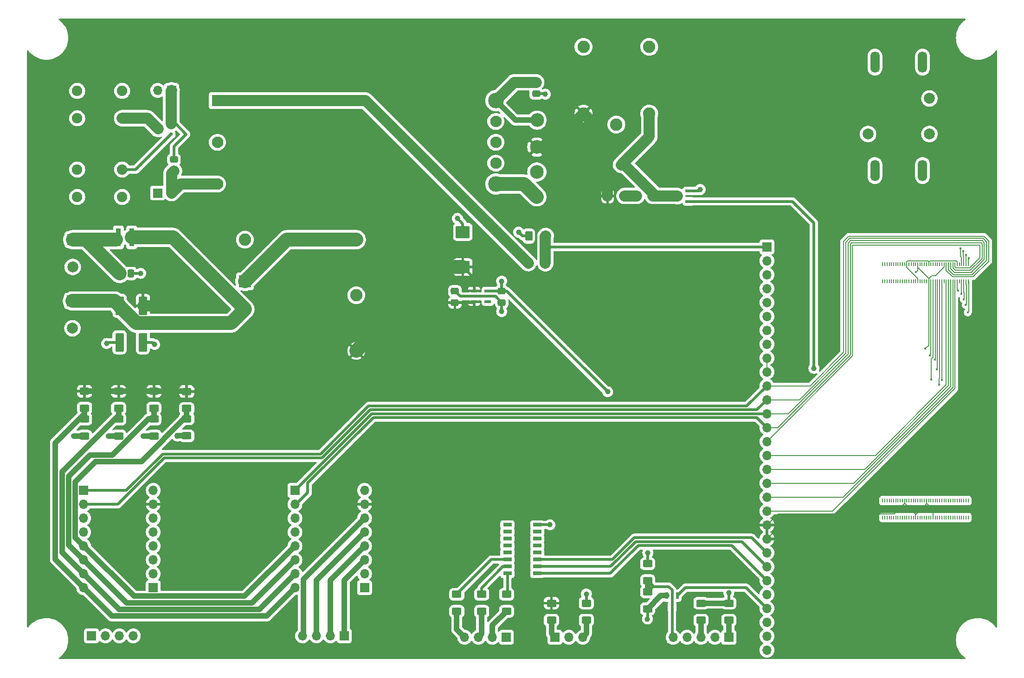
<source format=gbr>
%TF.GenerationSoftware,KiCad,Pcbnew,7.0.8*%
%TF.CreationDate,2023-10-25T10:12:33-06:00*%
%TF.ProjectId,GR-LRR-PCB,47522d4c-5252-42d5-9043-422e6b696361,rev?*%
%TF.SameCoordinates,Original*%
%TF.FileFunction,Copper,L1,Top*%
%TF.FilePolarity,Positive*%
%FSLAX46Y46*%
G04 Gerber Fmt 4.6, Leading zero omitted, Abs format (unit mm)*
G04 Created by KiCad (PCBNEW 7.0.8) date 2023-10-25 10:12:33*
%MOMM*%
%LPD*%
G01*
G04 APERTURE LIST*
G04 Aperture macros list*
%AMRoundRect*
0 Rectangle with rounded corners*
0 $1 Rounding radius*
0 $2 $3 $4 $5 $6 $7 $8 $9 X,Y pos of 4 corners*
0 Add a 4 corners polygon primitive as box body*
4,1,4,$2,$3,$4,$5,$6,$7,$8,$9,$2,$3,0*
0 Add four circle primitives for the rounded corners*
1,1,$1+$1,$2,$3*
1,1,$1+$1,$4,$5*
1,1,$1+$1,$6,$7*
1,1,$1+$1,$8,$9*
0 Add four rect primitives between the rounded corners*
20,1,$1+$1,$2,$3,$4,$5,0*
20,1,$1+$1,$4,$5,$6,$7,0*
20,1,$1+$1,$6,$7,$8,$9,0*
20,1,$1+$1,$8,$9,$2,$3,0*%
G04 Aperture macros list end*
%TA.AperFunction,SMDPad,CuDef*%
%ADD10R,1.200000X0.600000*%
%TD*%
%TA.AperFunction,SMDPad,CuDef*%
%ADD11R,1.550000X0.650000*%
%TD*%
%TA.AperFunction,ComponentPad*%
%ADD12C,2.250000*%
%TD*%
%TA.AperFunction,SMDPad,CuDef*%
%ADD13R,0.508000X0.508000*%
%TD*%
%TA.AperFunction,ComponentPad*%
%ADD14R,2.100000X2.100000*%
%TD*%
%TA.AperFunction,ComponentPad*%
%ADD15C,2.100000*%
%TD*%
%TA.AperFunction,ComponentPad*%
%ADD16C,2.865000*%
%TD*%
%TA.AperFunction,ComponentPad*%
%ADD17R,2.250000X2.250000*%
%TD*%
%TA.AperFunction,SMDPad,CuDef*%
%ADD18R,0.558800X1.219200*%
%TD*%
%TA.AperFunction,SMDPad,CuDef*%
%ADD19RoundRect,0.250000X1.025000X-0.875000X1.025000X0.875000X-1.025000X0.875000X-1.025000X-0.875000X0*%
%TD*%
%TA.AperFunction,ComponentPad*%
%ADD20R,1.700000X1.700000*%
%TD*%
%TA.AperFunction,ComponentPad*%
%ADD21O,1.700000X1.700000*%
%TD*%
%TA.AperFunction,SMDPad,CuDef*%
%ADD22RoundRect,0.250000X-0.625000X0.400000X-0.625000X-0.400000X0.625000X-0.400000X0.625000X0.400000X0*%
%TD*%
%TA.AperFunction,SMDPad,CuDef*%
%ADD23RoundRect,0.250000X0.400000X0.625000X-0.400000X0.625000X-0.400000X-0.625000X0.400000X-0.625000X0*%
%TD*%
%TA.AperFunction,SMDPad,CuDef*%
%ADD24RoundRect,0.250000X-0.537500X-1.450000X0.537500X-1.450000X0.537500X1.450000X-0.537500X1.450000X0*%
%TD*%
%TA.AperFunction,SMDPad,CuDef*%
%ADD25C,2.500000*%
%TD*%
%TA.AperFunction,SMDPad,CuDef*%
%ADD26RoundRect,0.250000X0.475000X-0.337500X0.475000X0.337500X-0.475000X0.337500X-0.475000X-0.337500X0*%
%TD*%
%TA.AperFunction,SMDPad,CuDef*%
%ADD27R,0.965200X3.302000*%
%TD*%
%TA.AperFunction,ComponentPad*%
%ADD28R,2.000000X2.000000*%
%TD*%
%TA.AperFunction,ComponentPad*%
%ADD29C,2.000000*%
%TD*%
%TA.AperFunction,SMDPad,CuDef*%
%ADD30RoundRect,0.250000X-0.475000X0.337500X-0.475000X-0.337500X0.475000X-0.337500X0.475000X0.337500X0*%
%TD*%
%TA.AperFunction,SMDPad,CuDef*%
%ADD31RoundRect,0.250000X0.625000X-0.400000X0.625000X0.400000X-0.625000X0.400000X-0.625000X-0.400000X0*%
%TD*%
%TA.AperFunction,SMDPad,CuDef*%
%ADD32R,0.200000X0.700000*%
%TD*%
%TA.AperFunction,SMDPad,CuDef*%
%ADD33R,1.219200X0.558800*%
%TD*%
%TA.AperFunction,SMDPad,CuDef*%
%ADD34RoundRect,0.250001X0.462499X0.624999X-0.462499X0.624999X-0.462499X-0.624999X0.462499X-0.624999X0*%
%TD*%
%TA.AperFunction,SMDPad,CuDef*%
%ADD35RoundRect,0.250000X-0.250000X-0.250000X0.250000X-0.250000X0.250000X0.250000X-0.250000X0.250000X0*%
%TD*%
%TA.AperFunction,SMDPad,CuDef*%
%ADD36RoundRect,0.250000X0.537500X1.450000X-0.537500X1.450000X-0.537500X-1.450000X0.537500X-1.450000X0*%
%TD*%
%TA.AperFunction,SMDPad,CuDef*%
%ADD37RoundRect,0.250000X-0.400000X-0.625000X0.400000X-0.625000X0.400000X0.625000X-0.400000X0.625000X0*%
%TD*%
%TA.AperFunction,ComponentPad*%
%ADD38C,1.905000*%
%TD*%
%TA.AperFunction,SMDPad,CuDef*%
%ADD39RoundRect,0.250000X-0.337500X-0.475000X0.337500X-0.475000X0.337500X0.475000X-0.337500X0.475000X0*%
%TD*%
%TA.AperFunction,ComponentPad*%
%ADD40O,1.700000X3.900000*%
%TD*%
%TA.AperFunction,ViaPad*%
%ADD41C,1.000000*%
%TD*%
%TA.AperFunction,ViaPad*%
%ADD42C,0.400000*%
%TD*%
%TA.AperFunction,ViaPad*%
%ADD43C,2.000000*%
%TD*%
%TA.AperFunction,Conductor*%
%ADD44C,0.500000*%
%TD*%
%TA.AperFunction,Conductor*%
%ADD45C,0.200000*%
%TD*%
%TA.AperFunction,Conductor*%
%ADD46C,1.000000*%
%TD*%
%TA.AperFunction,Conductor*%
%ADD47C,2.000000*%
%TD*%
%TA.AperFunction,Conductor*%
%ADD48C,2.500000*%
%TD*%
G04 APERTURE END LIST*
D10*
%TO.P,IC1,1,IN*%
%TO.N,+5V*%
X144838100Y-83035800D03*
%TO.P,IC1,2,GND*%
%TO.N,GND*%
X144838100Y-83985800D03*
%TO.P,IC1,3,EN*%
%TO.N,+5V*%
X144838100Y-84935800D03*
%TO.P,IC1,4,NC*%
%TO.N,unconnected-(IC1-NC-Pad4)*%
X147338100Y-84935800D03*
%TO.P,IC1,5,OUT*%
%TO.N,+3.3V*%
X147338100Y-83035800D03*
%TD*%
D11*
%TO.P,IC2,1,IN_1*%
%TO.N,50_GPIO2_PD4*%
X156369600Y-134620000D03*
%TO.P,IC2,2,IN_2*%
%TO.N,48_GPIO1_PC15*%
X156369600Y-133350000D03*
%TO.P,IC2,3,IN_3*%
%TO.N,46_GPIO0_PC13*%
X156369600Y-132080000D03*
%TO.P,IC2,4,IN_4*%
%TO.N,unconnected-(IC2-IN_4-Pad4)*%
X156369600Y-130810000D03*
%TO.P,IC2,5,IN_5*%
%TO.N,unconnected-(IC2-IN_5-Pad5)*%
X156369600Y-129540000D03*
%TO.P,IC2,6,IN_6*%
%TO.N,unconnected-(IC2-IN_6-Pad6)*%
X156369600Y-128270000D03*
%TO.P,IC2,7,IN_7*%
%TO.N,unconnected-(IC2-IN_7-Pad7)*%
X156369600Y-127000000D03*
%TO.P,IC2,8,GND*%
%TO.N,GND*%
X156369600Y-125730000D03*
%TO.P,IC2,9,COM_K*%
%TO.N,unconnected-(IC2-COM_K-Pad9)*%
X150919600Y-125730000D03*
%TO.P,IC2,10,OUT_1*%
%TO.N,unconnected-(IC2-OUT_1-Pad10)*%
X150919600Y-127000000D03*
%TO.P,IC2,11,OUT_2*%
%TO.N,unconnected-(IC2-OUT_2-Pad11)*%
X150919600Y-128270000D03*
%TO.P,IC2,12,OUT_3*%
%TO.N,unconnected-(IC2-OUT_3-Pad12)*%
X150919600Y-129540000D03*
%TO.P,IC2,13,OUT_4*%
%TO.N,unconnected-(IC2-OUT_4-Pad13)*%
X150919600Y-130810000D03*
%TO.P,IC2,14,OUT_5*%
%TO.N,Net-(IC2-OUT_5)*%
X150919600Y-132080000D03*
%TO.P,IC2,15,OUT_6*%
%TO.N,Net-(IC2-OUT_6)*%
X150919600Y-133350000D03*
%TO.P,IC2,16,OUT_7*%
%TO.N,Net-(IC2-OUT_7)*%
X150919600Y-134620000D03*
%TD*%
D12*
%TO.P,K1,1,COM*%
%TO.N,Net-(K1-COM)*%
X170805600Y-52595800D03*
%TO.P,K1,2,COIL_1*%
%TO.N,Net-(D1-A)*%
X176805600Y-50595800D03*
%TO.P,K1,3,NO*%
%TO.N,+24V*%
X176805600Y-38395800D03*
%TO.P,K1,4,NC*%
%TO.N,unconnected-(K1-NC-Pad4)*%
X164805600Y-38395800D03*
%TO.P,K1,5,COIL_2*%
%TO.N,+5V*%
X164805600Y-50595800D03*
%TD*%
D13*
%TO.P,MOSFET1,1,1*%
%TO.N,GND*%
X89561900Y-54355800D03*
%TO.P,MOSFET1,2,2*%
%TO.N,BATT_VIN*%
X89561900Y-52455798D03*
%TO.P,MOSFET1,3,3*%
%TO.N,Net-(J14-Pin_2)*%
X87174300Y-53405799D03*
%TD*%
D14*
%TO.P,PS1,1,VIN(+)*%
%TO.N,BATT_VIN*%
X98008100Y-48225800D03*
D15*
%TO.P,PS1,2,ON/OFF*%
%TO.N,unconnected-(PS1-ON{slash}OFF-Pad2)*%
X98008100Y-55845800D03*
%TO.P,PS1,3,VIN*%
%TO.N,BATT_GND*%
X98008100Y-63465800D03*
D16*
%TO.P,PS1,4,VOUT(-)*%
%TO.N,GND*%
X148808100Y-63465800D03*
D15*
%TO.P,PS1,5,SENSE(-)*%
%TO.N,unconnected-(PS1-SENSE(-)-Pad5)*%
X148808100Y-59655800D03*
%TO.P,PS1,6,TRIM*%
%TO.N,unconnected-(PS1-TRIM-Pad6)*%
X148808100Y-55845800D03*
%TO.P,PS1,7,SENSE(+)*%
%TO.N,unconnected-(PS1-SENSE(+)-Pad7)*%
X148808100Y-52035800D03*
D16*
%TO.P,PS1,8,VOUT(+)*%
%TO.N,+24V*%
X148808100Y-48225800D03*
%TD*%
D17*
%TO.P,PS2,1,GND*%
%TO.N,GND*%
X103025600Y-81255800D03*
D12*
%TO.P,PS2,2,VIN*%
%TO.N,Net-(PS2-VIN)*%
X103025600Y-86335800D03*
%TO.P,PS2,3,+VO*%
%TO.N,+5V*%
X123345600Y-93955800D03*
%TO.P,PS2,5,0V*%
%TO.N,GND*%
X123345600Y-73635800D03*
%TO.P,PS2,6,CTRL*%
%TO.N,unconnected-(PS2-CTRL-Pad6)*%
X103025600Y-73635800D03*
%TO.P,PS2,4,TRIM*%
%TO.N,unconnected-(PS2-TRIM-Pad4)*%
X123345600Y-83795800D03*
%TD*%
D18*
%TO.P,Q2,1,G*%
%TO.N,54_GPIO4_PE3*%
X181925601Y-138679800D03*
%TO.P,Q2,2,S*%
%TO.N,GND*%
X180025599Y-138679800D03*
%TO.P,Q2,3,D*%
%TO.N,Net-(J13-Pin_5)*%
X180975600Y-140771800D03*
%TD*%
D19*
%TO.P,C2,1*%
%TO.N,+5V*%
X142788100Y-78625800D03*
%TO.P,C2,2*%
%TO.N,GND*%
X142788100Y-72225800D03*
%TD*%
D20*
%TO.P,J8,1,Pin_1*%
%TO.N,VM*%
X124856313Y-137220800D03*
D21*
%TO.P,J8,2,Pin_2*%
%TO.N,GND*%
X124856313Y-134680800D03*
%TO.P,J8,3,Pin_3*%
%TO.N,OA2_2*%
X124856313Y-132140800D03*
%TO.P,J8,4,Pin_4*%
%TO.N,OA1_2*%
X124856313Y-129600800D03*
%TO.P,J8,5,Pin_5*%
%TO.N,OB1_2*%
X124856313Y-127060800D03*
%TO.P,J8,6,Pin_6*%
%TO.N,OB2_2*%
X124856313Y-124520800D03*
%TO.P,J8,7,Pin_7*%
%TO.N,+5V*%
X124856313Y-121980800D03*
%TO.P,J8,8,Pin_8*%
%TO.N,GND*%
X124856313Y-119440800D03*
%TD*%
D22*
%TO.P,R13,1*%
%TO.N,+3.3V*%
X176525600Y-132835800D03*
%TO.P,R13,2*%
%TO.N,Net-(J13-Pin_5)*%
X176525600Y-135935800D03*
%TD*%
D23*
%TO.P,R12,1*%
%TO.N,Net-(D2-A)*%
X172305600Y-65638300D03*
%TO.P,R12,2*%
%TO.N,+5V*%
X169205600Y-65638300D03*
%TD*%
D24*
%TO.P,CY2,1*%
%TO.N,GND*%
X80140600Y-92375800D03*
%TO.P,CY2,2*%
X84415600Y-92375800D03*
%TD*%
D20*
%TO.P,J7,1,Pin_1*%
%TO.N,63_PWM2_D4*%
X112156313Y-119440800D03*
D21*
%TO.P,J7,2,Pin_2*%
%TO.N,65_PWM3_D3*%
X112156313Y-121980800D03*
%TO.P,J7,3,Pin_3*%
%TO.N,unconnected-(J7-Pin_3-Pad3)*%
X112156313Y-124520800D03*
%TO.P,J7,4,Pin_4*%
%TO.N,unconnected-(J7-Pin_4-Pad4)*%
X112156313Y-127060800D03*
%TO.P,J7,5,Pin_5*%
%TO.N,SPREAD1*%
X112156313Y-129600800D03*
%TO.P,J7,6,Pin_6*%
%TO.N,MS2_1*%
X112156313Y-132140800D03*
%TO.P,J7,7,Pin_7*%
%TO.N,MS1_1*%
X112156313Y-134680800D03*
%TO.P,J7,8,Pin_8*%
%TO.N,EN1*%
X112156313Y-137220800D03*
%TD*%
D22*
%TO.P,R8,1*%
%TO.N,Net-(IC2-OUT_5)*%
X141685600Y-138425800D03*
%TO.P,R8,2*%
%TO.N,Net-(J9-Pin_4)*%
X141685600Y-141525800D03*
%TD*%
%TO.P,R18,1*%
%TO.N,+5V*%
X86435600Y-101320800D03*
%TO.P,R18,2*%
%TO.N,MS2_1*%
X86435600Y-104420800D03*
%TD*%
D20*
%TO.P,J13,1,Pin_1*%
%TO.N,GND*%
X191325600Y-146285800D03*
D21*
%TO.P,J13,2,Pin_2*%
%TO.N,+24V*%
X188785600Y-146285800D03*
%TO.P,J13,3,Pin_3*%
%TO.N,Net-(J13-Pin_3)*%
X186245600Y-146285800D03*
%TO.P,J13,4,Pin_4*%
%TO.N,+24V*%
X183705600Y-146285800D03*
%TO.P,J13,5,Pin_5*%
%TO.N,Net-(J13-Pin_5)*%
X181165600Y-146285800D03*
%TD*%
D25*
%TO.P,GND1,1,1*%
%TO.N,GND*%
X156298100Y-65815800D03*
%TD*%
D26*
%TO.P,C6,1*%
%TO.N,+5V*%
X141348100Y-85123300D03*
%TO.P,C6,2*%
%TO.N,GND*%
X141348100Y-83048300D03*
%TD*%
D27*
%TO.P,L1,1,1*%
%TO.N,+24V*%
X79938900Y-73205800D03*
%TO.P,L1,2,2*%
%TO.N,Net-(PS2-VIN)*%
X82377300Y-73205800D03*
%TD*%
D20*
%TO.P,J14,1,Pin_1*%
%TO.N,BATT_VIN*%
X89643100Y-46355800D03*
D21*
%TO.P,J14,2,Pin_2*%
%TO.N,Net-(J14-Pin_2)*%
X87103100Y-46355800D03*
%TD*%
D28*
%TO.P,C0,1*%
%TO.N,+24V*%
X71608100Y-73628123D03*
D29*
%TO.P,C0,2*%
%TO.N,GND*%
X71608100Y-78628123D03*
%TD*%
D20*
%TO.P,J10,1,Pin_1*%
%TO.N,Net-(J10-Pin_1)*%
X159605600Y-146265800D03*
D21*
%TO.P,J10,2,Pin_2*%
%TO.N,52_GPIO3_PD5*%
X162145600Y-146265800D03*
%TO.P,J10,3,Pin_3*%
%TO.N,Net-(J10-Pin_3)*%
X164685600Y-146265800D03*
%TD*%
D23*
%TO.P,R16,1*%
%TO.N,73_ANALOG_A0*%
X157915600Y-72965800D03*
%TO.P,R16,2*%
%TO.N,GND*%
X154815600Y-72965800D03*
%TD*%
D30*
%TO.P,C4,1*%
%TO.N,BATT_VIN*%
X90078100Y-58978300D03*
%TO.P,C4,2*%
%TO.N,BATT_GND*%
X90078100Y-61053300D03*
%TD*%
D31*
%TO.P,R10,1*%
%TO.N,Net-(J13-Pin_3)*%
X186245600Y-143155800D03*
%TO.P,R10,2*%
%TO.N,75_ANALOG_A1*%
X186245600Y-140055800D03*
%TD*%
D30*
%TO.P,C7,1*%
%TO.N,+3.3V*%
X149888100Y-83028300D03*
%TO.P,C7,2*%
%TO.N,GND*%
X149888100Y-85103300D03*
%TD*%
D25*
%TO.P,3.3V1,1,1*%
%TO.N,+3.3V*%
X156298100Y-61265800D03*
%TD*%
D32*
%TO.P,J1,1,1*%
%TO.N,unconnected-(J1-Pad1)*%
X219403000Y-121307200D03*
%TO.P,J1,2,2*%
%TO.N,unconnected-(J1-Pad2)*%
X219403000Y-124387200D03*
%TO.P,J1,3,3*%
%TO.N,unconnected-(J1-Pad3)*%
X219803000Y-121307200D03*
%TO.P,J1,4,4*%
%TO.N,unconnected-(J1-Pad4)*%
X219803000Y-124387200D03*
%TO.P,J1,5,5*%
%TO.N,unconnected-(J1-Pad5)*%
X220203000Y-121307200D03*
%TO.P,J1,6,6*%
%TO.N,unconnected-(J1-Pad6)*%
X220203000Y-124387200D03*
%TO.P,J1,7,7*%
%TO.N,unconnected-(J1-Pad7)*%
X220603000Y-121307200D03*
%TO.P,J1,8,8*%
%TO.N,unconnected-(J1-Pad8)*%
X220603000Y-124387200D03*
%TO.P,J1,9,9*%
%TO.N,unconnected-(J1-Pad9)*%
X221003000Y-121307200D03*
%TO.P,J1,10,10*%
%TO.N,unconnected-(J1-Pad10)*%
X221003000Y-124387200D03*
%TO.P,J1,11,11*%
%TO.N,unconnected-(J1-Pad11)*%
X221403000Y-121307200D03*
%TO.P,J1,12,12*%
%TO.N,unconnected-(J1-Pad12)*%
X221403000Y-124387200D03*
%TO.P,J1,13,13*%
%TO.N,unconnected-(J1-Pad13)*%
X221803000Y-121307200D03*
%TO.P,J1,14,14*%
%TO.N,unconnected-(J1-Pad14)*%
X221803000Y-124387200D03*
%TO.P,J1,15,15*%
%TO.N,unconnected-(J1-Pad15)*%
X222203000Y-121307200D03*
%TO.P,J1,16,16*%
%TO.N,unconnected-(J1-Pad16)*%
X222203000Y-124387200D03*
%TO.P,J1,17,17*%
%TO.N,unconnected-(J1-Pad17)*%
X222603000Y-121307200D03*
%TO.P,J1,18,18*%
%TO.N,unconnected-(J1-Pad18)*%
X222603000Y-124387200D03*
%TO.P,J1,19,19*%
%TO.N,unconnected-(J1-Pad19)*%
X223003000Y-121307200D03*
%TO.P,J1,20,20*%
%TO.N,unconnected-(J1-Pad20)*%
X223003000Y-124387200D03*
%TO.P,J1,21,21*%
%TO.N,+5V*%
X223403000Y-121307200D03*
%TO.P,J1,22,22*%
%TO.N,unconnected-(J1-Pad22)*%
X223403000Y-124387200D03*
%TO.P,J1,23,23*%
%TO.N,unconnected-(J1-Pad23)*%
X223803000Y-121307200D03*
%TO.P,J1,24,24*%
%TO.N,unconnected-(J1-Pad24)*%
X223803000Y-124387200D03*
%TO.P,J1,25,25*%
%TO.N,unconnected-(J1-Pad25)*%
X224203000Y-121307200D03*
%TO.P,J1,26,26*%
%TO.N,unconnected-(J1-Pad26)*%
X224203000Y-124387200D03*
%TO.P,J1,27,27*%
%TO.N,unconnected-(J1-Pad27)*%
X224603000Y-121307200D03*
%TO.P,J1,28,28*%
%TO.N,unconnected-(J1-Pad28)*%
X224603000Y-124387200D03*
%TO.P,J1,29,29*%
%TO.N,unconnected-(J1-Pad29)*%
X225003000Y-121307200D03*
%TO.P,J1,30,30*%
%TO.N,unconnected-(J1-Pad30)*%
X225003000Y-124387200D03*
%TO.P,J1,31,31*%
%TO.N,unconnected-(J1-Pad31)*%
X225403000Y-121307200D03*
%TO.P,J1,32,32*%
%TO.N,+5V*%
X225403000Y-124387200D03*
%TO.P,J1,33,33*%
%TO.N,unconnected-(J1-Pad33)*%
X225803000Y-121307200D03*
%TO.P,J1,34,34*%
%TO.N,unconnected-(J1-Pad34)*%
X225803000Y-124387200D03*
%TO.P,J1,35,35*%
%TO.N,unconnected-(J1-Pad35)*%
X226203000Y-121307200D03*
%TO.P,J1,36,36*%
%TO.N,unconnected-(J1-Pad36)*%
X226203000Y-124387200D03*
%TO.P,J1,37,37*%
%TO.N,unconnected-(J1-Pad37)*%
X226603000Y-121307200D03*
%TO.P,J1,38,38*%
%TO.N,unconnected-(J1-Pad38)*%
X226603000Y-124387200D03*
%TO.P,J1,39,39*%
%TO.N,unconnected-(J1-Pad39)*%
X227003000Y-121307200D03*
%TO.P,J1,40,40*%
%TO.N,unconnected-(J1-Pad40)*%
X227003000Y-124387200D03*
%TO.P,J1,41,41*%
%TO.N,+5V*%
X227403000Y-121307200D03*
%TO.P,J1,42,42*%
%TO.N,unconnected-(J1-Pad42)*%
X227403000Y-124387200D03*
%TO.P,J1,43,43*%
%TO.N,unconnected-(J1-Pad43)*%
X227803000Y-121307200D03*
%TO.P,J1,44,44*%
%TO.N,unconnected-(J1-Pad44)*%
X227803000Y-124387200D03*
%TO.P,J1,45,45*%
%TO.N,unconnected-(J1-Pad45)*%
X228203000Y-121307200D03*
%TO.P,J1,46,46*%
%TO.N,unconnected-(J1-Pad46)*%
X228203000Y-124387200D03*
%TO.P,J1,47,47*%
%TO.N,unconnected-(J1-Pad47)*%
X228603000Y-121307200D03*
%TO.P,J1,48,48*%
%TO.N,+5V*%
X228603000Y-124387200D03*
%TO.P,J1,49,49*%
%TO.N,unconnected-(J1-Pad49)*%
X229003000Y-121307200D03*
%TO.P,J1,50,50*%
%TO.N,unconnected-(J1-Pad50)*%
X229003000Y-124387200D03*
%TO.P,J1,51,51*%
%TO.N,unconnected-(J1-Pad51)*%
X229403000Y-121307200D03*
%TO.P,J1,52,52*%
%TO.N,unconnected-(J1-Pad52)*%
X229403000Y-124387200D03*
%TO.P,J1,53,53*%
%TO.N,unconnected-(J1-Pad53)*%
X229803000Y-121307200D03*
%TO.P,J1,54,54*%
%TO.N,unconnected-(J1-Pad54)*%
X229803000Y-124387200D03*
%TO.P,J1,55,55*%
%TO.N,unconnected-(J1-Pad55)*%
X230203000Y-121307200D03*
%TO.P,J1,56,56*%
%TO.N,unconnected-(J1-Pad56)*%
X230203000Y-124387200D03*
%TO.P,J1,57,57*%
%TO.N,unconnected-(J1-Pad57)*%
X230603000Y-121307200D03*
%TO.P,J1,58,58*%
%TO.N,unconnected-(J1-Pad58)*%
X230603000Y-124387200D03*
%TO.P,J1,59,59*%
%TO.N,unconnected-(J1-Pad59)*%
X231003000Y-121307200D03*
%TO.P,J1,60,60*%
%TO.N,unconnected-(J1-Pad60)*%
X231003000Y-124387200D03*
%TO.P,J1,61,61*%
%TO.N,unconnected-(J1-Pad61)*%
X231403000Y-121307200D03*
%TO.P,J1,62,62*%
%TO.N,unconnected-(J1-Pad62)*%
X231403000Y-124387200D03*
%TO.P,J1,63,63*%
%TO.N,unconnected-(J1-Pad63)*%
X231803000Y-121307200D03*
%TO.P,J1,64,64*%
%TO.N,unconnected-(J1-Pad64)*%
X231803000Y-124387200D03*
%TO.P,J1,65,65*%
%TO.N,unconnected-(J1-Pad65)*%
X232203000Y-121307200D03*
%TO.P,J1,66,66*%
%TO.N,unconnected-(J1-Pad66)*%
X232203000Y-124387200D03*
%TO.P,J1,67,67*%
%TO.N,unconnected-(J1-Pad67)*%
X232603000Y-121307200D03*
%TO.P,J1,68,68*%
%TO.N,unconnected-(J1-Pad68)*%
X232603000Y-124387200D03*
%TO.P,J1,69,69*%
%TO.N,unconnected-(J1-Pad69)*%
X233003000Y-121307200D03*
%TO.P,J1,70,70*%
%TO.N,unconnected-(J1-Pad70)*%
X233003000Y-124387200D03*
%TO.P,J1,71,71*%
%TO.N,unconnected-(J1-Pad71)*%
X233403000Y-121307200D03*
%TO.P,J1,72,72*%
%TO.N,unconnected-(J1-Pad72)*%
X233403000Y-124387200D03*
%TO.P,J1,73,73*%
%TO.N,unconnected-(J1-Pad73)*%
X233803000Y-121307200D03*
%TO.P,J1,74,74*%
%TO.N,unconnected-(J1-Pad74)*%
X233803000Y-124387200D03*
%TO.P,J1,75,75*%
%TO.N,unconnected-(J1-Pad75)*%
X234203000Y-121307200D03*
%TO.P,J1,76,76*%
%TO.N,unconnected-(J1-Pad76)*%
X234203000Y-124387200D03*
%TO.P,J1,77,77*%
%TO.N,unconnected-(J1-Pad77)*%
X234603000Y-121307200D03*
%TO.P,J1,78,78*%
%TO.N,unconnected-(J1-Pad78)*%
X234603000Y-124387200D03*
%TO.P,J1,79,79*%
%TO.N,unconnected-(J1-Pad79)*%
X235003000Y-121307200D03*
%TO.P,J1,80,80*%
%TO.N,unconnected-(J1-Pad80)*%
X235003000Y-124387200D03*
%TD*%
D22*
%TO.P,R3,1*%
%TO.N,+5V*%
X79975600Y-101345800D03*
%TO.P,R3,2*%
%TO.N,MS1_1*%
X79975600Y-104445800D03*
%TD*%
D33*
%TO.P,Q1,1,G*%
%TO.N,67_PWM4_D2*%
X184001600Y-66638301D03*
%TO.P,Q1,2,S*%
%TO.N,GND*%
X184001600Y-64738299D03*
%TO.P,Q1,3,D*%
%TO.N,Net-(D1-A)*%
X181909600Y-65688300D03*
%TD*%
D22*
%TO.P,R1,1*%
%TO.N,+5V*%
X73765600Y-101315800D03*
%TO.P,R1,2*%
%TO.N,EN1*%
X73765600Y-104415800D03*
%TD*%
D20*
%TO.P,J6,1,Pin_1*%
%TO.N,VM*%
X86299886Y-137220800D03*
D21*
%TO.P,J6,2,Pin_2*%
%TO.N,GND*%
X86299886Y-134680800D03*
%TO.P,J6,3,Pin_3*%
%TO.N,OA2_1*%
X86299886Y-132140800D03*
%TO.P,J6,4,Pin_4*%
%TO.N,OA1_1*%
X86299886Y-129600800D03*
%TO.P,J6,5,Pin_5*%
%TO.N,OB1_1*%
X86299886Y-127060800D03*
%TO.P,J6,6,Pin_6*%
%TO.N,OB2_1*%
X86299886Y-124520800D03*
%TO.P,J6,7,Pin_7*%
%TO.N,+5V*%
X86299886Y-121980800D03*
%TO.P,J6,8,Pin_8*%
%TO.N,GND*%
X86299886Y-119440800D03*
%TD*%
D20*
%TO.P,J16,1,Pin_1*%
%TO.N,73_ANALOG_A0*%
X198272400Y-74955400D03*
D21*
%TO.P,J16,2,Pin_2*%
%TO.N,75_ANALOG_A1*%
X198272400Y-77495400D03*
%TO.P,J16,3,Pin_3*%
%TO.N,77_ANALOG_A2*%
X198272400Y-80035400D03*
%TO.P,J16,4,Pin_4*%
%TO.N,79_ANALOG_A3*%
X198272400Y-82575400D03*
%TO.P,J16,5,Pin_5*%
%TO.N,74_ANALOG_A4*%
X198272400Y-85115400D03*
%TO.P,J16,6,Pin_6*%
%TO.N,76_ANALOG_A5*%
X198272400Y-87655400D03*
%TO.P,J16,7,Pin_7*%
%TO.N,78_ANALOG_A6*%
X198272400Y-90195400D03*
%TO.P,J16,8,Pin_8*%
%TO.N,80_ANALOG_A7*%
X198272400Y-92735400D03*
%TO.P,J16,9,Pin_9*%
%TO.N,GND*%
X198272400Y-95275400D03*
%TO.P,J16,10,Pin_10*%
X198272400Y-97815400D03*
%TO.P,J16,11,Pin_11*%
%TO.N,59_PWM0_D6*%
X198272400Y-100355400D03*
%TO.P,J16,12,Pin_12*%
%TO.N,61_PWM1_D5*%
X198272400Y-102895400D03*
%TO.P,J16,13,Pin_13*%
%TO.N,63_PWM2_D4*%
X198272400Y-105435400D03*
%TO.P,J16,14,Pin_14*%
%TO.N,65_PWM3_D3*%
X198272400Y-107975400D03*
%TO.P,J16,15,Pin_15*%
%TO.N,67_PWM4_D2*%
X198272400Y-110515400D03*
%TO.P,J16,16,Pin_16*%
%TO.N,60_PWM5_D1*%
X198272400Y-113055400D03*
%TO.P,J16,17,Pin_17*%
%TO.N,62_PWM6_D0*%
X198272400Y-115595400D03*
%TO.P,J16,18,Pin_18*%
%TO.N,64_PWM7_PJ7*%
X198272400Y-118135400D03*
%TO.P,J16,19,Pin_19*%
%TO.N,66_PWM8_PJ10*%
X198272400Y-120675400D03*
%TO.P,J16,20,Pin_20*%
%TO.N,68_PWM9_PH6*%
X198272400Y-123215400D03*
%TO.P,J16,21,Pin_21*%
%TO.N,+5V*%
X198272400Y-125755400D03*
%TO.P,J16,22,Pin_22*%
X198272400Y-128295400D03*
%TO.P,J16,23,Pin_23*%
%TO.N,46_GPIO0_PC13*%
X198272400Y-130835400D03*
%TO.P,J16,24,Pin_24*%
%TO.N,48_GPIO1_PC15*%
X198272400Y-133375400D03*
%TO.P,J16,25,Pin_25*%
%TO.N,50_GPIO2_PD4*%
X198272400Y-135915400D03*
%TO.P,J16,26,Pin_26*%
%TO.N,52_GPIO3_PD5*%
X198272400Y-138455400D03*
%TO.P,J16,27,Pin_27*%
%TO.N,54_GPIO4_PE3*%
X198272400Y-140995400D03*
%TO.P,J16,28,Pin_28*%
%TO.N,56_GPIO5_PG3*%
X198272400Y-143535400D03*
%TO.P,J16,29,Pin_29*%
%TO.N,GND*%
X198272400Y-146075400D03*
%TO.P,J16,30,Pin_30*%
X198272400Y-148615400D03*
%TD*%
D20*
%TO.P,J9,1,Pin_1*%
%TO.N,+24V*%
X150745600Y-146265800D03*
D21*
%TO.P,J9,2,Pin_2*%
%TO.N,Net-(J9-Pin_2)*%
X148205600Y-146265800D03*
%TO.P,J9,3,Pin_3*%
%TO.N,Net-(J9-Pin_3)*%
X145665600Y-146265800D03*
%TO.P,J9,4,Pin_4*%
%TO.N,Net-(J9-Pin_4)*%
X143125600Y-146265800D03*
%TD*%
D20*
%TO.P,StepperMotor2,1,Pin_1*%
%TO.N,OA2_2*%
X121175599Y-146025800D03*
D21*
%TO.P,StepperMotor2,2,Pin_2*%
%TO.N,OA1_2*%
X118635599Y-146025800D03*
%TO.P,StepperMotor2,3,Pin_3*%
%TO.N,OB1_2*%
X116095599Y-146025800D03*
%TO.P,StepperMotor2,4,Pin_4*%
%TO.N,OB2_2*%
X113555599Y-146025800D03*
%TD*%
D34*
%TO.P,D2,1,K*%
%TO.N,Net-(D1-A)*%
X177490600Y-65628300D03*
%TO.P,D2,2,A*%
%TO.N,Net-(D2-A)*%
X174515600Y-65628300D03*
%TD*%
D22*
%TO.P,R7,1*%
%TO.N,Net-(IC2-OUT_6)*%
X146230600Y-138425800D03*
%TO.P,R7,2*%
%TO.N,Net-(J9-Pin_3)*%
X146230600Y-141525800D03*
%TD*%
D35*
%TO.P,D1,1,K*%
%TO.N,+5V*%
X169195600Y-59958300D03*
%TO.P,D1,2,A*%
%TO.N,Net-(D1-A)*%
X171695600Y-59958300D03*
%TD*%
D25*
%TO.P,5V1,1,1*%
%TO.N,+5V*%
X156298100Y-56715800D03*
%TD*%
D36*
%TO.P,CY1,1*%
%TO.N,+5V*%
X84435600Y-85735800D03*
%TO.P,CY1,2*%
%TO.N,Net-(PS2-VIN)*%
X80160600Y-85735800D03*
%TD*%
D37*
%TO.P,R15,1*%
%TO.N,BATT_VIN*%
X154755600Y-77925800D03*
%TO.P,R15,2*%
%TO.N,73_ANALOG_A0*%
X157855600Y-77925800D03*
%TD*%
D22*
%TO.P,R20,1*%
%TO.N,+5V*%
X92405600Y-101375800D03*
%TO.P,R20,2*%
%TO.N,SPREAD1*%
X92405600Y-104475800D03*
%TD*%
%TO.P,R2,1*%
%TO.N,EN1*%
X73765600Y-106425800D03*
%TO.P,R2,2*%
%TO.N,GND*%
X73765600Y-109525800D03*
%TD*%
D20*
%TO.P,StepperMotor1,1,Pin_1*%
%TO.N,OB2_1*%
X75045600Y-146025800D03*
D21*
%TO.P,StepperMotor1,2,Pin_2*%
%TO.N,OB1_1*%
X77585600Y-146025800D03*
%TO.P,StepperMotor1,3,Pin_3*%
%TO.N,OA1_1*%
X80125600Y-146025800D03*
%TO.P,StepperMotor1,4,Pin_4*%
%TO.N,OA2_1*%
X82665600Y-146025800D03*
%TD*%
D22*
%TO.P,R6,1*%
%TO.N,Net-(IC2-OUT_7)*%
X150775600Y-138425800D03*
%TO.P,R6,2*%
%TO.N,Net-(J9-Pin_2)*%
X150775600Y-141525800D03*
%TD*%
D38*
%TO.P,J3,1_1,1_1*%
%TO.N,Net-(J14-Pin_2)*%
X80628099Y-46455800D03*
%TO.P,J3,1_2,1_2*%
X72428100Y-46455800D03*
%TO.P,J3,2_1,2_1*%
X80628099Y-51455800D03*
%TO.P,J3,2_2,2_2*%
X72428100Y-51455800D03*
%TD*%
%TO.P,J4,1_1,1_1*%
%TO.N,GND*%
X80628099Y-60825699D03*
%TO.P,J4,1_2,1_2*%
X72428100Y-60825699D03*
%TO.P,J4,2_1,2_1*%
X80628099Y-65825699D03*
%TO.P,J4,2_2,2_2*%
X72428100Y-65825699D03*
%TD*%
D25*
%TO.P,24V1,1,1*%
%TO.N,+24V*%
X156338100Y-51795800D03*
%TD*%
D20*
%TO.P,J5,1,Pin_1*%
%TO.N,59_PWM0_D6*%
X73599886Y-119440800D03*
D21*
%TO.P,J5,2,Pin_2*%
%TO.N,61_PWM1_D5*%
X73599886Y-121980800D03*
%TO.P,J5,3,Pin_3*%
%TO.N,unconnected-(J5-Pin_3-Pad3)*%
X73599886Y-124520800D03*
%TO.P,J5,4,Pin_4*%
%TO.N,unconnected-(J5-Pin_4-Pad4)*%
X73599886Y-127060800D03*
%TO.P,J5,5,Pin_5*%
%TO.N,SPREAD1*%
X73599886Y-129600800D03*
%TO.P,J5,6,Pin_6*%
%TO.N,MS2_1*%
X73599886Y-132140800D03*
%TO.P,J5,7,Pin_7*%
%TO.N,MS1_1*%
X73599886Y-134680800D03*
%TO.P,J5,8,Pin_8*%
%TO.N,EN1*%
X73599886Y-137220800D03*
%TD*%
D39*
%TO.P,C1,1*%
%TO.N,+24V*%
X80160600Y-79805800D03*
%TO.P,C1,2*%
%TO.N,GND*%
X82235600Y-79805800D03*
%TD*%
D22*
%TO.P,R19,1*%
%TO.N,MS2_1*%
X86435600Y-106420800D03*
%TO.P,R19,2*%
%TO.N,GND*%
X86435600Y-109520800D03*
%TD*%
D20*
%TO.P,J17,1,Pin_1*%
%TO.N,GND*%
X87093100Y-65115800D03*
D21*
%TO.P,J17,2,Pin_2*%
%TO.N,BATT_GND*%
X89633100Y-65115800D03*
%TD*%
D22*
%TO.P,R17,1*%
%TO.N,MS1_1*%
X79975600Y-106395800D03*
%TO.P,R17,2*%
%TO.N,GND*%
X79975600Y-109495800D03*
%TD*%
D28*
%TO.P,C3,1*%
%TO.N,Net-(PS2-VIN)*%
X71558100Y-84818123D03*
D29*
%TO.P,C3,2*%
%TO.N,GND*%
X71558100Y-89818123D03*
%TD*%
D32*
%TO.P,J2,1,1*%
%TO.N,unconnected-(J2-Pad1)*%
X219403000Y-78127200D03*
%TO.P,J2,2,2*%
%TO.N,unconnected-(J2-Pad2)*%
X219403000Y-81207200D03*
%TO.P,J2,3,3*%
%TO.N,unconnected-(J2-Pad3)*%
X219803000Y-78127200D03*
%TO.P,J2,4,4*%
%TO.N,unconnected-(J2-Pad4)*%
X219803000Y-81207200D03*
%TO.P,J2,5,5*%
%TO.N,unconnected-(J2-Pad5)*%
X220203000Y-78127200D03*
%TO.P,J2,6,6*%
%TO.N,unconnected-(J2-Pad6)*%
X220203000Y-81207200D03*
%TO.P,J2,7,7*%
%TO.N,unconnected-(J2-Pad7)*%
X220603000Y-78127200D03*
%TO.P,J2,8,8*%
%TO.N,unconnected-(J2-Pad8)*%
X220603000Y-81207200D03*
%TO.P,J2,9,9*%
%TO.N,unconnected-(J2-Pad9)*%
X221003000Y-78127200D03*
%TO.P,J2,10,10*%
%TO.N,unconnected-(J2-Pad10)*%
X221003000Y-81207200D03*
%TO.P,J2,11,11*%
%TO.N,unconnected-(J2-Pad11)*%
X221403000Y-78127200D03*
%TO.P,J2,12,12*%
%TO.N,unconnected-(J2-Pad12)*%
X221403000Y-81207200D03*
%TO.P,J2,13,13*%
%TO.N,unconnected-(J2-Pad13)*%
X221803000Y-78127200D03*
%TO.P,J2,14,14*%
%TO.N,unconnected-(J2-Pad14)*%
X221803000Y-81207200D03*
%TO.P,J2,15,15*%
%TO.N,unconnected-(J2-Pad15)*%
X222203000Y-78127200D03*
%TO.P,J2,16,16*%
%TO.N,unconnected-(J2-Pad16)*%
X222203000Y-81207200D03*
%TO.P,J2,17,17*%
%TO.N,unconnected-(J2-Pad17)*%
X222603000Y-78127200D03*
%TO.P,J2,18,18*%
%TO.N,unconnected-(J2-Pad18)*%
X222603000Y-81207200D03*
%TO.P,J2,19,19*%
%TO.N,unconnected-(J2-Pad19)*%
X223003000Y-78127200D03*
%TO.P,J2,20,20*%
%TO.N,unconnected-(J2-Pad20)*%
X223003000Y-81207200D03*
%TO.P,J2,21,21*%
%TO.N,unconnected-(J2-Pad21)*%
X223403000Y-78127200D03*
%TO.P,J2,22,22*%
%TO.N,unconnected-(J2-Pad22)*%
X223403000Y-81207200D03*
%TO.P,J2,23,23*%
%TO.N,VCC*%
X223803000Y-78127200D03*
%TO.P,J2,24,24*%
%TO.N,unconnected-(J2-Pad24)*%
X223803000Y-81207200D03*
%TO.P,J2,25,25*%
%TO.N,unconnected-(J2-Pad25)*%
X224203000Y-78127200D03*
%TO.P,J2,26,26*%
%TO.N,unconnected-(J2-Pad26)*%
X224203000Y-81207200D03*
%TO.P,J2,27,27*%
%TO.N,unconnected-(J2-Pad27)*%
X224603000Y-78127200D03*
%TO.P,J2,28,28*%
%TO.N,unconnected-(J2-Pad28)*%
X224603000Y-81207200D03*
%TO.P,J2,29,29*%
%TO.N,unconnected-(J2-Pad29)*%
X225003000Y-78127200D03*
%TO.P,J2,30,30*%
%TO.N,unconnected-(J2-Pad30)*%
X225003000Y-81207200D03*
%TO.P,J2,31,31*%
%TO.N,unconnected-(J2-Pad31)*%
X225403000Y-78127200D03*
%TO.P,J2,32,32*%
%TO.N,unconnected-(J2-Pad32)*%
X225403000Y-81207200D03*
%TO.P,J2,33,33*%
%TO.N,GND*%
X225803000Y-78127200D03*
%TO.P,J2,34,34*%
%TO.N,VCC*%
X225803000Y-81207200D03*
%TO.P,J2,35,35*%
%TO.N,unconnected-(J2-Pad35)*%
X226203000Y-78127200D03*
%TO.P,J2,36,36*%
%TO.N,unconnected-(J2-Pad36)*%
X226203000Y-81207200D03*
%TO.P,J2,37,37*%
%TO.N,unconnected-(J2-Pad37)*%
X226603000Y-78127200D03*
%TO.P,J2,38,38*%
%TO.N,unconnected-(J2-Pad38)*%
X226603000Y-81207200D03*
%TO.P,J2,39,39*%
%TO.N,unconnected-(J2-Pad39)*%
X227003000Y-78127200D03*
%TO.P,J2,40,40*%
%TO.N,unconnected-(J2-Pad40)*%
X227003000Y-81207200D03*
%TO.P,J2,41,41*%
%TO.N,unconnected-(J2-Pad41)*%
X227403000Y-78127200D03*
%TO.P,J2,42,42*%
%TO.N,unconnected-(J2-Pad42)*%
X227403000Y-81207200D03*
%TO.P,J2,43,43*%
%TO.N,VCC*%
X227803000Y-78127200D03*
%TO.P,J2,44,44*%
%TO.N,GND*%
X227803000Y-81207200D03*
%TO.P,J2,45,45*%
%TO.N,unconnected-(J2-Pad45)*%
X228203000Y-78127200D03*
%TO.P,J2,46,46*%
%TO.N,46_GPIO0_PC13*%
X228203000Y-81207200D03*
%TO.P,J2,47,47*%
%TO.N,unconnected-(J2-Pad47)*%
X228603000Y-78127200D03*
%TO.P,J2,48,48*%
%TO.N,48_GPIO1_PC15*%
X228603000Y-81207200D03*
%TO.P,J2,49,49*%
%TO.N,unconnected-(J2-Pad49)*%
X229003000Y-78127200D03*
%TO.P,J2,50,50*%
%TO.N,50_GPIO2_PD4*%
X229003000Y-81207200D03*
%TO.P,J2,51,51*%
%TO.N,unconnected-(J2-Pad51)*%
X229403000Y-78127200D03*
%TO.P,J2,52,52*%
%TO.N,52_GPIO3_PD5*%
X229403000Y-81207200D03*
%TO.P,J2,53,53*%
%TO.N,unconnected-(J2-Pad53)*%
X229803000Y-78127200D03*
%TO.P,J2,54,54*%
%TO.N,54_GPIO4_PE3*%
X229803000Y-81207200D03*
%TO.P,J2,55,55*%
%TO.N,unconnected-(J2-Pad55)*%
X230203000Y-78127200D03*
%TO.P,J2,56,56*%
%TO.N,56_GPIO5_PG3*%
X230203000Y-81207200D03*
%TO.P,J2,57,57*%
%TO.N,GND*%
X230603000Y-78127200D03*
%TO.P,J2,58,58*%
%TO.N,58_GPIO6_PG10*%
X230603000Y-81207200D03*
%TO.P,J2,59,59*%
%TO.N,59_PWM0_D6*%
X231003000Y-78127200D03*
%TO.P,J2,60,60*%
%TO.N,60_PWM5_D1*%
X231003000Y-81207200D03*
%TO.P,J2,61,61*%
%TO.N,61_PWM1_D5*%
X231403000Y-78127200D03*
%TO.P,J2,62,62*%
%TO.N,62_PWM6_D0*%
X231403000Y-81207200D03*
%TO.P,J2,63,63*%
%TO.N,63_PWM2_D4*%
X231803000Y-78127200D03*
%TO.P,J2,64,64*%
%TO.N,64_PWM7_PJ7*%
X231803000Y-81207200D03*
%TO.P,J2,65,65*%
%TO.N,65_PWM3_D3*%
X232203000Y-78127200D03*
%TO.P,J2,66,66*%
%TO.N,66_PWM8_PJ10*%
X232203000Y-81207200D03*
%TO.P,J2,67,67*%
%TO.N,67_PWM4_D2*%
X232603000Y-78127200D03*
%TO.P,J2,68,68*%
%TO.N,68_PWM9_PH6*%
X232603000Y-81207200D03*
%TO.P,J2,69,69*%
%TO.N,VCC*%
X233003000Y-78127200D03*
%TO.P,J2,70,70*%
%TO.N,GND*%
X233003000Y-81207200D03*
%TO.P,J2,71,71*%
%TO.N,unconnected-(J2-Pad71)*%
X233403000Y-78127200D03*
%TO.P,J2,72,72*%
%TO.N,unconnected-(J2-Pad72)*%
X233403000Y-81207200D03*
%TO.P,J2,73,73*%
%TO.N,73_ANALOG_A0*%
X233803000Y-78127200D03*
%TO.P,J2,74,74*%
%TO.N,74_ANALOG_A4*%
X233803000Y-81207200D03*
%TO.P,J2,75,75*%
%TO.N,75_ANALOG_A1*%
X234203000Y-78127200D03*
%TO.P,J2,76,76*%
%TO.N,76_ANALOG_A5*%
X234203000Y-81207200D03*
%TO.P,J2,77,77*%
%TO.N,77_ANALOG_A2*%
X234603000Y-78127200D03*
%TO.P,J2,78,78*%
%TO.N,78_ANALOG_A6*%
X234603000Y-81207200D03*
%TO.P,J2,79,79*%
%TO.N,79_ANALOG_A3*%
X235003000Y-78127200D03*
%TO.P,J2,80,80*%
%TO.N,80_ANALOG_A7*%
X235003000Y-81207200D03*
%TD*%
D22*
%TO.P,R14,1*%
%TO.N,Net-(J13-Pin_5)*%
X176525600Y-137985800D03*
%TO.P,R14,2*%
%TO.N,GND*%
X176525600Y-141085800D03*
%TD*%
D31*
%TO.P,R5,1*%
%TO.N,Net-(J10-Pin_3)*%
X165335600Y-143145800D03*
%TO.P,R5,2*%
%TO.N,GND*%
X165335600Y-140045800D03*
%TD*%
D22*
%TO.P,R11,1*%
%TO.N,75_ANALOG_A1*%
X191325600Y-140055800D03*
%TO.P,R11,2*%
%TO.N,GND*%
X191325600Y-143155800D03*
%TD*%
D30*
%TO.P,C5,1*%
%TO.N,+24V*%
X156178100Y-44898300D03*
%TO.P,C5,2*%
%TO.N,GND*%
X156178100Y-46973300D03*
%TD*%
D22*
%TO.P,R21,1*%
%TO.N,SPREAD1*%
X92405600Y-106365800D03*
%TO.P,R21,2*%
%TO.N,GND*%
X92405600Y-109465800D03*
%TD*%
%TO.P,R4,1*%
%TO.N,+5V*%
X158965600Y-140045800D03*
%TO.P,R4,2*%
%TO.N,Net-(J10-Pin_1)*%
X158965600Y-143145800D03*
%TD*%
D29*
%TO.P,SW1,7*%
%TO.N,N/C*%
X227935600Y-54335800D03*
%TO.P,SW1,6*%
X216735600Y-54335800D03*
%TO.P,SW1,5*%
X227935600Y-47835800D03*
D40*
%TO.P,SW1,4*%
%TO.N,VM*%
X226685600Y-60985800D03*
%TO.P,SW1,3*%
%TO.N,Net-(K1-COM)*%
X217985600Y-60985800D03*
%TO.P,SW1,2*%
%TO.N,VM*%
X226685600Y-41185800D03*
%TO.P,SW1,1*%
%TO.N,Net-(K1-COM)*%
X217985600Y-41185800D03*
%TD*%
D41*
%TO.N,GND*%
X176479200Y-142925800D03*
X157861000Y-47066200D03*
X149885400Y-86741000D03*
X165328600Y-138353800D03*
X83997800Y-79781400D03*
X141808200Y-69748400D03*
%TO.N,67_PWM4_D2*%
X206857600Y-97129600D03*
%TO.N,GND*%
X77800200Y-92608400D03*
X86563200Y-92786200D03*
%TO.N,+3.3V*%
X169214800Y-101422200D03*
X176555400Y-130835400D03*
%TO.N,GND*%
X186105800Y-64465200D03*
%TO.N,75_ANALOG_A1*%
X191312800Y-138176000D03*
%TO.N,+3.3V*%
X149885400Y-81203800D03*
X156298100Y-61265800D03*
%TO.N,GND*%
X152984200Y-72263000D03*
X158673800Y-125730000D03*
D42*
X225501200Y-79578200D03*
X233146600Y-82956400D03*
X227203000Y-93522800D03*
%TO.N,46_GPIO0_PC13*%
X227990400Y-94767400D03*
%TO.N,48_GPIO1_PC15*%
X228262157Y-99161600D03*
%TO.N,50_GPIO2_PD4*%
X228903500Y-95580200D03*
%TO.N,52_GPIO3_PD5*%
X229303500Y-97358200D03*
%TO.N,54_GPIO4_PE3*%
X229675300Y-100101400D03*
%TO.N,56_GPIO5_PG3*%
X230174800Y-99314000D03*
%TO.N,80_ANALOG_A7*%
X234924600Y-86944200D03*
%TO.N,78_ANALOG_A6*%
X234569000Y-85598000D03*
%TO.N,76_ANALOG_A5*%
X234188000Y-84505800D03*
%TO.N,74_ANALOG_A4*%
X233781600Y-83540600D03*
%TO.N,73_ANALOG_A0*%
X233629200Y-75268700D03*
%TO.N,75_ANALOG_A1*%
X234137200Y-75768200D03*
%TO.N,77_ANALOG_A2*%
X234603000Y-76403200D03*
%TO.N,79_ANALOG_A3*%
X235102500Y-77012800D03*
D43*
%TO.N,+5V*%
X92995600Y-84385800D03*
D41*
%TO.N,GND*%
X90685600Y-109495800D03*
X71785600Y-109535800D03*
X78185600Y-109535800D03*
X84505600Y-109535800D03*
%TD*%
D44*
%TO.N,Net-(J13-Pin_5)*%
X177597400Y-137007600D02*
X176525600Y-135935800D01*
X178333400Y-137007600D02*
X177597400Y-137007600D01*
X178333400Y-137007600D02*
X180319997Y-137007600D01*
X177503800Y-137007600D02*
X178333400Y-137007600D01*
X180975600Y-137663203D02*
X180975600Y-140771800D01*
X176525600Y-137985800D02*
X177503800Y-137007600D01*
X180319997Y-137007600D02*
X180975600Y-137663203D01*
X180975600Y-146095800D02*
X181165600Y-146285800D01*
X180975600Y-140771800D02*
X180975600Y-146095800D01*
%TO.N,54_GPIO4_PE3*%
X194503000Y-137226000D02*
X198272400Y-140995400D01*
X183379401Y-137226000D02*
X194503000Y-137226000D01*
X181925601Y-138679800D02*
X183379401Y-137226000D01*
D45*
%TO.N,VCC*%
X232827264Y-77477200D02*
X233003000Y-77652936D01*
X227803000Y-77652936D02*
X227978736Y-77477200D01*
X233003000Y-77652936D02*
X233003000Y-78127200D01*
X227803000Y-78127200D02*
X227803000Y-77652936D01*
X227978736Y-77477200D02*
X232827264Y-77477200D01*
X223803000Y-77652936D02*
X223803000Y-78127200D01*
X227627264Y-77477200D02*
X223978736Y-77477200D01*
X227803000Y-77652936D02*
X227627264Y-77477200D01*
X223978736Y-77477200D02*
X223803000Y-77652936D01*
X225803000Y-80732936D02*
X225803000Y-81207200D01*
X223803000Y-78127200D02*
X223803000Y-78732936D01*
X223803000Y-78732936D02*
X225803000Y-80732936D01*
D46*
%TO.N,+24V*%
X152378100Y-51795800D02*
X148808100Y-48225800D01*
X156338100Y-51795800D02*
X152378100Y-51795800D01*
D44*
%TO.N,GND*%
X176525600Y-142879400D02*
X176479200Y-142925800D01*
X176525600Y-141085800D02*
X176525600Y-142879400D01*
X157768100Y-46973300D02*
X157861000Y-47066200D01*
X156178100Y-46973300D02*
X157768100Y-46973300D01*
X149888100Y-86738300D02*
X149885400Y-86741000D01*
X149888100Y-85103300D02*
X149888100Y-86738300D01*
X165335600Y-138360800D02*
X165328600Y-138353800D01*
X165335600Y-140045800D02*
X165335600Y-138360800D01*
X83973400Y-79805800D02*
X83997800Y-79781400D01*
X82235600Y-79805800D02*
X83973400Y-79805800D01*
%TO.N,65_PWM3_D3*%
X196432400Y-106135400D02*
X198272400Y-107975400D01*
X114503200Y-119862600D02*
X114503200Y-118083863D01*
X114503200Y-118083863D02*
X126451663Y-106135400D01*
X112385000Y-121980800D02*
X114503200Y-119862600D01*
X112156313Y-121980800D02*
X112385000Y-121980800D01*
X126451663Y-106135400D02*
X196432400Y-106135400D01*
%TO.N,GND*%
X142788100Y-70728300D02*
X141808200Y-69748400D01*
X142788100Y-72225800D02*
X142788100Y-70728300D01*
%TO.N,67_PWM4_D2*%
X202934701Y-66638301D02*
X206857600Y-70561200D01*
X184001600Y-66638301D02*
X202934701Y-66638301D01*
X206857600Y-70561200D02*
X206857600Y-97129600D01*
%TO.N,GND*%
X78032800Y-92375800D02*
X77800200Y-92608400D01*
X80140600Y-92375800D02*
X78032800Y-92375800D01*
X86152800Y-92375800D02*
X86563200Y-92786200D01*
X84415600Y-92375800D02*
X86152800Y-92375800D01*
%TO.N,+3.3V*%
X150820900Y-83028300D02*
X149888100Y-83028300D01*
X169214800Y-101422200D02*
X150820900Y-83028300D01*
X176525600Y-130865200D02*
X176555400Y-130835400D01*
X176525600Y-132835800D02*
X176525600Y-130865200D01*
%TO.N,GND*%
X185832701Y-64738299D02*
X186105800Y-64465200D01*
X184001600Y-64738299D02*
X185832701Y-64738299D01*
%TO.N,75_ANALOG_A1*%
X191312800Y-140043000D02*
X191325600Y-140055800D01*
X191312800Y-138176000D02*
X191312800Y-140043000D01*
%TO.N,73_ANALOG_A0*%
X198272400Y-74955400D02*
X157881000Y-74955400D01*
D47*
X157855600Y-74980800D02*
X157855600Y-73025800D01*
X157855600Y-77925800D02*
X157855600Y-74980800D01*
D44*
X157881000Y-74955400D02*
X157855600Y-74980800D01*
%TO.N,+3.3V*%
X149888100Y-81206500D02*
X149885400Y-81203800D01*
X149888100Y-83028300D02*
X149888100Y-81206500D01*
X149880600Y-83035800D02*
X149888100Y-83028300D01*
X147338100Y-83035800D02*
X149880600Y-83035800D01*
%TO.N,GND*%
X153687000Y-72965800D02*
X152984200Y-72263000D01*
X154815600Y-72965800D02*
X153687000Y-72965800D01*
%TO.N,Net-(IC2-OUT_7)*%
X150919600Y-138281800D02*
X150775600Y-138425800D01*
X150919600Y-134620000D02*
X150919600Y-138281800D01*
%TO.N,Net-(IC2-OUT_6)*%
X146230600Y-137264000D02*
X146230600Y-138425800D01*
X150919600Y-133350000D02*
X150144600Y-133350000D01*
X150144600Y-133350000D02*
X146230600Y-137264000D01*
%TO.N,Net-(IC2-OUT_5)*%
X148031400Y-132080000D02*
X141685600Y-138425800D01*
X150919600Y-132080000D02*
X148031400Y-132080000D01*
%TO.N,GND*%
X156369600Y-125730000D02*
X158673800Y-125730000D01*
%TO.N,50_GPIO2_PD4*%
X191849200Y-129492200D02*
X198272400Y-135915400D01*
X174828200Y-129492200D02*
X191849200Y-129492200D01*
X169700400Y-134620000D02*
X174828200Y-129492200D01*
X156369600Y-134620000D02*
X169700400Y-134620000D01*
%TO.N,48_GPIO1_PC15*%
X193689200Y-128792200D02*
X198272400Y-133375400D01*
X174356150Y-128792200D02*
X193689200Y-128792200D01*
X156369600Y-133350000D02*
X169798350Y-133350000D01*
X169798350Y-133350000D02*
X174356150Y-128792200D01*
%TO.N,46_GPIO0_PC13*%
X195529200Y-128092200D02*
X198272400Y-130835400D01*
X174066200Y-128092200D02*
X195529200Y-128092200D01*
X170078400Y-132080000D02*
X174066200Y-128092200D01*
X156369600Y-132080000D02*
X170078400Y-132080000D01*
%TO.N,59_PWM0_D6*%
X88014200Y-112787200D02*
X81360600Y-119440800D01*
X116830013Y-112787200D02*
X88014200Y-112787200D01*
X194592400Y-104035400D02*
X125581813Y-104035400D01*
X125581813Y-104035400D02*
X116830013Y-112787200D01*
X81360600Y-119440800D02*
X73599886Y-119440800D01*
X198272400Y-100355400D02*
X194592400Y-104035400D01*
%TO.N,61_PWM1_D5*%
X196432400Y-104735400D02*
X198272400Y-102895400D01*
X125871764Y-104735400D02*
X196432400Y-104735400D01*
X88304150Y-113487200D02*
X117119963Y-113487200D01*
X79810550Y-121980800D02*
X88304150Y-113487200D01*
X73599886Y-121980800D02*
X79810550Y-121980800D01*
X117119963Y-113487200D02*
X125871764Y-104735400D01*
%TO.N,63_PWM2_D4*%
X126161713Y-105435400D02*
X112156313Y-119440800D01*
X198272400Y-105435400D02*
X126161713Y-105435400D01*
D45*
%TO.N,GND*%
X225803000Y-79276400D02*
X225501200Y-79578200D01*
X225803000Y-78127200D02*
X225803000Y-79276400D01*
X198272400Y-97815400D02*
X198272400Y-95275400D01*
X233003000Y-82812800D02*
X233146600Y-82956400D01*
X233003000Y-81207200D02*
X233003000Y-82812800D01*
X227803000Y-80732936D02*
X227803000Y-81207200D01*
X228991264Y-80213200D02*
X228322736Y-80213200D01*
X228322736Y-80213200D02*
X227803000Y-80732936D01*
X230603000Y-78601464D02*
X228991264Y-80213200D01*
X230603000Y-78127200D02*
X230603000Y-78601464D01*
X227803000Y-80732936D02*
X227803000Y-92922800D01*
X225803000Y-78732936D02*
X227803000Y-80732936D01*
X227803000Y-92922800D02*
X227203000Y-93522800D01*
X225803000Y-78127200D02*
X225803000Y-78732936D01*
%TO.N,+5V*%
X202830600Y-123737200D02*
X221447264Y-123737200D01*
X198272400Y-128295400D02*
X202830600Y-123737200D01*
X221447264Y-123737200D02*
X200290600Y-123737200D01*
X225403000Y-123912936D02*
X225403000Y-124387200D01*
X227403000Y-121307200D02*
X227403000Y-121781464D01*
X200290600Y-123737200D02*
X198272400Y-125755400D01*
X223403000Y-121781464D02*
X221447264Y-123737200D01*
X223403000Y-121307200D02*
X223403000Y-121781464D01*
X227403000Y-121912936D02*
X225403000Y-123912936D01*
X227403000Y-121307200D02*
X227403000Y-121912936D01*
X225403000Y-123781464D02*
X223403000Y-121781464D01*
X225403000Y-124387200D02*
X225403000Y-123781464D01*
X228603000Y-122981464D02*
X228603000Y-124387200D01*
X227403000Y-121781464D02*
X228603000Y-122981464D01*
%TO.N,46_GPIO0_PC13*%
X228203000Y-94554800D02*
X228203000Y-81207200D01*
X227990400Y-94767400D02*
X228203000Y-94554800D01*
%TO.N,48_GPIO1_PC15*%
X228295200Y-95402400D02*
X228603000Y-95094600D01*
X228295200Y-99128557D02*
X228295200Y-95402400D01*
X228262157Y-99161600D02*
X228295200Y-99128557D01*
X228603000Y-95094600D02*
X228603000Y-81207200D01*
%TO.N,50_GPIO2_PD4*%
X229003000Y-95480700D02*
X229003000Y-81207200D01*
X228903500Y-95580200D02*
X229003000Y-95480700D01*
%TO.N,52_GPIO3_PD5*%
X229303500Y-97358200D02*
X229403000Y-97258700D01*
X229403000Y-97258700D02*
X229403000Y-81207200D01*
%TO.N,54_GPIO4_PE3*%
X229674800Y-99106893D02*
X229803000Y-98978693D01*
X229674800Y-100100900D02*
X229674800Y-99106893D01*
X229803000Y-98978693D02*
X229803000Y-81207200D01*
X229675300Y-100101400D02*
X229674800Y-100100900D01*
%TO.N,56_GPIO5_PG3*%
X230203000Y-99285800D02*
X230203000Y-81207200D01*
X230174800Y-99314000D02*
X230203000Y-99285800D01*
%TO.N,59_PWM0_D6*%
X206169656Y-100355400D02*
X198272400Y-100355400D01*
X212293400Y-94231656D02*
X206169656Y-100355400D01*
X212293400Y-73937060D02*
X212293400Y-94231656D01*
X238734399Y-73848742D02*
X237885455Y-72999800D01*
X237885455Y-72999800D02*
X213230657Y-72999801D01*
X238734400Y-77573940D02*
X238734399Y-73848742D01*
X232161395Y-80422600D02*
X235885743Y-80422600D01*
X213230657Y-72999801D02*
X212293400Y-73937060D01*
X231003001Y-79264208D02*
X232161395Y-80422600D01*
X231003000Y-78127200D02*
X231003001Y-79264208D01*
X235885743Y-80422600D02*
X238734400Y-77573940D01*
%TO.N,61_PWM1_D5*%
X204195342Y-102895400D02*
X198272400Y-102895400D01*
X212693400Y-94397342D02*
X204195342Y-102895400D01*
X212693400Y-74102745D02*
X212693400Y-94397342D01*
X238334400Y-74014428D02*
X237719770Y-73399800D01*
X238334400Y-77408255D02*
X238334400Y-74014428D01*
X235720057Y-80022600D02*
X238334400Y-77408255D01*
X213396343Y-73399801D02*
X212693400Y-74102745D01*
X232327080Y-80022600D02*
X235720057Y-80022600D01*
X231403000Y-79098522D02*
X232327080Y-80022600D01*
X237719770Y-73399800D02*
X213396343Y-73399801D01*
X231403000Y-78127200D02*
X231403000Y-79098522D01*
%TO.N,63_PWM2_D4*%
X202221028Y-105435400D02*
X198272400Y-105435400D01*
X213093400Y-94563028D02*
X202221028Y-105435400D01*
X213093400Y-74268430D02*
X213093400Y-94563028D01*
X237554085Y-73799800D02*
X213562029Y-73799800D01*
X237934400Y-77242570D02*
X237934400Y-74180114D01*
X235554371Y-79622600D02*
X237934400Y-77242570D01*
X237934400Y-74180114D02*
X237554085Y-73799800D01*
X213562029Y-73799800D02*
X213093400Y-74268430D01*
X231803000Y-78932836D02*
X232492765Y-79622600D01*
X231803000Y-78127200D02*
X231803000Y-78932836D01*
X232492765Y-79622600D02*
X235554371Y-79622600D01*
%TO.N,65_PWM3_D3*%
X200246714Y-107975400D02*
X198272400Y-107975400D01*
X213493400Y-74434115D02*
X213493400Y-94728714D01*
X237388400Y-74199800D02*
X213727715Y-74199800D01*
X237534400Y-74345800D02*
X237388400Y-74199800D01*
X235388685Y-79222600D02*
X237534400Y-77076885D01*
X213493400Y-94728714D02*
X200246714Y-107975400D01*
X232658450Y-79222600D02*
X235388685Y-79222600D01*
X237534400Y-77076885D02*
X237534400Y-74345800D01*
X232203000Y-78767150D02*
X232658450Y-79222600D01*
X232203000Y-78127200D02*
X232203000Y-78767150D01*
X213727715Y-74199800D02*
X213493400Y-74434115D01*
%TO.N,67_PWM4_D2*%
X213893400Y-94894400D02*
X198272400Y-110515400D01*
X213893400Y-74599800D02*
X213893400Y-94894400D01*
X237134400Y-74599800D02*
X213893400Y-74599800D01*
X237134400Y-76911200D02*
X237134400Y-74599800D01*
X232778736Y-78777200D02*
X235268400Y-78777200D01*
X232603000Y-78601464D02*
X232778736Y-78777200D01*
X235268400Y-78777200D02*
X237134400Y-76911200D01*
X232603000Y-78127200D02*
X232603000Y-78601464D01*
%TO.N,68_PWM9_PH6*%
X210198770Y-123215400D02*
X232603000Y-100811170D01*
X198272400Y-123215400D02*
X210198770Y-123215400D01*
X232603000Y-100811170D02*
X232603000Y-81207200D01*
%TO.N,66_PWM8_PJ10*%
X232203000Y-100645485D02*
X232203000Y-81207200D01*
X212173085Y-120675400D02*
X232203000Y-100645485D01*
X198272400Y-120675400D02*
X212173085Y-120675400D01*
%TO.N,60_PWM5_D1*%
X218096028Y-113055400D02*
X231003000Y-100148428D01*
X231003000Y-100148428D02*
X231003000Y-81207200D01*
X198272400Y-113055400D02*
X218096028Y-113055400D01*
%TO.N,62_PWM6_D0*%
X231403000Y-100314114D02*
X231403000Y-81207200D01*
X216121714Y-115595400D02*
X231403000Y-100314114D01*
X198272400Y-115595400D02*
X216121714Y-115595400D01*
%TO.N,64_PWM7_PJ7*%
X231803000Y-100479800D02*
X231803000Y-81207200D01*
X198272400Y-118135400D02*
X214147400Y-118135400D01*
X214147400Y-118135400D02*
X231803000Y-100479800D01*
%TO.N,80_ANALOG_A7*%
X235103000Y-86765800D02*
X234924600Y-86944200D01*
X235103000Y-81307200D02*
X235103000Y-86765800D01*
X235003000Y-81207200D02*
X235103000Y-81307200D01*
%TO.N,78_ANALOG_A6*%
X234603000Y-81838800D02*
X234603000Y-81207200D01*
X234688000Y-81923800D02*
X234603000Y-81838800D01*
X234569000Y-85598000D02*
X234688000Y-85479000D01*
X234688000Y-85479000D02*
X234688000Y-81923800D01*
%TO.N,76_ANALOG_A5*%
X234203000Y-83254893D02*
X234203000Y-81207200D01*
X234281600Y-84412200D02*
X234281600Y-83333493D01*
X234188000Y-84505800D02*
X234281600Y-84412200D01*
X234281600Y-83333493D02*
X234203000Y-83254893D01*
%TO.N,74_ANALOG_A4*%
X233803000Y-83519200D02*
X233803000Y-81207200D01*
X233781600Y-83540600D02*
X233803000Y-83519200D01*
%TO.N,73_ANALOG_A0*%
X233629200Y-76702193D02*
X233629200Y-75268700D01*
X233803000Y-76875993D02*
X233629200Y-76702193D01*
X233803000Y-78127200D02*
X233803000Y-76875993D01*
%TO.N,75_ANALOG_A1*%
X234103000Y-75802400D02*
X234137200Y-75768200D01*
X234103000Y-76610307D02*
X234103000Y-75802400D01*
X234203000Y-76710307D02*
X234103000Y-76610307D01*
X234203000Y-78127200D02*
X234203000Y-76710307D01*
%TO.N,77_ANALOG_A2*%
X234603000Y-76403200D02*
X234603000Y-78127200D01*
%TO.N,79_ANALOG_A3*%
X235003000Y-77112300D02*
X235003000Y-78127200D01*
X235102500Y-77012800D02*
X235003000Y-77112300D01*
D48*
%TO.N,Net-(PS2-VIN)*%
X80160600Y-85735800D02*
X80160600Y-85852463D01*
X79242923Y-84818123D02*
X80160600Y-85735800D01*
X82377300Y-73205800D02*
X89895600Y-73205800D01*
X83193937Y-88885800D02*
X100475600Y-88885800D01*
X80160600Y-85852463D02*
X83193937Y-88885800D01*
X71558100Y-84818123D02*
X79242923Y-84818123D01*
X100475600Y-88885800D02*
X103025600Y-86335800D01*
X89895600Y-73205800D02*
X103025600Y-86335800D01*
D44*
%TO.N,+5V*%
X141348100Y-85123300D02*
X144650600Y-85123300D01*
D46*
X80000600Y-101320800D02*
X79975600Y-101345800D01*
D47*
X169195600Y-59958300D02*
X169195600Y-54985800D01*
X91645600Y-85735800D02*
X92995600Y-84385800D01*
D46*
X79945600Y-101315800D02*
X79975600Y-101345800D01*
D44*
X144838100Y-80675800D02*
X142788100Y-78625800D01*
D47*
X156298100Y-56715800D02*
X158685600Y-56715800D01*
D46*
X86435600Y-101320800D02*
X92350600Y-101320800D01*
D48*
X123345600Y-93955800D02*
X138675600Y-78625800D01*
D44*
X144650600Y-85123300D02*
X144838100Y-84935800D01*
D47*
X158685600Y-56715800D02*
X164805600Y-50595800D01*
D46*
X86435600Y-101320800D02*
X80000600Y-101320800D01*
D47*
X169195600Y-54985800D02*
X164805600Y-50595800D01*
D48*
X138675600Y-78625800D02*
X142788100Y-78625800D01*
D47*
X169205600Y-65638300D02*
X169205600Y-59968300D01*
D44*
X144838100Y-83035800D02*
X144838100Y-80675800D01*
D47*
X169205600Y-59968300D02*
X169195600Y-59958300D01*
D46*
X92350600Y-101320800D02*
X92405600Y-101375800D01*
X73765600Y-101315800D02*
X79945600Y-101315800D01*
D47*
X84435600Y-85735800D02*
X91645600Y-85735800D01*
D44*
%TO.N,GND*%
X144838100Y-83985800D02*
X142285600Y-83985800D01*
X83092001Y-60825699D02*
X80628099Y-60825699D01*
X89561900Y-54355800D02*
X83092001Y-60825699D01*
D46*
X178931600Y-138679800D02*
X176525600Y-141085800D01*
D44*
X149888100Y-85103300D02*
X148770600Y-83985800D01*
D48*
X123345600Y-73635800D02*
X110645600Y-73635800D01*
D46*
X191325600Y-146285800D02*
X191325600Y-143155800D01*
X71795600Y-109525800D02*
X71785600Y-109535800D01*
X78225600Y-109495800D02*
X78185600Y-109535800D01*
X86435600Y-109520800D02*
X84520600Y-109520800D01*
X90715600Y-109465800D02*
X90685600Y-109495800D01*
D44*
X148770600Y-83985800D02*
X144838100Y-83985800D01*
D46*
X180025599Y-138679800D02*
X178931600Y-138679800D01*
D48*
X153948100Y-63465800D02*
X156298100Y-65815800D01*
D46*
X73765600Y-109525800D02*
X71795600Y-109525800D01*
X84520600Y-109520800D02*
X84505600Y-109535800D01*
D48*
X110645600Y-73635800D02*
X103025600Y-81255800D01*
D44*
X142285600Y-83985800D02*
X141348100Y-83048300D01*
D46*
X79975600Y-109495800D02*
X78225600Y-109495800D01*
D48*
X148808100Y-63465800D02*
X153948100Y-63465800D01*
D46*
X92405600Y-109465800D02*
X90715600Y-109465800D01*
D44*
%TO.N,BATT_VIN*%
X90385598Y-52455798D02*
X89561900Y-52455798D01*
D47*
X89561900Y-46437000D02*
X89643100Y-46355800D01*
X125055600Y-48225800D02*
X98008100Y-48225800D01*
D44*
X92295600Y-54365800D02*
X90385598Y-52455798D01*
X90078100Y-56583300D02*
X92295600Y-54365800D01*
D47*
X154755600Y-77925800D02*
X125055600Y-48225800D01*
D44*
X90078100Y-58978300D02*
X90078100Y-56583300D01*
D47*
X89561900Y-52455798D02*
X89561900Y-46437000D01*
%TO.N,BATT_GND*%
X98008100Y-63465800D02*
X91283100Y-63465800D01*
X89633100Y-65115800D02*
X89633100Y-61498300D01*
X89633100Y-61498300D02*
X90078100Y-61053300D01*
X91283100Y-63465800D02*
X89633100Y-65115800D01*
%TO.N,+24V*%
X152135600Y-44898300D02*
X148808100Y-48225800D01*
X156178100Y-44898300D02*
X152135600Y-44898300D01*
D48*
X71608100Y-73628123D02*
X73982923Y-73628123D01*
X73982923Y-73628123D02*
X80160600Y-79805800D01*
X71608100Y-73628123D02*
X79516577Y-73628123D01*
D47*
%TO.N,Net-(D1-A)*%
X176805600Y-50595800D02*
X176805600Y-54848300D01*
X181849600Y-65628300D02*
X181909600Y-65688300D01*
X176805600Y-54848300D02*
X171695600Y-59958300D01*
X172306870Y-59958300D02*
X171695600Y-59958300D01*
X177490600Y-65142030D02*
X172306870Y-59958300D01*
X177490600Y-65628300D02*
X181849600Y-65628300D01*
X177490600Y-65628300D02*
X177490600Y-65142030D01*
D46*
%TO.N,75_ANALOG_A1*%
X186245600Y-140055800D02*
X191325600Y-140055800D01*
D47*
%TO.N,73_ANALOG_A0*%
X157855600Y-73025800D02*
X157915600Y-72965800D01*
D46*
%TO.N,SPREAD1*%
X82769886Y-138770800D02*
X102986313Y-138770800D01*
X92405600Y-104475800D02*
X92405600Y-105605800D01*
X92405600Y-105919303D02*
X84149103Y-114175800D01*
X75764886Y-114175800D02*
X72049886Y-117890800D01*
X92405600Y-105605800D02*
X92405600Y-106365800D01*
X92405600Y-105605800D02*
X92405600Y-105919303D01*
X72049886Y-128050800D02*
X73599886Y-129600800D01*
X84149103Y-114175800D02*
X75764886Y-114175800D01*
X102986313Y-138770800D02*
X112156313Y-129600800D01*
X73599886Y-129600800D02*
X82769886Y-138770800D01*
X72049886Y-117890800D02*
X72049886Y-128050800D01*
%TO.N,MS2_1*%
X86435600Y-106420800D02*
X85419103Y-106420800D01*
X74755600Y-112975800D02*
X70849886Y-116881514D01*
X104326313Y-139970800D02*
X112156313Y-132140800D01*
X70849886Y-129390800D02*
X73599886Y-132140800D01*
X81429886Y-139970800D02*
X104326313Y-139970800D01*
X73599886Y-132140800D02*
X81429886Y-139970800D01*
X86435600Y-104420800D02*
X86435600Y-106420800D01*
X70849886Y-116881514D02*
X70849886Y-129390800D01*
X78864103Y-112975800D02*
X74755600Y-112975800D01*
X85419103Y-106420800D02*
X78864103Y-112975800D01*
%TO.N,MS1_1*%
X80089886Y-141170800D02*
X105666313Y-141170800D01*
X69649886Y-130730800D02*
X69649886Y-116041514D01*
X79975600Y-105715800D02*
X79975600Y-105605800D01*
X79975600Y-104445800D02*
X79975600Y-105605800D01*
X79975600Y-105605800D02*
X79975600Y-106395800D01*
X105666313Y-141170800D02*
X112156313Y-134680800D01*
X73599886Y-134680800D02*
X80089886Y-141170800D01*
X73599886Y-134680800D02*
X69649886Y-130730800D01*
X69649886Y-116041514D02*
X79975600Y-105715800D01*
%TO.N,EN1*%
X73765600Y-105445800D02*
X73765600Y-106425800D01*
X68449886Y-132070800D02*
X68449886Y-110761514D01*
X78749886Y-142370800D02*
X73599886Y-137220800D01*
X107006313Y-142370800D02*
X78749886Y-142370800D01*
X68449886Y-110761514D02*
X73765600Y-105445800D01*
X112156313Y-137220800D02*
X107006313Y-142370800D01*
X73599886Y-137220800D02*
X68449886Y-132070800D01*
X73765600Y-104415800D02*
X73765600Y-105445800D01*
%TO.N,OA2_2*%
X121175599Y-135821514D02*
X124856313Y-132140800D01*
X121175599Y-146025800D02*
X121175599Y-135821514D01*
%TO.N,OA1_2*%
X124856313Y-129600800D02*
X118635599Y-135821514D01*
X118635599Y-135821514D02*
X118635599Y-146025800D01*
%TO.N,OB1_2*%
X116095599Y-135821514D02*
X116095599Y-146025800D01*
X124856313Y-127060800D02*
X116095599Y-135821514D01*
%TO.N,OB2_2*%
X113706313Y-145875086D02*
X113555599Y-146025800D01*
X113706313Y-135670800D02*
X113706313Y-145875086D01*
X124856313Y-124520800D02*
X113706313Y-135670800D01*
D47*
%TO.N,Net-(D2-A)*%
X174505600Y-65638300D02*
X174515600Y-65628300D01*
X172305600Y-65638300D02*
X174505600Y-65638300D01*
D46*
%TO.N,Net-(J10-Pin_1)*%
X158965600Y-145625800D02*
X159605600Y-146265800D01*
X158965600Y-143145800D02*
X158965600Y-145625800D01*
%TO.N,Net-(J10-Pin_3)*%
X165335600Y-143145800D02*
X165335600Y-145615800D01*
X165335600Y-145615800D02*
X164685600Y-146265800D01*
%TO.N,Net-(J13-Pin_3)*%
X186245600Y-146285800D02*
X186245600Y-143155800D01*
%TO.N,Net-(J9-Pin_2)*%
X148205600Y-144095800D02*
X148205600Y-146265800D01*
X150775600Y-141525800D02*
X148205600Y-144095800D01*
D47*
%TO.N,Net-(J14-Pin_2)*%
X80628099Y-51455800D02*
X85224301Y-51455800D01*
X85224301Y-51455800D02*
X87174300Y-53405799D01*
D46*
%TO.N,Net-(J13-Pin_5)*%
X176525600Y-137985800D02*
X176525600Y-135935800D01*
%TO.N,Net-(J9-Pin_3)*%
X146230600Y-141525800D02*
X146230600Y-145700800D01*
X146230600Y-145700800D02*
X145665600Y-146265800D01*
%TO.N,Net-(J9-Pin_4)*%
X141685600Y-144825800D02*
X143125600Y-146265800D01*
X141685600Y-141525800D02*
X141685600Y-144825800D01*
%TD*%
%TA.AperFunction,Conductor*%
%TO.N,+5V*%
G36*
X116065722Y-114257385D02*
G01*
X116111477Y-114310189D01*
X116121421Y-114379347D01*
X116092396Y-114442903D01*
X116086364Y-114449381D01*
X112481762Y-118053981D01*
X112420439Y-118087466D01*
X112394081Y-118090300D01*
X111258442Y-118090300D01*
X111258436Y-118090301D01*
X111198829Y-118096708D01*
X111063984Y-118147002D01*
X111063977Y-118147006D01*
X110948768Y-118233252D01*
X110948765Y-118233255D01*
X110862519Y-118348464D01*
X110862515Y-118348471D01*
X110812221Y-118483317D01*
X110805814Y-118542916D01*
X110805814Y-118542923D01*
X110805813Y-118542935D01*
X110805813Y-120338670D01*
X110805814Y-120338676D01*
X110812221Y-120398283D01*
X110862515Y-120533128D01*
X110862519Y-120533135D01*
X110948765Y-120648344D01*
X110948768Y-120648347D01*
X111063977Y-120734593D01*
X111063984Y-120734597D01*
X111195394Y-120783610D01*
X111251328Y-120825481D01*
X111275745Y-120890945D01*
X111260893Y-120959218D01*
X111239743Y-120987473D01*
X111117816Y-121109400D01*
X110982278Y-121302969D01*
X110982277Y-121302971D01*
X110882411Y-121517135D01*
X110882407Y-121517144D01*
X110821251Y-121745386D01*
X110821249Y-121745396D01*
X110800654Y-121980799D01*
X110800654Y-121980800D01*
X110821249Y-122216203D01*
X110821251Y-122216213D01*
X110882407Y-122444455D01*
X110882409Y-122444459D01*
X110882410Y-122444463D01*
X110952707Y-122595215D01*
X110982278Y-122658630D01*
X110982280Y-122658634D01*
X111117814Y-122852195D01*
X111117819Y-122852202D01*
X111284910Y-123019293D01*
X111284916Y-123019298D01*
X111470471Y-123149225D01*
X111514096Y-123203802D01*
X111521290Y-123273300D01*
X111489767Y-123335655D01*
X111470471Y-123352375D01*
X111284910Y-123482305D01*
X111117818Y-123649397D01*
X110982278Y-123842969D01*
X110982277Y-123842971D01*
X110882411Y-124057135D01*
X110882407Y-124057144D01*
X110821251Y-124285386D01*
X110821249Y-124285396D01*
X110800654Y-124520799D01*
X110800654Y-124520800D01*
X110821249Y-124756203D01*
X110821251Y-124756213D01*
X110882407Y-124984455D01*
X110882409Y-124984459D01*
X110882410Y-124984463D01*
X110953924Y-125137824D01*
X110982278Y-125198630D01*
X110982280Y-125198634D01*
X111051519Y-125297517D01*
X111093264Y-125357135D01*
X111117814Y-125392195D01*
X111117819Y-125392202D01*
X111284910Y-125559293D01*
X111284916Y-125559298D01*
X111470471Y-125689225D01*
X111514096Y-125743802D01*
X111521290Y-125813300D01*
X111489767Y-125875655D01*
X111470471Y-125892375D01*
X111284910Y-126022305D01*
X111117818Y-126189397D01*
X110982278Y-126382969D01*
X110982277Y-126382971D01*
X110882411Y-126597135D01*
X110882407Y-126597144D01*
X110821251Y-126825386D01*
X110821249Y-126825396D01*
X110800654Y-127060799D01*
X110800654Y-127060800D01*
X110821249Y-127296203D01*
X110821251Y-127296213D01*
X110882407Y-127524455D01*
X110882409Y-127524459D01*
X110882410Y-127524463D01*
X110938152Y-127644001D01*
X110982278Y-127738630D01*
X110982280Y-127738634D01*
X111051519Y-127837517D01*
X111093264Y-127897135D01*
X111117814Y-127932195D01*
X111117819Y-127932202D01*
X111284910Y-128099293D01*
X111284916Y-128099298D01*
X111470471Y-128229225D01*
X111514096Y-128283802D01*
X111521290Y-128353300D01*
X111489767Y-128415655D01*
X111470471Y-128432375D01*
X111284910Y-128562305D01*
X111117818Y-128729397D01*
X110982278Y-128922969D01*
X110982277Y-128922971D01*
X110882411Y-129137135D01*
X110882407Y-129137144D01*
X110821251Y-129365386D01*
X110821249Y-129365396D01*
X110810268Y-129490897D01*
X110784814Y-129555966D01*
X110774421Y-129567769D01*
X102608212Y-137733981D01*
X102546889Y-137767466D01*
X102520531Y-137770300D01*
X87774386Y-137770300D01*
X87707347Y-137750615D01*
X87661592Y-137697811D01*
X87650386Y-137646300D01*
X87650385Y-136322929D01*
X87650384Y-136322923D01*
X87650383Y-136322916D01*
X87643977Y-136263317D01*
X87641658Y-136257100D01*
X87593683Y-136128471D01*
X87593679Y-136128464D01*
X87507433Y-136013255D01*
X87507430Y-136013252D01*
X87392221Y-135927006D01*
X87392214Y-135927002D01*
X87260803Y-135877989D01*
X87204869Y-135836118D01*
X87180452Y-135770653D01*
X87195304Y-135702380D01*
X87216449Y-135674132D01*
X87338381Y-135552201D01*
X87473921Y-135358630D01*
X87573789Y-135144463D01*
X87634949Y-134916208D01*
X87655545Y-134680800D01*
X87634949Y-134445392D01*
X87581736Y-134246795D01*
X87573791Y-134217144D01*
X87573790Y-134217143D01*
X87573789Y-134217137D01*
X87473921Y-134002971D01*
X87467641Y-133994001D01*
X87338380Y-133809397D01*
X87171288Y-133642306D01*
X87171282Y-133642301D01*
X86985728Y-133512375D01*
X86942103Y-133457798D01*
X86934909Y-133388300D01*
X86966432Y-133325945D01*
X86985728Y-133309225D01*
X87108050Y-133223574D01*
X87171287Y-133179295D01*
X87338381Y-133012201D01*
X87473921Y-132818630D01*
X87573789Y-132604463D01*
X87634949Y-132376208D01*
X87655545Y-132140800D01*
X87634949Y-131905392D01*
X87573789Y-131677137D01*
X87473921Y-131462971D01*
X87467641Y-131454001D01*
X87338380Y-131269397D01*
X87171288Y-131102306D01*
X87171282Y-131102301D01*
X86985728Y-130972375D01*
X86942103Y-130917798D01*
X86934909Y-130848300D01*
X86966432Y-130785945D01*
X86985728Y-130769225D01*
X87108050Y-130683574D01*
X87171287Y-130639295D01*
X87338381Y-130472201D01*
X87473921Y-130278630D01*
X87573789Y-130064463D01*
X87634949Y-129836208D01*
X87655545Y-129600800D01*
X87634949Y-129365392D01*
X87573789Y-129137137D01*
X87473921Y-128922971D01*
X87467641Y-128914001D01*
X87338380Y-128729397D01*
X87171288Y-128562306D01*
X87171282Y-128562301D01*
X86985728Y-128432375D01*
X86942103Y-128377798D01*
X86934909Y-128308300D01*
X86966432Y-128245945D01*
X86985728Y-128229225D01*
X87107390Y-128144036D01*
X87171287Y-128099295D01*
X87338381Y-127932201D01*
X87473921Y-127738630D01*
X87573789Y-127524463D01*
X87634949Y-127296208D01*
X87655545Y-127060800D01*
X87654416Y-127047901D01*
X87634949Y-126825396D01*
X87634949Y-126825392D01*
X87573789Y-126597137D01*
X87473921Y-126382971D01*
X87467641Y-126374001D01*
X87338380Y-126189397D01*
X87171288Y-126022306D01*
X87171282Y-126022301D01*
X86985728Y-125892375D01*
X86942103Y-125837798D01*
X86934909Y-125768300D01*
X86966432Y-125705945D01*
X86985728Y-125689225D01*
X87007912Y-125673691D01*
X87171287Y-125559295D01*
X87338381Y-125392201D01*
X87473921Y-125198630D01*
X87573789Y-124984463D01*
X87634949Y-124756208D01*
X87655545Y-124520800D01*
X87634949Y-124285392D01*
X87573789Y-124057137D01*
X87473921Y-123842971D01*
X87468381Y-123835058D01*
X87338380Y-123649397D01*
X87171288Y-123482306D01*
X87171287Y-123482305D01*
X86985291Y-123352069D01*
X86941667Y-123297492D01*
X86934474Y-123227993D01*
X86965996Y-123165639D01*
X86985291Y-123148919D01*
X87170968Y-123018905D01*
X87337991Y-122851882D01*
X87473486Y-122658378D01*
X87573315Y-122444292D01*
X87573318Y-122444286D01*
X87630522Y-122230800D01*
X86733572Y-122230800D01*
X86759379Y-122190644D01*
X86799886Y-122052689D01*
X86799886Y-121908911D01*
X86759379Y-121770956D01*
X86733572Y-121730800D01*
X87630522Y-121730800D01*
X87630521Y-121730799D01*
X87573318Y-121517313D01*
X87573315Y-121517307D01*
X87473486Y-121303222D01*
X87473485Y-121303220D01*
X87337999Y-121109726D01*
X87337994Y-121109720D01*
X87170964Y-120942690D01*
X86985291Y-120812679D01*
X86941666Y-120758102D01*
X86934474Y-120688604D01*
X86965996Y-120626249D01*
X86985292Y-120609530D01*
X86999395Y-120599655D01*
X87171287Y-120479295D01*
X87338381Y-120312201D01*
X87473921Y-120118630D01*
X87573789Y-119904463D01*
X87634949Y-119676208D01*
X87655545Y-119440800D01*
X87634949Y-119205392D01*
X87573789Y-118977137D01*
X87473921Y-118762971D01*
X87468750Y-118755585D01*
X87338380Y-118569397D01*
X87171288Y-118402306D01*
X87171281Y-118402301D01*
X86977720Y-118266767D01*
X86977716Y-118266765D01*
X86977714Y-118266764D01*
X86763549Y-118166897D01*
X86763545Y-118166896D01*
X86763541Y-118166894D01*
X86535299Y-118105738D01*
X86535289Y-118105736D01*
X86299887Y-118085141D01*
X86299885Y-118085141D01*
X86064482Y-118105736D01*
X86064472Y-118105738D01*
X85836230Y-118166894D01*
X85836221Y-118166898D01*
X85622057Y-118266764D01*
X85622055Y-118266765D01*
X85428483Y-118402305D01*
X85261391Y-118569397D01*
X85125851Y-118762969D01*
X85125850Y-118762971D01*
X85025984Y-118977135D01*
X85025980Y-118977144D01*
X84964824Y-119205386D01*
X84964822Y-119205396D01*
X84944227Y-119440799D01*
X84944227Y-119440800D01*
X84964822Y-119676203D01*
X84964824Y-119676213D01*
X85025980Y-119904455D01*
X85025982Y-119904459D01*
X85025983Y-119904463D01*
X85117291Y-120100273D01*
X85125851Y-120118630D01*
X85125853Y-120118634D01*
X85261387Y-120312195D01*
X85261392Y-120312202D01*
X85428483Y-120479293D01*
X85428489Y-120479298D01*
X85505366Y-120533128D01*
X85600375Y-120599654D01*
X85614480Y-120609530D01*
X85658105Y-120664107D01*
X85665299Y-120733605D01*
X85633776Y-120795960D01*
X85614481Y-120812680D01*
X85428808Y-120942690D01*
X85428806Y-120942691D01*
X85261777Y-121109720D01*
X85261772Y-121109726D01*
X85126286Y-121303220D01*
X85126285Y-121303222D01*
X85026456Y-121517307D01*
X85026453Y-121517313D01*
X84969250Y-121730799D01*
X84969250Y-121730800D01*
X85866200Y-121730800D01*
X85840393Y-121770956D01*
X85799886Y-121908911D01*
X85799886Y-122052689D01*
X85840393Y-122190644D01*
X85866200Y-122230800D01*
X84969250Y-122230800D01*
X85026453Y-122444286D01*
X85026456Y-122444292D01*
X85126285Y-122658378D01*
X85261780Y-122851882D01*
X85428803Y-123018905D01*
X85614481Y-123148919D01*
X85658105Y-123203496D01*
X85665298Y-123272995D01*
X85633776Y-123335349D01*
X85614481Y-123352069D01*
X85428480Y-123482308D01*
X85261391Y-123649397D01*
X85125851Y-123842969D01*
X85125850Y-123842971D01*
X85025984Y-124057135D01*
X85025980Y-124057144D01*
X84964824Y-124285386D01*
X84964822Y-124285396D01*
X84944227Y-124520799D01*
X84944227Y-124520800D01*
X84964822Y-124756203D01*
X84964824Y-124756213D01*
X85025980Y-124984455D01*
X85025982Y-124984459D01*
X85025983Y-124984463D01*
X85097497Y-125137824D01*
X85125851Y-125198630D01*
X85125853Y-125198634D01*
X85195092Y-125297517D01*
X85236837Y-125357135D01*
X85261387Y-125392195D01*
X85261392Y-125392202D01*
X85428483Y-125559293D01*
X85428489Y-125559298D01*
X85614044Y-125689225D01*
X85657669Y-125743802D01*
X85664863Y-125813300D01*
X85633340Y-125875655D01*
X85614044Y-125892375D01*
X85428483Y-126022305D01*
X85261391Y-126189397D01*
X85125851Y-126382969D01*
X85125850Y-126382971D01*
X85025984Y-126597135D01*
X85025980Y-126597144D01*
X84964824Y-126825386D01*
X84964822Y-126825396D01*
X84944227Y-127060799D01*
X84944227Y-127060800D01*
X84964822Y-127296203D01*
X84964824Y-127296213D01*
X85025980Y-127524455D01*
X85025982Y-127524459D01*
X85025983Y-127524463D01*
X85081725Y-127644001D01*
X85125851Y-127738630D01*
X85125853Y-127738634D01*
X85195092Y-127837517D01*
X85236837Y-127897135D01*
X85261387Y-127932195D01*
X85261392Y-127932202D01*
X85428483Y-128099293D01*
X85428489Y-128099298D01*
X85614044Y-128229225D01*
X85657669Y-128283802D01*
X85664863Y-128353300D01*
X85633340Y-128415655D01*
X85614044Y-128432375D01*
X85428483Y-128562305D01*
X85261391Y-128729397D01*
X85125851Y-128922969D01*
X85125850Y-128922971D01*
X85025984Y-129137135D01*
X85025980Y-129137144D01*
X84964824Y-129365386D01*
X84964822Y-129365396D01*
X84944227Y-129600799D01*
X84944227Y-129600800D01*
X84964822Y-129836203D01*
X84964824Y-129836213D01*
X85025980Y-130064455D01*
X85025982Y-130064459D01*
X85025983Y-130064463D01*
X85081725Y-130184001D01*
X85125851Y-130278630D01*
X85125853Y-130278634D01*
X85195092Y-130377517D01*
X85236837Y-130437135D01*
X85261387Y-130472195D01*
X85261392Y-130472202D01*
X85428483Y-130639293D01*
X85428489Y-130639298D01*
X85614044Y-130769225D01*
X85657669Y-130823802D01*
X85664863Y-130893300D01*
X85633340Y-130955655D01*
X85614044Y-130972375D01*
X85428483Y-131102305D01*
X85261391Y-131269397D01*
X85125851Y-131462969D01*
X85125850Y-131462971D01*
X85025984Y-131677135D01*
X85025980Y-131677144D01*
X84964824Y-131905386D01*
X84964822Y-131905396D01*
X84944227Y-132140799D01*
X84944227Y-132140800D01*
X84964822Y-132376203D01*
X84964824Y-132376213D01*
X85025980Y-132604455D01*
X85025982Y-132604459D01*
X85025983Y-132604463D01*
X85081725Y-132724001D01*
X85125851Y-132818630D01*
X85125853Y-132818634D01*
X85195092Y-132917517D01*
X85236837Y-132977135D01*
X85261387Y-133012195D01*
X85261392Y-133012202D01*
X85428483Y-133179293D01*
X85428489Y-133179298D01*
X85614044Y-133309225D01*
X85657669Y-133363802D01*
X85664863Y-133433300D01*
X85633340Y-133495655D01*
X85614044Y-133512375D01*
X85428483Y-133642305D01*
X85261391Y-133809397D01*
X85125851Y-134002969D01*
X85125850Y-134002971D01*
X85025984Y-134217135D01*
X85025980Y-134217144D01*
X84964824Y-134445386D01*
X84964822Y-134445396D01*
X84944227Y-134680799D01*
X84944227Y-134680800D01*
X84964822Y-134916203D01*
X84964824Y-134916213D01*
X85025980Y-135144455D01*
X85025982Y-135144459D01*
X85025983Y-135144463D01*
X85099332Y-135301760D01*
X85125851Y-135358630D01*
X85125853Y-135358634D01*
X85214890Y-135485791D01*
X85261387Y-135552196D01*
X85261392Y-135552202D01*
X85383316Y-135674126D01*
X85416801Y-135735449D01*
X85411817Y-135805141D01*
X85369945Y-135861074D01*
X85338969Y-135877989D01*
X85207555Y-135927003D01*
X85207550Y-135927006D01*
X85092341Y-136013252D01*
X85092338Y-136013255D01*
X85006092Y-136128464D01*
X85006088Y-136128471D01*
X84955794Y-136263317D01*
X84952113Y-136297559D01*
X84949386Y-136322927D01*
X84949386Y-137026327D01*
X84949387Y-137646300D01*
X84929702Y-137713339D01*
X84876899Y-137759094D01*
X84825387Y-137770300D01*
X83235669Y-137770300D01*
X83168630Y-137750615D01*
X83147988Y-137733981D01*
X74981776Y-129567770D01*
X74948291Y-129506447D01*
X74945929Y-129490896D01*
X74934949Y-129365397D01*
X74934949Y-129365396D01*
X74934949Y-129365392D01*
X74873789Y-129137137D01*
X74773921Y-128922971D01*
X74767641Y-128914001D01*
X74638380Y-128729397D01*
X74471288Y-128562306D01*
X74471282Y-128562301D01*
X74285728Y-128432375D01*
X74242103Y-128377798D01*
X74234909Y-128308300D01*
X74266432Y-128245945D01*
X74285728Y-128229225D01*
X74407390Y-128144036D01*
X74471287Y-128099295D01*
X74638381Y-127932201D01*
X74773921Y-127738630D01*
X74873789Y-127524463D01*
X74934949Y-127296208D01*
X74955545Y-127060800D01*
X74954416Y-127047901D01*
X74934949Y-126825396D01*
X74934949Y-126825392D01*
X74873789Y-126597137D01*
X74773921Y-126382971D01*
X74767641Y-126374001D01*
X74638380Y-126189397D01*
X74471288Y-126022306D01*
X74471282Y-126022301D01*
X74285728Y-125892375D01*
X74242103Y-125837798D01*
X74234909Y-125768300D01*
X74266432Y-125705945D01*
X74285728Y-125689225D01*
X74307912Y-125673691D01*
X74471287Y-125559295D01*
X74638381Y-125392201D01*
X74773921Y-125198630D01*
X74873789Y-124984463D01*
X74934949Y-124756208D01*
X74955545Y-124520800D01*
X74934949Y-124285392D01*
X74873789Y-124057137D01*
X74773921Y-123842971D01*
X74768381Y-123835058D01*
X74638380Y-123649397D01*
X74471288Y-123482306D01*
X74471282Y-123482301D01*
X74285728Y-123352375D01*
X74242103Y-123297798D01*
X74234909Y-123228300D01*
X74266432Y-123165945D01*
X74285728Y-123149225D01*
X74307912Y-123133691D01*
X74471287Y-123019295D01*
X74638381Y-122852201D01*
X74686013Y-122784176D01*
X74740590Y-122740551D01*
X74787587Y-122731300D01*
X79746845Y-122731300D01*
X79764815Y-122732609D01*
X79788573Y-122736089D01*
X79840618Y-122731535D01*
X79846020Y-122731300D01*
X79854254Y-122731300D01*
X79854259Y-122731300D01*
X79865877Y-122729941D01*
X79886826Y-122727493D01*
X79899578Y-122726377D01*
X79963347Y-122720799D01*
X79963355Y-122720796D01*
X79970416Y-122719339D01*
X79970428Y-122719398D01*
X79977793Y-122717765D01*
X79977779Y-122717706D01*
X79984796Y-122716041D01*
X79984805Y-122716041D01*
X80056973Y-122689774D01*
X80129884Y-122665614D01*
X80129893Y-122665607D01*
X80136432Y-122662560D01*
X80136458Y-122662616D01*
X80143240Y-122659332D01*
X80143213Y-122659278D01*
X80149656Y-122656040D01*
X80149667Y-122656037D01*
X80213833Y-122613834D01*
X80279206Y-122573512D01*
X80279212Y-122573505D01*
X80284875Y-122569029D01*
X80284912Y-122569077D01*
X80290754Y-122564318D01*
X80290714Y-122564271D01*
X80296241Y-122559632D01*
X80296246Y-122559630D01*
X80317054Y-122537575D01*
X80348936Y-122503781D01*
X88578698Y-114274019D01*
X88640021Y-114240534D01*
X88666379Y-114237700D01*
X115998683Y-114237700D01*
X116065722Y-114257385D01*
G37*
%TD.AperFunction*%
%TA.AperFunction,Conductor*%
G36*
X198522400Y-127859898D02*
G01*
X198414715Y-127810720D01*
X198308163Y-127795400D01*
X198236637Y-127795400D01*
X198130085Y-127810720D01*
X198022400Y-127859898D01*
X198022400Y-126190901D01*
X198130085Y-126240080D01*
X198236637Y-126255400D01*
X198308163Y-126255400D01*
X198414715Y-126240080D01*
X198522400Y-126190901D01*
X198522400Y-127859898D01*
G37*
%TD.AperFunction*%
%TA.AperFunction,Conductor*%
G36*
X234480178Y-33285985D02*
G01*
X234525933Y-33338789D01*
X234535877Y-33407947D01*
X234506852Y-33471503D01*
X234487006Y-33489898D01*
X234244643Y-33669646D01*
X233953407Y-33933607D01*
X233689446Y-34224843D01*
X233455292Y-34540563D01*
X233253220Y-34877699D01*
X233085162Y-35233027D01*
X233085161Y-35233029D01*
X232952743Y-35603115D01*
X232857237Y-35984393D01*
X232857236Y-35984400D01*
X232799562Y-36373209D01*
X232780275Y-36765800D01*
X232799562Y-37158391D01*
X232799562Y-37158397D01*
X232799563Y-37158399D01*
X232857237Y-37547206D01*
X232952743Y-37928484D01*
X233085161Y-38298570D01*
X233085162Y-38298572D01*
X233253220Y-38653900D01*
X233400526Y-38899664D01*
X233455294Y-38991039D01*
X233562836Y-39136043D01*
X233689446Y-39306756D01*
X233953407Y-39597992D01*
X234231892Y-39850396D01*
X234244649Y-39861958D01*
X234560361Y-40096106D01*
X234560363Y-40096107D01*
X234897499Y-40298179D01*
X234897502Y-40298180D01*
X234897503Y-40298181D01*
X235252828Y-40466238D01*
X235622916Y-40598657D01*
X236004200Y-40694164D01*
X236393009Y-40751838D01*
X236785600Y-40771125D01*
X237178191Y-40751838D01*
X237567000Y-40694164D01*
X237948284Y-40598657D01*
X238318372Y-40466238D01*
X238673697Y-40298181D01*
X239010839Y-40096106D01*
X239326551Y-39861958D01*
X239617792Y-39597992D01*
X239881758Y-39306751D01*
X240061504Y-39064391D01*
X240117248Y-39022273D01*
X240186917Y-39016977D01*
X240248389Y-39050188D01*
X240282147Y-39111361D01*
X240285100Y-39138260D01*
X240285100Y-144393339D01*
X240265415Y-144460378D01*
X240212611Y-144506133D01*
X240143453Y-144516077D01*
X240079897Y-144487052D01*
X240061502Y-144467206D01*
X240047035Y-144447699D01*
X239881758Y-144224849D01*
X239871231Y-144213234D01*
X239617792Y-143933607D01*
X239326556Y-143669646D01*
X239243100Y-143607751D01*
X239010839Y-143435494D01*
X239010836Y-143435492D01*
X238673700Y-143233420D01*
X238318372Y-143065362D01*
X238318370Y-143065361D01*
X237948284Y-142932943D01*
X237567006Y-142837437D01*
X237567001Y-142837436D01*
X237567000Y-142837436D01*
X237422856Y-142816054D01*
X237178199Y-142779763D01*
X237178197Y-142779762D01*
X237178191Y-142779762D01*
X236785600Y-142760475D01*
X236393009Y-142779762D01*
X236393003Y-142779762D01*
X236393000Y-142779763D01*
X236004193Y-142837437D01*
X235622915Y-142932943D01*
X235252829Y-143065361D01*
X235252827Y-143065362D01*
X234897499Y-143233420D01*
X234560363Y-143435492D01*
X234244643Y-143669646D01*
X233953407Y-143933607D01*
X233689446Y-144224843D01*
X233455292Y-144540563D01*
X233253220Y-144877699D01*
X233085162Y-145233027D01*
X233085161Y-145233029D01*
X232952743Y-145603115D01*
X232857237Y-145984393D01*
X232801499Y-146360152D01*
X232799562Y-146373209D01*
X232780275Y-146765800D01*
X232799562Y-147158391D01*
X232799562Y-147158397D01*
X232799563Y-147158399D01*
X232830935Y-147369891D01*
X232849364Y-147494134D01*
X232857237Y-147547206D01*
X232952743Y-147928484D01*
X233085161Y-148298570D01*
X233085162Y-148298572D01*
X233253220Y-148653900D01*
X233455292Y-148991036D01*
X233689446Y-149306756D01*
X233953407Y-149597992D01*
X234244643Y-149861953D01*
X234244649Y-149861958D01*
X234391755Y-149971059D01*
X234487006Y-150041702D01*
X234529126Y-150097449D01*
X234534422Y-150167117D01*
X234501211Y-150228589D01*
X234440037Y-150262347D01*
X234413139Y-150265300D01*
X69158061Y-150265300D01*
X69091022Y-150245615D01*
X69045267Y-150192811D01*
X69035323Y-150123653D01*
X69064348Y-150060097D01*
X69084194Y-150041702D01*
X69326551Y-149861958D01*
X69617792Y-149597992D01*
X69881758Y-149306751D01*
X70115906Y-148991039D01*
X70317981Y-148653897D01*
X70486038Y-148298572D01*
X70618457Y-147928484D01*
X70713964Y-147547200D01*
X70771638Y-147158391D01*
X70783169Y-146923670D01*
X73695100Y-146923670D01*
X73695101Y-146923676D01*
X73701508Y-146983283D01*
X73751802Y-147118128D01*
X73751806Y-147118135D01*
X73838052Y-147233344D01*
X73838055Y-147233347D01*
X73953264Y-147319593D01*
X73953271Y-147319597D01*
X74088117Y-147369891D01*
X74088116Y-147369891D01*
X74095044Y-147370635D01*
X74147727Y-147376300D01*
X75943472Y-147376299D01*
X76003083Y-147369891D01*
X76137931Y-147319596D01*
X76253146Y-147233346D01*
X76339396Y-147118131D01*
X76388410Y-146986716D01*
X76430281Y-146930784D01*
X76495745Y-146906366D01*
X76564018Y-146921217D01*
X76592273Y-146942369D01*
X76714199Y-147064295D01*
X76810984Y-147132065D01*
X76907765Y-147199832D01*
X76907767Y-147199833D01*
X76907770Y-147199835D01*
X77121937Y-147299703D01*
X77121943Y-147299704D01*
X77121944Y-147299705D01*
X77139086Y-147304298D01*
X77350192Y-147360863D01*
X77526634Y-147376300D01*
X77585599Y-147381459D01*
X77585600Y-147381459D01*
X77585601Y-147381459D01*
X77644566Y-147376300D01*
X77821008Y-147360863D01*
X78049263Y-147299703D01*
X78263430Y-147199835D01*
X78457001Y-147064295D01*
X78624095Y-146897201D01*
X78754025Y-146711642D01*
X78808602Y-146668017D01*
X78878100Y-146660823D01*
X78940455Y-146692346D01*
X78957175Y-146711642D01*
X79087100Y-146897195D01*
X79087105Y-146897201D01*
X79254199Y-147064295D01*
X79350984Y-147132065D01*
X79447765Y-147199832D01*
X79447767Y-147199833D01*
X79447770Y-147199835D01*
X79661937Y-147299703D01*
X79661943Y-147299704D01*
X79661944Y-147299705D01*
X79679086Y-147304298D01*
X79890192Y-147360863D01*
X80066634Y-147376300D01*
X80125599Y-147381459D01*
X80125600Y-147381459D01*
X80125601Y-147381459D01*
X80184566Y-147376300D01*
X80361008Y-147360863D01*
X80589263Y-147299703D01*
X80803430Y-147199835D01*
X80997001Y-147064295D01*
X81164095Y-146897201D01*
X81294025Y-146711642D01*
X81348602Y-146668017D01*
X81418100Y-146660823D01*
X81480455Y-146692346D01*
X81497175Y-146711642D01*
X81627100Y-146897195D01*
X81627105Y-146897201D01*
X81794199Y-147064295D01*
X81890984Y-147132065D01*
X81987765Y-147199832D01*
X81987767Y-147199833D01*
X81987770Y-147199835D01*
X82201937Y-147299703D01*
X82201943Y-147299704D01*
X82201944Y-147299705D01*
X82219086Y-147304298D01*
X82430192Y-147360863D01*
X82606634Y-147376300D01*
X82665599Y-147381459D01*
X82665600Y-147381459D01*
X82665601Y-147381459D01*
X82724566Y-147376300D01*
X82901008Y-147360863D01*
X83129263Y-147299703D01*
X83343430Y-147199835D01*
X83537001Y-147064295D01*
X83704095Y-146897201D01*
X83839635Y-146703630D01*
X83939503Y-146489463D01*
X84000663Y-146261208D01*
X84021259Y-146025800D01*
X84020960Y-146022388D01*
X84013293Y-145934746D01*
X84000663Y-145790392D01*
X83951784Y-145607971D01*
X83939505Y-145562144D01*
X83939504Y-145562143D01*
X83939503Y-145562137D01*
X83839635Y-145347971D01*
X83838720Y-145346663D01*
X83704094Y-145154397D01*
X83537002Y-144987306D01*
X83536995Y-144987301D01*
X83523790Y-144978055D01*
X83460118Y-144933471D01*
X83343434Y-144851767D01*
X83343430Y-144851765D01*
X83281409Y-144822844D01*
X83129263Y-144751897D01*
X83129259Y-144751896D01*
X83129255Y-144751894D01*
X82901013Y-144690738D01*
X82901003Y-144690736D01*
X82665601Y-144670141D01*
X82665599Y-144670141D01*
X82430196Y-144690736D01*
X82430186Y-144690738D01*
X82201944Y-144751894D01*
X82201935Y-144751898D01*
X81987771Y-144851764D01*
X81987769Y-144851765D01*
X81794197Y-144987305D01*
X81627105Y-145154397D01*
X81497175Y-145339958D01*
X81442598Y-145383583D01*
X81373100Y-145390777D01*
X81310745Y-145359254D01*
X81294025Y-145339958D01*
X81164094Y-145154397D01*
X80997002Y-144987306D01*
X80996995Y-144987301D01*
X80983790Y-144978055D01*
X80920118Y-144933471D01*
X80803434Y-144851767D01*
X80803430Y-144851765D01*
X80741409Y-144822844D01*
X80589263Y-144751897D01*
X80589259Y-144751896D01*
X80589255Y-144751894D01*
X80361013Y-144690738D01*
X80361003Y-144690736D01*
X80125601Y-144670141D01*
X80125599Y-144670141D01*
X79890196Y-144690736D01*
X79890186Y-144690738D01*
X79661944Y-144751894D01*
X79661935Y-144751898D01*
X79447771Y-144851764D01*
X79447769Y-144851765D01*
X79254197Y-144987305D01*
X79087105Y-145154397D01*
X78957175Y-145339958D01*
X78902598Y-145383583D01*
X78833100Y-145390777D01*
X78770745Y-145359254D01*
X78754025Y-145339958D01*
X78624094Y-145154397D01*
X78457002Y-144987306D01*
X78456995Y-144987301D01*
X78443790Y-144978055D01*
X78380118Y-144933471D01*
X78263434Y-144851767D01*
X78263430Y-144851765D01*
X78201409Y-144822844D01*
X78049263Y-144751897D01*
X78049259Y-144751896D01*
X78049255Y-144751894D01*
X77821013Y-144690738D01*
X77821003Y-144690736D01*
X77585601Y-144670141D01*
X77585599Y-144670141D01*
X77350196Y-144690736D01*
X77350186Y-144690738D01*
X77121944Y-144751894D01*
X77121935Y-144751898D01*
X76907771Y-144851764D01*
X76907769Y-144851765D01*
X76714200Y-144987303D01*
X76592273Y-145109230D01*
X76530950Y-145142714D01*
X76461258Y-145137730D01*
X76405325Y-145095858D01*
X76388410Y-145064881D01*
X76339397Y-144933471D01*
X76339393Y-144933464D01*
X76253147Y-144818255D01*
X76253144Y-144818252D01*
X76137935Y-144732006D01*
X76137928Y-144732002D01*
X76003082Y-144681708D01*
X76003083Y-144681708D01*
X75943483Y-144675301D01*
X75943481Y-144675300D01*
X75943473Y-144675300D01*
X75943464Y-144675300D01*
X74147729Y-144675300D01*
X74147723Y-144675301D01*
X74088116Y-144681708D01*
X73953271Y-144732002D01*
X73953264Y-144732006D01*
X73838055Y-144818252D01*
X73838052Y-144818255D01*
X73751806Y-144933464D01*
X73751802Y-144933471D01*
X73701508Y-145068317D01*
X73696837Y-145111767D01*
X73695101Y-145127923D01*
X73695100Y-145127935D01*
X73695100Y-146923670D01*
X70783169Y-146923670D01*
X70790925Y-146765800D01*
X70771638Y-146373209D01*
X70713964Y-145984400D01*
X70618457Y-145603116D01*
X70486038Y-145233028D01*
X70317981Y-144877703D01*
X70302434Y-144851765D01*
X70135887Y-144573898D01*
X70115906Y-144540561D01*
X69881758Y-144224849D01*
X69871231Y-144213234D01*
X69617792Y-143933607D01*
X69326556Y-143669646D01*
X69243100Y-143607751D01*
X69010839Y-143435494D01*
X69010836Y-143435492D01*
X68673700Y-143233420D01*
X68318372Y-143065362D01*
X68318370Y-143065361D01*
X67948284Y-142932943D01*
X67567006Y-142837437D01*
X67567001Y-142837436D01*
X67567000Y-142837436D01*
X67422856Y-142816054D01*
X67178199Y-142779763D01*
X67178197Y-142779762D01*
X67178191Y-142779762D01*
X66785600Y-142760475D01*
X66393009Y-142779762D01*
X66393003Y-142779762D01*
X66393000Y-142779763D01*
X66004193Y-142837437D01*
X65622915Y-142932943D01*
X65252829Y-143065361D01*
X65252827Y-143065362D01*
X64897499Y-143233420D01*
X64560363Y-143435492D01*
X64244643Y-143669646D01*
X63953407Y-143933607D01*
X63689446Y-144224843D01*
X63509698Y-144467206D01*
X63453951Y-144509326D01*
X63384283Y-144514622D01*
X63322811Y-144481411D01*
X63289053Y-144420237D01*
X63286100Y-144393339D01*
X63286100Y-110786988D01*
X67444548Y-110786988D01*
X67446593Y-110803041D01*
X67448889Y-110821074D01*
X67449386Y-110828902D01*
X67449386Y-132058083D01*
X67447129Y-132147162D01*
X67447129Y-132147170D01*
X67457950Y-132207539D01*
X67458604Y-132212204D01*
X67464811Y-132273230D01*
X67464813Y-132273244D01*
X67475094Y-132306013D01*
X67476965Y-132313637D01*
X67483028Y-132347452D01*
X67483028Y-132347455D01*
X67505780Y-132404412D01*
X67507360Y-132408851D01*
X67525727Y-132467388D01*
X67525730Y-132467395D01*
X67542395Y-132497419D01*
X67545765Y-132504514D01*
X67558508Y-132536414D01*
X67558513Y-132536424D01*
X67592263Y-132587633D01*
X67594704Y-132591663D01*
X67624474Y-132645298D01*
X67624475Y-132645299D01*
X67624477Y-132645302D01*
X67646854Y-132671367D01*
X67651579Y-132677635D01*
X67664149Y-132696706D01*
X67670484Y-132706319D01*
X67713864Y-132749699D01*
X67717055Y-132753143D01*
X67757017Y-132799692D01*
X67757016Y-132799692D01*
X67784185Y-132820723D01*
X67790072Y-132825907D01*
X70008162Y-135043997D01*
X72217994Y-137253829D01*
X72251479Y-137315152D01*
X72253841Y-137330701D01*
X72264822Y-137456203D01*
X72264824Y-137456213D01*
X72325980Y-137684455D01*
X72325982Y-137684459D01*
X72325983Y-137684463D01*
X72360321Y-137758100D01*
X72425851Y-137898630D01*
X72425853Y-137898634D01*
X72487682Y-137986934D01*
X72561391Y-138092201D01*
X72728485Y-138259295D01*
X72825270Y-138327065D01*
X72922051Y-138394832D01*
X72922053Y-138394833D01*
X72922056Y-138394835D01*
X73136223Y-138494703D01*
X73364478Y-138555863D01*
X73489982Y-138566843D01*
X73555050Y-138592295D01*
X73566855Y-138602690D01*
X78033433Y-143069267D01*
X78094827Y-143133853D01*
X78094830Y-143133855D01*
X78094833Y-143133858D01*
X78128939Y-143157595D01*
X78145189Y-143168906D01*
X78148930Y-143171726D01*
X78196479Y-143210498D01*
X78226931Y-143226404D01*
X78233644Y-143230472D01*
X78261837Y-143250095D01*
X78318215Y-143274289D01*
X78322464Y-143276307D01*
X78376837Y-143304709D01*
X78404375Y-143312588D01*
X78409860Y-143314158D01*
X78417254Y-143316790D01*
X78448828Y-143330340D01*
X78448831Y-143330340D01*
X78448832Y-143330341D01*
X78508908Y-143342687D01*
X78513486Y-143343810D01*
X78515590Y-143344412D01*
X78572468Y-143360687D01*
X78606725Y-143363295D01*
X78614500Y-143364386D01*
X78648141Y-143371300D01*
X78648145Y-143371300D01*
X78709484Y-143371300D01*
X78714190Y-143371478D01*
X78741481Y-143373557D01*
X78775361Y-143376137D01*
X78775361Y-143376136D01*
X78775362Y-143376137D01*
X78809445Y-143371796D01*
X78817275Y-143371300D01*
X106993597Y-143371300D01*
X107082671Y-143373557D01*
X107082671Y-143373556D01*
X107082676Y-143373557D01*
X107143066Y-143362732D01*
X107147725Y-143362080D01*
X107189920Y-143357788D01*
X107208751Y-143355874D01*
X107241540Y-143345586D01*
X107249153Y-143343718D01*
X107282966Y-143337658D01*
X107339934Y-143314901D01*
X107344366Y-143313324D01*
X107402901Y-143294959D01*
X107432940Y-143278284D01*
X107440021Y-143274922D01*
X107471930Y-143262177D01*
X107523167Y-143228408D01*
X107527164Y-143225987D01*
X107580815Y-143196209D01*
X107606881Y-143173830D01*
X107613156Y-143169100D01*
X107613458Y-143168901D01*
X107641832Y-143150202D01*
X107685205Y-143106827D01*
X107688663Y-143103623D01*
X107691926Y-143100820D01*
X107735208Y-143063666D01*
X107756241Y-143036491D01*
X107761411Y-143030621D01*
X112189344Y-138602688D01*
X112250665Y-138569205D01*
X112266209Y-138566844D01*
X112391721Y-138555863D01*
X112545730Y-138514597D01*
X112549720Y-138513528D01*
X112619570Y-138515191D01*
X112677432Y-138554354D01*
X112704936Y-138618582D01*
X112705813Y-138633303D01*
X112705813Y-144914327D01*
X112686128Y-144981366D01*
X112669494Y-145002008D01*
X112517104Y-145154397D01*
X112381564Y-145347969D01*
X112381563Y-145347971D01*
X112281697Y-145562135D01*
X112281693Y-145562144D01*
X112220537Y-145790386D01*
X112220535Y-145790396D01*
X112199940Y-146025799D01*
X112199940Y-146025800D01*
X112220535Y-146261203D01*
X112220537Y-146261213D01*
X112281693Y-146489455D01*
X112281695Y-146489459D01*
X112281696Y-146489463D01*
X112355487Y-146647708D01*
X112381564Y-146703630D01*
X112381566Y-146703634D01*
X112489880Y-146858321D01*
X112517104Y-146897201D01*
X112684198Y-147064295D01*
X112780983Y-147132065D01*
X112877764Y-147199832D01*
X112877766Y-147199833D01*
X112877769Y-147199835D01*
X113091936Y-147299703D01*
X113091942Y-147299704D01*
X113091943Y-147299705D01*
X113109085Y-147304298D01*
X113320191Y-147360863D01*
X113496633Y-147376300D01*
X113555598Y-147381459D01*
X113555599Y-147381459D01*
X113555600Y-147381459D01*
X113614565Y-147376300D01*
X113791007Y-147360863D01*
X114019262Y-147299703D01*
X114233429Y-147199835D01*
X114427000Y-147064295D01*
X114594094Y-146897201D01*
X114724024Y-146711642D01*
X114778601Y-146668017D01*
X114848099Y-146660823D01*
X114910454Y-146692346D01*
X114927174Y-146711642D01*
X115057099Y-146897195D01*
X115057104Y-146897201D01*
X115224198Y-147064295D01*
X115320983Y-147132065D01*
X115417764Y-147199832D01*
X115417766Y-147199833D01*
X115417769Y-147199835D01*
X115631936Y-147299703D01*
X115631942Y-147299704D01*
X115631943Y-147299705D01*
X115649085Y-147304298D01*
X115860191Y-147360863D01*
X116036633Y-147376300D01*
X116095598Y-147381459D01*
X116095599Y-147381459D01*
X116095600Y-147381459D01*
X116154565Y-147376300D01*
X116331007Y-147360863D01*
X116559262Y-147299703D01*
X116773429Y-147199835D01*
X116967000Y-147064295D01*
X117134094Y-146897201D01*
X117264024Y-146711642D01*
X117318601Y-146668017D01*
X117388099Y-146660823D01*
X117450454Y-146692346D01*
X117467174Y-146711642D01*
X117597099Y-146897195D01*
X117597104Y-146897201D01*
X117764198Y-147064295D01*
X117860983Y-147132065D01*
X117957764Y-147199832D01*
X117957766Y-147199833D01*
X117957769Y-147199835D01*
X118171936Y-147299703D01*
X118171942Y-147299704D01*
X118171943Y-147299705D01*
X118189085Y-147304298D01*
X118400191Y-147360863D01*
X118576633Y-147376300D01*
X118635598Y-147381459D01*
X118635599Y-147381459D01*
X118635600Y-147381459D01*
X118694565Y-147376300D01*
X118871007Y-147360863D01*
X119099262Y-147299703D01*
X119313429Y-147199835D01*
X119507000Y-147064295D01*
X119628928Y-146942366D01*
X119690247Y-146908884D01*
X119759939Y-146913868D01*
X119815873Y-146955739D01*
X119832788Y-146986717D01*
X119881801Y-147118128D01*
X119881805Y-147118135D01*
X119968051Y-147233344D01*
X119968054Y-147233347D01*
X120083263Y-147319593D01*
X120083270Y-147319597D01*
X120218116Y-147369891D01*
X120218115Y-147369891D01*
X120225043Y-147370635D01*
X120277726Y-147376300D01*
X122073471Y-147376299D01*
X122133082Y-147369891D01*
X122267930Y-147319596D01*
X122383145Y-147233346D01*
X122469395Y-147118131D01*
X122519690Y-146983283D01*
X122526099Y-146923673D01*
X122526098Y-145127928D01*
X122520758Y-145078252D01*
X122519690Y-145068316D01*
X122469396Y-144933471D01*
X122469392Y-144933464D01*
X122383146Y-144818255D01*
X122383143Y-144818252D01*
X122267934Y-144732006D01*
X122267931Y-144732005D01*
X122267930Y-144732004D01*
X122256760Y-144727838D01*
X122200830Y-144685966D01*
X122176415Y-144620501D01*
X122176099Y-144611658D01*
X122176099Y-141975801D01*
X140310100Y-141975801D01*
X140310101Y-141975819D01*
X140320600Y-142078596D01*
X140320601Y-142078599D01*
X140375785Y-142245131D01*
X140375787Y-142245136D01*
X140395530Y-142277144D01*
X140447477Y-142361365D01*
X140467889Y-142394457D01*
X140591945Y-142518513D01*
X140626194Y-142539637D01*
X140672920Y-142591584D01*
X140685100Y-142645177D01*
X140685100Y-144813083D01*
X140682843Y-144902162D01*
X140682843Y-144902170D01*
X140693664Y-144962539D01*
X140694318Y-144967204D01*
X140700525Y-145028230D01*
X140700527Y-145028244D01*
X140710808Y-145061013D01*
X140712679Y-145068637D01*
X140718742Y-145102452D01*
X140718742Y-145102455D01*
X140728918Y-145127929D01*
X140739491Y-145154399D01*
X140741494Y-145159412D01*
X140743074Y-145163851D01*
X140761441Y-145222388D01*
X140761444Y-145222395D01*
X140778109Y-145252419D01*
X140781479Y-145259514D01*
X140794222Y-145291414D01*
X140794227Y-145291424D01*
X140816279Y-145324883D01*
X140821306Y-145332512D01*
X140827977Y-145342633D01*
X140830418Y-145346663D01*
X140860188Y-145400298D01*
X140860189Y-145400299D01*
X140860191Y-145400302D01*
X140882568Y-145426367D01*
X140887293Y-145432635D01*
X140899863Y-145451706D01*
X140906198Y-145461319D01*
X140949578Y-145504699D01*
X140952769Y-145508143D01*
X140991937Y-145553767D01*
X140992734Y-145554695D01*
X141019894Y-145575718D01*
X141025790Y-145580911D01*
X141743708Y-146298829D01*
X141777193Y-146360152D01*
X141779555Y-146375701D01*
X141790536Y-146501203D01*
X141790538Y-146501213D01*
X141851694Y-146729455D01*
X141851696Y-146729459D01*
X141851697Y-146729463D01*
X141942258Y-146923672D01*
X141951565Y-146943630D01*
X141951567Y-146943634D01*
X142036058Y-147064298D01*
X142087105Y-147137201D01*
X142254199Y-147304295D01*
X142345036Y-147367900D01*
X142447765Y-147439832D01*
X142447767Y-147439833D01*
X142447770Y-147439835D01*
X142661937Y-147539703D01*
X142661943Y-147539704D01*
X142661944Y-147539705D01*
X142689939Y-147547206D01*
X142890192Y-147600863D01*
X143066634Y-147616300D01*
X143125599Y-147621459D01*
X143125600Y-147621459D01*
X143125601Y-147621459D01*
X143184566Y-147616300D01*
X143361008Y-147600863D01*
X143589263Y-147539703D01*
X143803430Y-147439835D01*
X143997001Y-147304295D01*
X144164095Y-147137201D01*
X144294025Y-146951642D01*
X144348602Y-146908017D01*
X144418100Y-146900823D01*
X144480455Y-146932346D01*
X144497175Y-146951642D01*
X144627100Y-147137195D01*
X144627105Y-147137201D01*
X144794199Y-147304295D01*
X144885036Y-147367900D01*
X144987765Y-147439832D01*
X144987767Y-147439833D01*
X144987770Y-147439835D01*
X145201937Y-147539703D01*
X145201943Y-147539704D01*
X145201944Y-147539705D01*
X145229939Y-147547206D01*
X145430192Y-147600863D01*
X145606634Y-147616300D01*
X145665599Y-147621459D01*
X145665600Y-147621459D01*
X145665601Y-147621459D01*
X145724566Y-147616300D01*
X145901008Y-147600863D01*
X146129263Y-147539703D01*
X146343430Y-147439835D01*
X146537001Y-147304295D01*
X146704095Y-147137201D01*
X146834025Y-146951642D01*
X146888602Y-146908017D01*
X146958100Y-146900823D01*
X147020455Y-146932346D01*
X147037175Y-146951642D01*
X147167100Y-147137195D01*
X147167105Y-147137201D01*
X147334199Y-147304295D01*
X147425036Y-147367900D01*
X147527765Y-147439832D01*
X147527767Y-147439833D01*
X147527770Y-147439835D01*
X147741937Y-147539703D01*
X147741943Y-147539704D01*
X147741944Y-147539705D01*
X147769939Y-147547206D01*
X147970192Y-147600863D01*
X148146634Y-147616300D01*
X148205599Y-147621459D01*
X148205600Y-147621459D01*
X148205601Y-147621459D01*
X148264566Y-147616300D01*
X148441008Y-147600863D01*
X148669263Y-147539703D01*
X148883430Y-147439835D01*
X149077001Y-147304295D01*
X149198929Y-147182366D01*
X149260248Y-147148884D01*
X149329940Y-147153868D01*
X149385874Y-147195739D01*
X149402789Y-147226717D01*
X149451802Y-147358128D01*
X149451806Y-147358135D01*
X149538052Y-147473344D01*
X149538055Y-147473347D01*
X149653264Y-147559593D01*
X149653271Y-147559597D01*
X149788117Y-147609891D01*
X149788116Y-147609891D01*
X149795044Y-147610635D01*
X149847727Y-147616300D01*
X151643472Y-147616299D01*
X151703083Y-147609891D01*
X151837931Y-147559596D01*
X151953146Y-147473346D01*
X152039396Y-147358131D01*
X152089691Y-147223283D01*
X152096100Y-147163673D01*
X152096099Y-145367928D01*
X152089691Y-145308317D01*
X152088409Y-145304881D01*
X152039397Y-145173471D01*
X152039393Y-145173464D01*
X151953147Y-145058255D01*
X151953144Y-145058252D01*
X151837935Y-144972006D01*
X151837928Y-144972002D01*
X151703082Y-144921708D01*
X151703083Y-144921708D01*
X151643483Y-144915301D01*
X151643481Y-144915300D01*
X151643473Y-144915300D01*
X151643464Y-144915300D01*
X149847729Y-144915300D01*
X149847723Y-144915301D01*
X149788116Y-144921708D01*
X149653271Y-144972002D01*
X149653264Y-144972006D01*
X149538055Y-145058252D01*
X149538052Y-145058255D01*
X149451806Y-145173464D01*
X149451802Y-145173471D01*
X149446282Y-145188273D01*
X149404411Y-145244207D01*
X149338946Y-145268624D01*
X149270673Y-145253772D01*
X149221268Y-145204367D01*
X149206100Y-145144940D01*
X149206100Y-144561581D01*
X149225785Y-144494542D01*
X149242414Y-144473905D01*
X150120518Y-143595801D01*
X157590100Y-143595801D01*
X157590101Y-143595819D01*
X157600600Y-143698596D01*
X157600601Y-143698599D01*
X157624529Y-143770808D01*
X157655786Y-143865134D01*
X157738394Y-143999064D01*
X157747889Y-144014457D01*
X157871945Y-144138513D01*
X157906194Y-144159637D01*
X157952920Y-144211584D01*
X157965100Y-144265177D01*
X157965100Y-145613083D01*
X157962843Y-145702162D01*
X157962843Y-145702170D01*
X157973664Y-145762539D01*
X157974318Y-145767204D01*
X157980525Y-145828230D01*
X157980527Y-145828244D01*
X157990808Y-145861013D01*
X157992679Y-145868637D01*
X157998742Y-145902452D01*
X157998742Y-145902455D01*
X158011641Y-145934746D01*
X158020064Y-145955834D01*
X158021494Y-145959412D01*
X158023074Y-145963851D01*
X158041441Y-146022388D01*
X158041444Y-146022395D01*
X158058109Y-146052419D01*
X158061479Y-146059514D01*
X158074222Y-146091414D01*
X158074227Y-146091424D01*
X158107977Y-146142633D01*
X158110418Y-146146663D01*
X158140188Y-146200298D01*
X158140189Y-146200299D01*
X158140191Y-146200302D01*
X158162568Y-146226367D01*
X158167293Y-146232635D01*
X158186199Y-146261320D01*
X158186199Y-146261321D01*
X158218780Y-146293901D01*
X158252266Y-146355223D01*
X158255100Y-146381583D01*
X158255100Y-147163670D01*
X158255101Y-147163676D01*
X158261508Y-147223283D01*
X158311802Y-147358128D01*
X158311806Y-147358135D01*
X158398052Y-147473344D01*
X158398055Y-147473347D01*
X158513264Y-147559593D01*
X158513271Y-147559597D01*
X158648117Y-147609891D01*
X158648116Y-147609891D01*
X158655044Y-147610635D01*
X158707727Y-147616300D01*
X160503472Y-147616299D01*
X160563083Y-147609891D01*
X160697931Y-147559596D01*
X160813146Y-147473346D01*
X160899396Y-147358131D01*
X160948410Y-147226716D01*
X160990281Y-147170784D01*
X161055745Y-147146366D01*
X161124018Y-147161217D01*
X161152273Y-147182369D01*
X161274199Y-147304295D01*
X161365036Y-147367900D01*
X161467765Y-147439832D01*
X161467767Y-147439833D01*
X161467770Y-147439835D01*
X161681937Y-147539703D01*
X161681943Y-147539704D01*
X161681944Y-147539705D01*
X161709939Y-147547206D01*
X161910192Y-147600863D01*
X162086634Y-147616300D01*
X162145599Y-147621459D01*
X162145600Y-147621459D01*
X162145601Y-147621459D01*
X162204566Y-147616300D01*
X162381008Y-147600863D01*
X162609263Y-147539703D01*
X162823430Y-147439835D01*
X163017001Y-147304295D01*
X163184095Y-147137201D01*
X163314025Y-146951642D01*
X163368602Y-146908017D01*
X163438100Y-146900823D01*
X163500455Y-146932346D01*
X163517175Y-146951642D01*
X163647100Y-147137195D01*
X163647105Y-147137201D01*
X163814199Y-147304295D01*
X163905036Y-147367900D01*
X164007765Y-147439832D01*
X164007767Y-147439833D01*
X164007770Y-147439835D01*
X164221937Y-147539703D01*
X164221943Y-147539704D01*
X164221944Y-147539705D01*
X164249939Y-147547206D01*
X164450192Y-147600863D01*
X164626634Y-147616300D01*
X164685599Y-147621459D01*
X164685600Y-147621459D01*
X164685601Y-147621459D01*
X164744566Y-147616300D01*
X164921008Y-147600863D01*
X165149263Y-147539703D01*
X165363430Y-147439835D01*
X165557001Y-147304295D01*
X165724095Y-147137201D01*
X165859635Y-146943630D01*
X165959503Y-146729463D01*
X166020663Y-146501208D01*
X166031480Y-146377563D01*
X166056931Y-146312497D01*
X166069562Y-146298511D01*
X166098653Y-146270859D01*
X166133699Y-146220506D01*
X166136538Y-146216741D01*
X166141620Y-146210508D01*
X166175298Y-146169207D01*
X166191201Y-146138760D01*
X166195274Y-146132039D01*
X166200089Y-146125120D01*
X166214895Y-146103849D01*
X166239092Y-146047460D01*
X166241098Y-146043235D01*
X166269509Y-145988849D01*
X166278960Y-145955815D01*
X166281591Y-145948428D01*
X166287463Y-145934746D01*
X166295140Y-145916858D01*
X166307493Y-145856740D01*
X166308606Y-145852212D01*
X166325487Y-145793218D01*
X166328095Y-145758955D01*
X166329187Y-145751176D01*
X166336100Y-145717539D01*
X166336100Y-145656201D01*
X166336279Y-145651492D01*
X166336334Y-145650777D01*
X166340937Y-145590324D01*
X166339077Y-145575718D01*
X166336597Y-145556242D01*
X166336100Y-145548403D01*
X166336100Y-144265177D01*
X166355785Y-144198138D01*
X166395006Y-144159637D01*
X166429254Y-144138513D01*
X166429253Y-144138513D01*
X166429256Y-144138512D01*
X166553312Y-144014456D01*
X166645414Y-143865134D01*
X166700599Y-143698597D01*
X166711100Y-143595809D01*
X166711099Y-142695792D01*
X166700599Y-142593003D01*
X166645414Y-142426466D01*
X166553312Y-142277144D01*
X166429256Y-142153088D01*
X166336488Y-142095869D01*
X166279936Y-142060987D01*
X166279931Y-142060985D01*
X166278462Y-142060498D01*
X166113397Y-142005801D01*
X166113395Y-142005800D01*
X166010610Y-141995300D01*
X164660598Y-141995300D01*
X164660581Y-141995301D01*
X164557803Y-142005800D01*
X164557800Y-142005801D01*
X164391268Y-142060985D01*
X164391263Y-142060987D01*
X164241942Y-142153089D01*
X164117889Y-142277142D01*
X164025787Y-142426463D01*
X164025785Y-142426468D01*
X164002446Y-142496901D01*
X163970601Y-142593003D01*
X163970601Y-142593004D01*
X163970600Y-142593004D01*
X163960100Y-142695783D01*
X163960100Y-143595801D01*
X163960101Y-143595819D01*
X163970600Y-143698596D01*
X163970601Y-143698599D01*
X163994529Y-143770808D01*
X164025786Y-143865134D01*
X164108394Y-143999064D01*
X164117889Y-144014457D01*
X164241945Y-144138513D01*
X164276194Y-144159637D01*
X164322920Y-144211584D01*
X164335100Y-144265177D01*
X164335100Y-144866426D01*
X164315415Y-144933465D01*
X164262611Y-144979220D01*
X164243194Y-144986201D01*
X164221942Y-144991895D01*
X164221935Y-144991898D01*
X164007771Y-145091764D01*
X164007769Y-145091765D01*
X163814197Y-145227305D01*
X163647105Y-145394397D01*
X163517175Y-145579958D01*
X163462598Y-145623583D01*
X163393100Y-145630777D01*
X163330745Y-145599254D01*
X163314025Y-145579958D01*
X163184094Y-145394397D01*
X163017002Y-145227306D01*
X163016995Y-145227301D01*
X162823434Y-145091767D01*
X162823430Y-145091765D01*
X162794458Y-145078255D01*
X162609263Y-144991897D01*
X162609259Y-144991896D01*
X162609255Y-144991894D01*
X162381013Y-144930738D01*
X162381003Y-144930736D01*
X162145601Y-144910141D01*
X162145599Y-144910141D01*
X161910196Y-144930736D01*
X161910186Y-144930738D01*
X161681944Y-144991894D01*
X161681935Y-144991898D01*
X161467771Y-145091764D01*
X161467769Y-145091765D01*
X161274200Y-145227303D01*
X161152273Y-145349230D01*
X161090950Y-145382714D01*
X161021258Y-145377730D01*
X160965325Y-145335858D01*
X160948410Y-145304881D01*
X160899397Y-145173471D01*
X160899393Y-145173464D01*
X160813147Y-145058255D01*
X160813144Y-145058252D01*
X160697935Y-144972006D01*
X160697928Y-144972002D01*
X160563082Y-144921708D01*
X160563083Y-144921708D01*
X160503483Y-144915301D01*
X160503481Y-144915300D01*
X160503473Y-144915300D01*
X160503465Y-144915300D01*
X160090100Y-144915300D01*
X160023061Y-144895615D01*
X159977306Y-144842811D01*
X159966100Y-144791300D01*
X159966100Y-144265177D01*
X159985785Y-144198138D01*
X160025006Y-144159637D01*
X160059254Y-144138513D01*
X160059253Y-144138513D01*
X160059256Y-144138512D01*
X160183312Y-144014456D01*
X160275414Y-143865134D01*
X160330599Y-143698597D01*
X160341100Y-143595809D01*
X160341099Y-142695792D01*
X160330599Y-142593003D01*
X160275414Y-142426466D01*
X160183312Y-142277144D01*
X160059256Y-142153088D01*
X159966488Y-142095869D01*
X159909936Y-142060987D01*
X159909931Y-142060985D01*
X159908462Y-142060498D01*
X159743397Y-142005801D01*
X159743395Y-142005800D01*
X159640610Y-141995300D01*
X158290598Y-141995300D01*
X158290581Y-141995301D01*
X158187803Y-142005800D01*
X158187800Y-142005801D01*
X158021268Y-142060985D01*
X158021263Y-142060987D01*
X157871942Y-142153089D01*
X157747889Y-142277142D01*
X157655787Y-142426463D01*
X157655785Y-142426468D01*
X157632446Y-142496901D01*
X157600601Y-142593003D01*
X157600601Y-142593004D01*
X157600600Y-142593004D01*
X157590100Y-142695783D01*
X157590100Y-143595801D01*
X150120518Y-143595801D01*
X151003701Y-142712617D01*
X151065024Y-142679133D01*
X151091382Y-142676299D01*
X151450602Y-142676299D01*
X151450608Y-142676299D01*
X151553397Y-142665799D01*
X151719934Y-142610614D01*
X151869256Y-142518512D01*
X151993312Y-142394456D01*
X152085414Y-142245134D01*
X152140599Y-142078597D01*
X152151100Y-141975809D01*
X152151099Y-141075792D01*
X152140599Y-140973003D01*
X152085414Y-140806466D01*
X151993312Y-140657144D01*
X151869256Y-140533088D01*
X151719934Y-140440986D01*
X151553397Y-140385801D01*
X151553395Y-140385800D01*
X151450610Y-140375300D01*
X150100598Y-140375300D01*
X150100581Y-140375301D01*
X149997803Y-140385800D01*
X149997800Y-140385801D01*
X149831268Y-140440985D01*
X149831263Y-140440987D01*
X149681942Y-140533089D01*
X149557889Y-140657142D01*
X149465787Y-140806463D01*
X149465786Y-140806466D01*
X149410601Y-140973003D01*
X149410601Y-140973004D01*
X149410600Y-140973004D01*
X149400100Y-141075783D01*
X149400100Y-141435016D01*
X149380415Y-141502055D01*
X149363781Y-141522697D01*
X147507132Y-143379346D01*
X147440533Y-143442655D01*
X147378382Y-143474577D01*
X147308839Y-143467829D01*
X147253983Y-143424555D01*
X147231232Y-143358494D01*
X147231100Y-143352782D01*
X147231100Y-142645177D01*
X147250785Y-142578138D01*
X147290006Y-142539637D01*
X147324254Y-142518513D01*
X147324253Y-142518513D01*
X147324256Y-142518512D01*
X147448312Y-142394456D01*
X147540414Y-142245134D01*
X147595599Y-142078597D01*
X147606100Y-141975809D01*
X147606099Y-141075792D01*
X147595599Y-140973003D01*
X147540414Y-140806466D01*
X147448312Y-140657144D01*
X147324256Y-140533088D01*
X147174934Y-140440986D01*
X147008397Y-140385801D01*
X147008395Y-140385800D01*
X146905610Y-140375300D01*
X145555598Y-140375300D01*
X145555581Y-140375301D01*
X145452803Y-140385800D01*
X145452800Y-140385801D01*
X145286268Y-140440985D01*
X145286263Y-140440987D01*
X145136942Y-140533089D01*
X145012889Y-140657142D01*
X144920787Y-140806463D01*
X144920786Y-140806466D01*
X144865601Y-140973003D01*
X144865601Y-140973004D01*
X144865600Y-140973004D01*
X144855100Y-141075783D01*
X144855100Y-141975801D01*
X144855101Y-141975819D01*
X144865600Y-142078596D01*
X144865601Y-142078599D01*
X144920785Y-142245131D01*
X144920787Y-142245136D01*
X144940530Y-142277144D01*
X144992477Y-142361365D01*
X145012889Y-142394457D01*
X145136945Y-142518513D01*
X145171194Y-142539637D01*
X145217920Y-142591584D01*
X145230100Y-142645177D01*
X145230100Y-144899767D01*
X145210415Y-144966806D01*
X145158505Y-145012149D01*
X144987771Y-145091764D01*
X144987769Y-145091765D01*
X144794197Y-145227305D01*
X144627105Y-145394397D01*
X144497175Y-145579958D01*
X144442598Y-145623583D01*
X144373100Y-145630777D01*
X144310745Y-145599254D01*
X144294025Y-145579958D01*
X144164094Y-145394397D01*
X143997002Y-145227306D01*
X143996995Y-145227301D01*
X143803434Y-145091767D01*
X143803430Y-145091765D01*
X143774458Y-145078255D01*
X143589263Y-144991897D01*
X143589259Y-144991896D01*
X143589255Y-144991894D01*
X143361013Y-144930738D01*
X143361003Y-144930736D01*
X143235500Y-144919755D01*
X143170432Y-144894302D01*
X143158628Y-144883908D01*
X142722419Y-144447699D01*
X142688934Y-144386376D01*
X142686100Y-144360018D01*
X142686100Y-142645177D01*
X142705785Y-142578138D01*
X142745006Y-142539637D01*
X142779254Y-142518513D01*
X142779253Y-142518513D01*
X142779256Y-142518512D01*
X142903312Y-142394456D01*
X142995414Y-142245134D01*
X143050599Y-142078597D01*
X143061100Y-141975809D01*
X143061099Y-141075792D01*
X143050599Y-140973003D01*
X142995414Y-140806466D01*
X142903312Y-140657144D01*
X142779256Y-140533088D01*
X142629934Y-140440986D01*
X142463397Y-140385801D01*
X142463395Y-140385800D01*
X142360610Y-140375300D01*
X141010598Y-140375300D01*
X141010581Y-140375301D01*
X140907803Y-140385800D01*
X140907800Y-140385801D01*
X140741268Y-140440985D01*
X140741263Y-140440987D01*
X140591942Y-140533089D01*
X140467889Y-140657142D01*
X140375787Y-140806463D01*
X140375786Y-140806466D01*
X140320601Y-140973003D01*
X140320601Y-140973004D01*
X140320600Y-140973004D01*
X140310100Y-141075783D01*
X140310100Y-141975801D01*
X122176099Y-141975801D01*
X122176099Y-140295800D01*
X157590601Y-140295800D01*
X157590601Y-140495786D01*
X157601094Y-140598497D01*
X157656241Y-140764919D01*
X157656243Y-140764924D01*
X157748284Y-140914145D01*
X157872254Y-141038115D01*
X158021475Y-141130156D01*
X158021480Y-141130158D01*
X158187902Y-141185305D01*
X158187909Y-141185306D01*
X158290619Y-141195799D01*
X158715599Y-141195799D01*
X158715600Y-141195798D01*
X158715600Y-140295800D01*
X159215600Y-140295800D01*
X159215600Y-141195799D01*
X159640572Y-141195799D01*
X159640586Y-141195798D01*
X159743297Y-141185305D01*
X159909719Y-141130158D01*
X159909724Y-141130156D01*
X160058945Y-141038115D01*
X160182915Y-140914145D01*
X160274956Y-140764924D01*
X160274958Y-140764919D01*
X160330105Y-140598497D01*
X160330106Y-140598490D01*
X160340597Y-140495801D01*
X163960100Y-140495801D01*
X163960101Y-140495819D01*
X163970600Y-140598596D01*
X163970601Y-140598599D01*
X164014076Y-140729795D01*
X164025786Y-140765134D01*
X164117888Y-140914456D01*
X164241944Y-141038512D01*
X164391266Y-141130614D01*
X164557803Y-141185799D01*
X164660591Y-141196300D01*
X166010608Y-141196299D01*
X166113397Y-141185799D01*
X166279934Y-141130614D01*
X166429256Y-141038512D01*
X166553312Y-140914456D01*
X166645414Y-140765134D01*
X166700599Y-140598597D01*
X166711100Y-140495809D01*
X166711099Y-139595792D01*
X166700599Y-139493003D01*
X166645414Y-139326466D01*
X166553312Y-139177144D01*
X166429256Y-139053088D01*
X166279934Y-138960986D01*
X166279932Y-138960985D01*
X166273787Y-138957195D01*
X166275341Y-138954675D01*
X166232967Y-138917363D01*
X166213818Y-138850168D01*
X166228456Y-138792703D01*
X166257414Y-138738527D01*
X166314624Y-138549932D01*
X166333941Y-138353800D01*
X166314624Y-138157668D01*
X166257414Y-137969073D01*
X166257411Y-137969069D01*
X166257411Y-137969066D01*
X166164513Y-137795267D01*
X166164509Y-137795260D01*
X166039483Y-137642916D01*
X165887139Y-137517890D01*
X165887132Y-137517886D01*
X165713333Y-137424988D01*
X165713327Y-137424986D01*
X165524732Y-137367776D01*
X165524729Y-137367775D01*
X165328600Y-137348459D01*
X165132470Y-137367775D01*
X164943866Y-137424988D01*
X164770067Y-137517886D01*
X164770060Y-137517890D01*
X164617716Y-137642916D01*
X164492690Y-137795260D01*
X164492686Y-137795267D01*
X164399788Y-137969066D01*
X164342575Y-138157670D01*
X164323259Y-138353800D01*
X164342575Y-138549929D01*
X164344375Y-138555863D01*
X164389656Y-138705134D01*
X164399788Y-138738532D01*
X164432150Y-138799077D01*
X164446392Y-138867480D01*
X164421392Y-138932723D01*
X164387889Y-138963068D01*
X164362855Y-138978510D01*
X164241942Y-139053089D01*
X164117889Y-139177142D01*
X164025787Y-139326463D01*
X164025785Y-139326468D01*
X164018657Y-139347980D01*
X163970601Y-139493003D01*
X163970601Y-139493004D01*
X163970600Y-139493004D01*
X163960100Y-139595783D01*
X163960100Y-140495801D01*
X160340597Y-140495801D01*
X160340599Y-140495786D01*
X160340600Y-140495773D01*
X160340600Y-140295800D01*
X159215600Y-140295800D01*
X158715600Y-140295800D01*
X157590601Y-140295800D01*
X122176099Y-140295800D01*
X122176099Y-139795800D01*
X157590600Y-139795800D01*
X158715600Y-139795800D01*
X158715600Y-138895800D01*
X159215600Y-138895800D01*
X159215600Y-139795800D01*
X160340599Y-139795800D01*
X160340599Y-139595828D01*
X160340598Y-139595813D01*
X160330105Y-139493102D01*
X160274958Y-139326680D01*
X160274956Y-139326675D01*
X160182915Y-139177454D01*
X160058945Y-139053484D01*
X159909724Y-138961443D01*
X159909719Y-138961441D01*
X159743297Y-138906294D01*
X159743290Y-138906293D01*
X159640586Y-138895800D01*
X159215600Y-138895800D01*
X158715600Y-138895800D01*
X158290628Y-138895800D01*
X158290612Y-138895801D01*
X158187902Y-138906294D01*
X158021480Y-138961441D01*
X158021475Y-138961443D01*
X157872254Y-139053484D01*
X157748284Y-139177454D01*
X157656243Y-139326675D01*
X157656241Y-139326680D01*
X157601094Y-139493102D01*
X157601093Y-139493109D01*
X157590600Y-139595813D01*
X157590600Y-139795800D01*
X122176099Y-139795800D01*
X122176099Y-138875801D01*
X140310100Y-138875801D01*
X140310101Y-138875819D01*
X140320600Y-138978596D01*
X140320601Y-138978599D01*
X140375785Y-139145131D01*
X140375787Y-139145136D01*
X140395530Y-139177144D01*
X140467888Y-139294456D01*
X140591944Y-139418512D01*
X140741266Y-139510614D01*
X140907803Y-139565799D01*
X141010591Y-139576300D01*
X142360608Y-139576299D01*
X142463397Y-139565799D01*
X142629934Y-139510614D01*
X142779256Y-139418512D01*
X142903312Y-139294456D01*
X142995414Y-139145134D01*
X143050599Y-138978597D01*
X143061100Y-138875809D01*
X143061099Y-138163028D01*
X143080783Y-138095990D01*
X143097413Y-138075353D01*
X148305948Y-132866819D01*
X148367271Y-132833334D01*
X148393629Y-132830500D01*
X149303371Y-132830500D01*
X149370410Y-132850185D01*
X149416165Y-132902989D01*
X149426109Y-132972147D01*
X149397084Y-133035703D01*
X149391052Y-133042181D01*
X145744958Y-136688272D01*
X145731329Y-136700051D01*
X145712068Y-136714390D01*
X145678498Y-136754397D01*
X145674853Y-136758376D01*
X145669009Y-136764222D01*
X145648659Y-136789959D01*
X145599295Y-136848789D01*
X145595329Y-136854819D01*
X145595282Y-136854788D01*
X145591230Y-136861147D01*
X145591279Y-136861177D01*
X145587489Y-136867321D01*
X145555024Y-136936941D01*
X145520560Y-137005566D01*
X145518088Y-137012357D01*
X145518032Y-137012336D01*
X145515560Y-137019450D01*
X145515615Y-137019469D01*
X145513342Y-137026327D01*
X145508768Y-137048481D01*
X145497807Y-137101565D01*
X145489077Y-137138402D01*
X145480098Y-137176286D01*
X145479261Y-137183454D01*
X145479201Y-137183447D01*
X145478434Y-137190961D01*
X145478494Y-137190967D01*
X145477822Y-137198636D01*
X145477589Y-137199229D01*
X145477539Y-137199726D01*
X145476406Y-137205214D01*
X145475334Y-137204992D01*
X145452360Y-137263701D01*
X145395764Y-137304672D01*
X145393300Y-137305518D01*
X145286266Y-137340986D01*
X145286263Y-137340987D01*
X145136942Y-137433089D01*
X145012889Y-137557142D01*
X144920787Y-137706463D01*
X144920785Y-137706468D01*
X144899633Y-137770300D01*
X144865601Y-137873003D01*
X144865601Y-137873004D01*
X144865600Y-137873004D01*
X144855100Y-137975783D01*
X144855100Y-138875801D01*
X144855101Y-138875819D01*
X144865600Y-138978596D01*
X144865601Y-138978599D01*
X144920785Y-139145131D01*
X144920787Y-139145136D01*
X144940530Y-139177144D01*
X145012888Y-139294456D01*
X145136944Y-139418512D01*
X145286266Y-139510614D01*
X145452803Y-139565799D01*
X145555591Y-139576300D01*
X146905608Y-139576299D01*
X147008397Y-139565799D01*
X147174934Y-139510614D01*
X147324256Y-139418512D01*
X147448312Y-139294456D01*
X147540414Y-139145134D01*
X147595599Y-138978597D01*
X147606100Y-138875809D01*
X147606099Y-137975792D01*
X147595599Y-137873003D01*
X147540414Y-137706466D01*
X147448312Y-137557144D01*
X147324256Y-137433088D01*
X147324253Y-137433086D01*
X147321102Y-137430595D01*
X147319497Y-137428329D01*
X147319149Y-137427981D01*
X147319208Y-137427921D01*
X147280721Y-137373577D01*
X147277576Y-137303778D01*
X147310322Y-137245644D01*
X149474135Y-135081831D01*
X149535456Y-135048348D01*
X149605148Y-135053332D01*
X149661081Y-135095204D01*
X149677996Y-135126181D01*
X149700802Y-135187328D01*
X149700806Y-135187335D01*
X149787052Y-135302544D01*
X149787055Y-135302547D01*
X149902264Y-135388793D01*
X149902271Y-135388797D01*
X149947218Y-135405561D01*
X150037117Y-135439091D01*
X150058356Y-135441374D01*
X150122904Y-135468110D01*
X150162754Y-135525502D01*
X150169100Y-135564663D01*
X150169100Y-137156324D01*
X150149415Y-137223363D01*
X150096611Y-137269118D01*
X150057702Y-137279682D01*
X149997802Y-137285801D01*
X149997800Y-137285801D01*
X149831268Y-137340985D01*
X149831263Y-137340987D01*
X149681942Y-137433089D01*
X149557889Y-137557142D01*
X149465787Y-137706463D01*
X149465785Y-137706468D01*
X149444633Y-137770300D01*
X149410601Y-137873003D01*
X149410601Y-137873004D01*
X149410600Y-137873004D01*
X149400100Y-137975783D01*
X149400100Y-138875801D01*
X149400101Y-138875819D01*
X149410600Y-138978596D01*
X149410601Y-138978599D01*
X149465785Y-139145131D01*
X149465787Y-139145136D01*
X149485530Y-139177144D01*
X149557888Y-139294456D01*
X149681944Y-139418512D01*
X149831266Y-139510614D01*
X149997803Y-139565799D01*
X150100591Y-139576300D01*
X151450608Y-139576299D01*
X151553397Y-139565799D01*
X151719934Y-139510614D01*
X151869256Y-139418512D01*
X151993312Y-139294456D01*
X152085414Y-139145134D01*
X152140599Y-138978597D01*
X152151100Y-138875809D01*
X152151099Y-137975792D01*
X152140599Y-137873003D01*
X152085414Y-137706466D01*
X151993312Y-137557144D01*
X151869256Y-137433088D01*
X151729002Y-137346579D01*
X151682279Y-137294632D01*
X151670100Y-137241041D01*
X151670100Y-135564663D01*
X151689785Y-135497624D01*
X151742589Y-135451869D01*
X151780848Y-135441373D01*
X151802083Y-135439091D01*
X151936931Y-135388796D01*
X152052146Y-135302546D01*
X152138396Y-135187331D01*
X152188691Y-135052483D01*
X152195100Y-134992873D01*
X152195099Y-134247128D01*
X152188691Y-134187517D01*
X152138607Y-134053234D01*
X152138397Y-134052670D01*
X152134147Y-134044888D01*
X152137357Y-134043134D01*
X152118961Y-133994001D01*
X152133727Y-133925709D01*
X152134352Y-133924736D01*
X152138397Y-133917329D01*
X152149652Y-133887150D01*
X152188691Y-133782483D01*
X152195100Y-133722873D01*
X152195099Y-132977128D01*
X152188691Y-132917517D01*
X152186538Y-132911744D01*
X152138397Y-132782670D01*
X152134147Y-132774888D01*
X152137357Y-132773134D01*
X152118961Y-132724001D01*
X152133727Y-132655709D01*
X152134352Y-132654736D01*
X152138397Y-132647329D01*
X152160662Y-132587633D01*
X152188691Y-132512483D01*
X152195100Y-132452873D01*
X152195099Y-131707128D01*
X152188691Y-131647517D01*
X152188690Y-131647513D01*
X152138397Y-131512670D01*
X152134147Y-131504888D01*
X152137357Y-131503134D01*
X152118961Y-131454001D01*
X152133727Y-131385709D01*
X152134352Y-131384736D01*
X152138397Y-131377329D01*
X152152319Y-131340001D01*
X152188691Y-131242483D01*
X152195100Y-131182873D01*
X152195099Y-130437128D01*
X152188691Y-130377517D01*
X152186538Y-130371744D01*
X152138397Y-130242670D01*
X152134147Y-130234888D01*
X152137357Y-130233134D01*
X152118961Y-130184001D01*
X152133727Y-130115709D01*
X152134352Y-130114736D01*
X152138397Y-130107329D01*
X152154388Y-130064455D01*
X152188691Y-129972483D01*
X152195100Y-129912873D01*
X152195099Y-129167128D01*
X152188691Y-129107517D01*
X152146001Y-128993058D01*
X152138397Y-128972670D01*
X152134147Y-128964888D01*
X152137357Y-128963134D01*
X152118961Y-128914001D01*
X152133727Y-128845709D01*
X152134352Y-128844736D01*
X152138397Y-128837329D01*
X152159749Y-128780080D01*
X152188691Y-128702483D01*
X152195100Y-128642873D01*
X152195099Y-127897128D01*
X152188691Y-127837517D01*
X152186599Y-127831907D01*
X152138397Y-127702670D01*
X152134147Y-127694888D01*
X152137357Y-127693134D01*
X152118961Y-127644001D01*
X152133727Y-127575709D01*
X152134352Y-127574736D01*
X152138397Y-127567329D01*
X152162047Y-127503919D01*
X152188691Y-127432483D01*
X152195100Y-127372873D01*
X152195099Y-126627128D01*
X152188691Y-126567517D01*
X152188092Y-126565910D01*
X152138397Y-126432670D01*
X152134147Y-126424888D01*
X152137357Y-126423134D01*
X152118961Y-126374001D01*
X152133727Y-126305709D01*
X152134352Y-126304736D01*
X152138397Y-126297329D01*
X152159749Y-126240080D01*
X152188691Y-126162483D01*
X152195100Y-126102873D01*
X152195099Y-125357128D01*
X152188691Y-125297517D01*
X152178696Y-125270720D01*
X152138397Y-125162671D01*
X152138393Y-125162664D01*
X152052147Y-125047455D01*
X152052144Y-125047452D01*
X151936935Y-124961206D01*
X151936928Y-124961202D01*
X151802082Y-124910908D01*
X151802083Y-124910908D01*
X151742483Y-124904501D01*
X151742481Y-124904500D01*
X151742473Y-124904500D01*
X151742464Y-124904500D01*
X150096729Y-124904500D01*
X150096723Y-124904501D01*
X150037116Y-124910908D01*
X149902271Y-124961202D01*
X149902264Y-124961206D01*
X149787055Y-125047452D01*
X149787052Y-125047455D01*
X149700806Y-125162664D01*
X149700802Y-125162671D01*
X149652601Y-125291907D01*
X149650509Y-125297517D01*
X149644100Y-125357127D01*
X149644100Y-125357134D01*
X149644100Y-125357135D01*
X149644100Y-126102870D01*
X149644101Y-126102876D01*
X149650508Y-126162483D01*
X149700802Y-126297328D01*
X149705054Y-126305114D01*
X149701880Y-126306846D01*
X149720259Y-126356302D01*
X149705325Y-126424557D01*
X149704717Y-126425502D01*
X149700802Y-126432671D01*
X149651108Y-126565910D01*
X149650509Y-126567517D01*
X149644100Y-126627127D01*
X149644100Y-126627134D01*
X149644100Y-126627135D01*
X149644100Y-127372870D01*
X149644101Y-127372876D01*
X149650508Y-127432483D01*
X149700802Y-127567328D01*
X149705054Y-127575114D01*
X149701880Y-127576846D01*
X149720259Y-127626302D01*
X149705325Y-127694557D01*
X149704717Y-127695502D01*
X149700802Y-127702671D01*
X149652601Y-127831907D01*
X149650509Y-127837517D01*
X149644100Y-127897127D01*
X149644100Y-127897134D01*
X149644100Y-127897135D01*
X149644100Y-128642870D01*
X149644101Y-128642876D01*
X149650508Y-128702483D01*
X149700802Y-128837328D01*
X149705054Y-128845114D01*
X149701880Y-128846846D01*
X149720259Y-128896302D01*
X149705325Y-128964557D01*
X149704717Y-128965502D01*
X149700802Y-128972671D01*
X149670327Y-129054381D01*
X149650509Y-129107517D01*
X149644100Y-129167127D01*
X149644100Y-129167134D01*
X149644100Y-129167135D01*
X149644100Y-129912870D01*
X149644101Y-129912876D01*
X149650508Y-129972483D01*
X149700802Y-130107328D01*
X149705054Y-130115114D01*
X149701880Y-130116846D01*
X149720259Y-130166302D01*
X149705325Y-130234557D01*
X149704717Y-130235502D01*
X149700802Y-130242671D01*
X149652662Y-130371744D01*
X149650509Y-130377517D01*
X149644100Y-130437127D01*
X149644100Y-130437134D01*
X149644100Y-130437135D01*
X149644100Y-131182870D01*
X149644101Y-131182885D01*
X149645108Y-131192243D01*
X149632704Y-131261003D01*
X149585094Y-131312141D01*
X149521819Y-131329500D01*
X148095105Y-131329500D01*
X148077135Y-131328191D01*
X148053372Y-131324710D01*
X148008290Y-131328655D01*
X148001333Y-131329264D01*
X147995932Y-131329500D01*
X147987688Y-131329500D01*
X147955107Y-131333308D01*
X147878599Y-131340001D01*
X147871533Y-131341461D01*
X147871521Y-131341404D01*
X147864154Y-131343038D01*
X147864168Y-131343094D01*
X147857151Y-131344756D01*
X147784973Y-131371026D01*
X147712062Y-131395187D01*
X147705519Y-131398238D01*
X147705494Y-131398186D01*
X147698714Y-131401468D01*
X147698740Y-131401520D01*
X147692281Y-131404764D01*
X147628109Y-131446970D01*
X147562745Y-131487288D01*
X147557077Y-131491770D01*
X147557041Y-131491724D01*
X147551198Y-131496484D01*
X147551235Y-131496528D01*
X147545710Y-131501164D01*
X147545704Y-131501169D01*
X147545704Y-131501170D01*
X147534855Y-131512669D01*
X147492997Y-131557035D01*
X141811049Y-137238981D01*
X141749726Y-137272466D01*
X141723368Y-137275300D01*
X141010598Y-137275300D01*
X141010580Y-137275301D01*
X140907803Y-137285800D01*
X140907800Y-137285801D01*
X140741268Y-137340985D01*
X140741263Y-137340987D01*
X140591942Y-137433089D01*
X140467889Y-137557142D01*
X140375787Y-137706463D01*
X140375785Y-137706468D01*
X140354633Y-137770300D01*
X140320601Y-137873003D01*
X140320601Y-137873004D01*
X140320600Y-137873004D01*
X140310100Y-137975783D01*
X140310100Y-138875801D01*
X122176099Y-138875801D01*
X122176099Y-136287296D01*
X122195784Y-136220257D01*
X122212413Y-136199620D01*
X123364008Y-135048024D01*
X123425331Y-135014540D01*
X123495023Y-135019524D01*
X123550956Y-135061396D01*
X123571464Y-135103613D01*
X123582407Y-135144455D01*
X123582409Y-135144459D01*
X123582410Y-135144463D01*
X123655759Y-135301760D01*
X123682278Y-135358630D01*
X123682280Y-135358634D01*
X123771317Y-135485791D01*
X123817814Y-135552196D01*
X123817819Y-135552202D01*
X123939743Y-135674126D01*
X123973228Y-135735449D01*
X123968244Y-135805141D01*
X123926372Y-135861074D01*
X123895396Y-135877989D01*
X123763982Y-135927003D01*
X123763977Y-135927006D01*
X123648768Y-136013252D01*
X123648765Y-136013255D01*
X123562519Y-136128464D01*
X123562515Y-136128471D01*
X123512221Y-136263317D01*
X123508540Y-136297559D01*
X123505814Y-136322923D01*
X123505813Y-136322935D01*
X123505813Y-138118670D01*
X123505814Y-138118676D01*
X123512221Y-138178283D01*
X123562515Y-138313128D01*
X123562519Y-138313135D01*
X123648765Y-138428344D01*
X123648768Y-138428347D01*
X123763977Y-138514593D01*
X123763984Y-138514597D01*
X123898830Y-138564891D01*
X123898829Y-138564891D01*
X123905757Y-138565635D01*
X123958440Y-138571300D01*
X125754185Y-138571299D01*
X125813796Y-138564891D01*
X125948644Y-138514596D01*
X126063859Y-138428346D01*
X126150109Y-138313131D01*
X126200404Y-138178283D01*
X126206813Y-138118673D01*
X126206812Y-136322928D01*
X126200404Y-136263317D01*
X126198085Y-136257100D01*
X126150110Y-136128471D01*
X126150106Y-136128464D01*
X126063860Y-136013255D01*
X126063857Y-136013252D01*
X125948648Y-135927006D01*
X125948641Y-135927002D01*
X125817230Y-135877989D01*
X125761296Y-135836118D01*
X125736879Y-135770653D01*
X125751731Y-135702380D01*
X125772876Y-135674132D01*
X125894808Y-135552201D01*
X126030348Y-135358630D01*
X126130216Y-135144463D01*
X126191376Y-134916208D01*
X126211972Y-134680800D01*
X126191376Y-134445392D01*
X126138163Y-134246795D01*
X126130218Y-134217144D01*
X126130217Y-134217143D01*
X126130216Y-134217137D01*
X126030348Y-134002971D01*
X126024068Y-133994001D01*
X125894807Y-133809397D01*
X125727715Y-133642306D01*
X125727709Y-133642301D01*
X125542155Y-133512375D01*
X125498530Y-133457798D01*
X125491336Y-133388300D01*
X125522859Y-133325945D01*
X125542155Y-133309225D01*
X125664477Y-133223574D01*
X125727714Y-133179295D01*
X125894808Y-133012201D01*
X126030348Y-132818630D01*
X126130216Y-132604463D01*
X126191376Y-132376208D01*
X126211972Y-132140800D01*
X126191376Y-131905392D01*
X126130216Y-131677137D01*
X126030348Y-131462971D01*
X126024068Y-131454001D01*
X125894807Y-131269397D01*
X125727715Y-131102306D01*
X125727709Y-131102301D01*
X125542155Y-130972375D01*
X125498530Y-130917798D01*
X125491336Y-130848300D01*
X125522859Y-130785945D01*
X125542155Y-130769225D01*
X125664477Y-130683574D01*
X125727714Y-130639295D01*
X125894808Y-130472201D01*
X126030348Y-130278630D01*
X126130216Y-130064463D01*
X126191376Y-129836208D01*
X126211972Y-129600800D01*
X126191376Y-129365392D01*
X126130216Y-129137137D01*
X126030348Y-128922971D01*
X126024068Y-128914001D01*
X125894807Y-128729397D01*
X125727715Y-128562306D01*
X125727709Y-128562301D01*
X125542155Y-128432375D01*
X125498530Y-128377798D01*
X125491336Y-128308300D01*
X125522859Y-128245945D01*
X125542155Y-128229225D01*
X125663817Y-128144036D01*
X125727714Y-128099295D01*
X125894808Y-127932201D01*
X126030348Y-127738630D01*
X126130216Y-127524463D01*
X126191376Y-127296208D01*
X126211972Y-127060800D01*
X126210843Y-127047901D01*
X126191376Y-126825396D01*
X126191376Y-126825392D01*
X126130216Y-126597137D01*
X126030348Y-126382971D01*
X126024068Y-126374001D01*
X125894807Y-126189397D01*
X125727715Y-126022306D01*
X125727709Y-126022301D01*
X125542155Y-125892375D01*
X125498530Y-125837798D01*
X125491336Y-125768300D01*
X125522859Y-125705945D01*
X125542155Y-125689225D01*
X125564339Y-125673691D01*
X125727714Y-125559295D01*
X125894808Y-125392201D01*
X126030348Y-125198630D01*
X126130216Y-124984463D01*
X126191376Y-124756208D01*
X126211972Y-124520800D01*
X126191376Y-124285392D01*
X126130216Y-124057137D01*
X126030348Y-123842971D01*
X126024808Y-123835058D01*
X125894807Y-123649397D01*
X125727715Y-123482306D01*
X125727714Y-123482305D01*
X125541718Y-123352069D01*
X125498094Y-123297492D01*
X125490901Y-123227993D01*
X125522423Y-123165639D01*
X125541718Y-123148919D01*
X125727395Y-123018905D01*
X125894418Y-122851882D01*
X126029913Y-122658378D01*
X126129742Y-122444292D01*
X126129745Y-122444286D01*
X126186949Y-122230800D01*
X125289999Y-122230800D01*
X125315806Y-122190644D01*
X125356313Y-122052689D01*
X125356313Y-121908911D01*
X125315806Y-121770956D01*
X125289999Y-121730800D01*
X126186949Y-121730800D01*
X126186948Y-121730799D01*
X126129745Y-121517313D01*
X126129742Y-121517307D01*
X126029913Y-121303222D01*
X126029912Y-121303220D01*
X125894426Y-121109726D01*
X125894421Y-121109720D01*
X125727391Y-120942690D01*
X125541718Y-120812679D01*
X125498093Y-120758102D01*
X125490901Y-120688604D01*
X125522423Y-120626249D01*
X125541719Y-120609530D01*
X125555822Y-120599655D01*
X125727714Y-120479295D01*
X125894808Y-120312201D01*
X126030348Y-120118630D01*
X126130216Y-119904463D01*
X126191376Y-119676208D01*
X126211972Y-119440800D01*
X126191376Y-119205392D01*
X126130216Y-118977137D01*
X126030348Y-118762971D01*
X126025177Y-118755585D01*
X125894807Y-118569397D01*
X125727715Y-118402306D01*
X125727708Y-118402301D01*
X125534147Y-118266767D01*
X125534143Y-118266765D01*
X125534141Y-118266764D01*
X125319976Y-118166897D01*
X125319972Y-118166896D01*
X125319968Y-118166894D01*
X125091726Y-118105738D01*
X125091716Y-118105736D01*
X124856314Y-118085141D01*
X124856312Y-118085141D01*
X124620909Y-118105736D01*
X124620899Y-118105738D01*
X124392657Y-118166894D01*
X124392648Y-118166898D01*
X124178484Y-118266764D01*
X124178482Y-118266765D01*
X123984910Y-118402305D01*
X123817818Y-118569397D01*
X123682278Y-118762969D01*
X123682277Y-118762971D01*
X123582411Y-118977135D01*
X123582407Y-118977144D01*
X123521251Y-119205386D01*
X123521249Y-119205396D01*
X123500654Y-119440799D01*
X123500654Y-119440800D01*
X123521249Y-119676203D01*
X123521251Y-119676213D01*
X123582407Y-119904455D01*
X123582409Y-119904459D01*
X123582410Y-119904463D01*
X123673718Y-120100273D01*
X123682278Y-120118630D01*
X123682280Y-120118634D01*
X123817814Y-120312195D01*
X123817819Y-120312202D01*
X123984910Y-120479293D01*
X123984916Y-120479298D01*
X124061793Y-120533128D01*
X124156802Y-120599654D01*
X124170907Y-120609530D01*
X124214532Y-120664107D01*
X124221726Y-120733605D01*
X124190203Y-120795960D01*
X124170908Y-120812680D01*
X123985235Y-120942690D01*
X123985233Y-120942691D01*
X123818204Y-121109720D01*
X123818199Y-121109726D01*
X123682713Y-121303220D01*
X123682712Y-121303222D01*
X123582883Y-121517307D01*
X123582880Y-121517313D01*
X123525677Y-121730799D01*
X123525677Y-121730800D01*
X124422627Y-121730800D01*
X124396820Y-121770956D01*
X124356313Y-121908911D01*
X124356313Y-122052689D01*
X124396820Y-122190644D01*
X124422627Y-122230800D01*
X123525677Y-122230800D01*
X123582880Y-122444286D01*
X123582883Y-122444292D01*
X123682712Y-122658378D01*
X123818207Y-122851882D01*
X123985230Y-123018905D01*
X124170908Y-123148919D01*
X124214532Y-123203496D01*
X124221725Y-123272995D01*
X124190203Y-123335349D01*
X124170908Y-123352069D01*
X123984907Y-123482308D01*
X123817818Y-123649397D01*
X123682278Y-123842969D01*
X123682277Y-123842971D01*
X123582411Y-124057135D01*
X123582407Y-124057144D01*
X123521251Y-124285386D01*
X123521249Y-124285396D01*
X123510268Y-124410897D01*
X123484814Y-124475966D01*
X123474421Y-124487769D01*
X113648617Y-134313574D01*
X113587294Y-134347059D01*
X113517602Y-134342075D01*
X113461669Y-134300203D01*
X113441161Y-134257985D01*
X113430219Y-134217146D01*
X113430217Y-134217142D01*
X113430216Y-134217137D01*
X113330348Y-134002971D01*
X113324068Y-133994001D01*
X113194807Y-133809397D01*
X113027715Y-133642306D01*
X113027709Y-133642301D01*
X112842155Y-133512375D01*
X112798530Y-133457798D01*
X112791336Y-133388300D01*
X112822859Y-133325945D01*
X112842155Y-133309225D01*
X112964477Y-133223574D01*
X113027714Y-133179295D01*
X113194808Y-133012201D01*
X113330348Y-132818630D01*
X113430216Y-132604463D01*
X113491376Y-132376208D01*
X113511972Y-132140800D01*
X113491376Y-131905392D01*
X113430216Y-131677137D01*
X113330348Y-131462971D01*
X113324068Y-131454001D01*
X113194807Y-131269397D01*
X113027715Y-131102306D01*
X113027709Y-131102301D01*
X112842155Y-130972375D01*
X112798530Y-130917798D01*
X112791336Y-130848300D01*
X112822859Y-130785945D01*
X112842155Y-130769225D01*
X112964477Y-130683574D01*
X113027714Y-130639295D01*
X113194808Y-130472201D01*
X113330348Y-130278630D01*
X113430216Y-130064463D01*
X113491376Y-129836208D01*
X113511972Y-129600800D01*
X113491376Y-129365392D01*
X113430216Y-129137137D01*
X113330348Y-128922971D01*
X113324068Y-128914001D01*
X113194807Y-128729397D01*
X113027715Y-128562306D01*
X113027709Y-128562301D01*
X112842155Y-128432375D01*
X112798530Y-128377798D01*
X112791336Y-128308300D01*
X112822859Y-128245945D01*
X112842155Y-128229225D01*
X112963817Y-128144036D01*
X113027714Y-128099295D01*
X113194808Y-127932201D01*
X113330348Y-127738630D01*
X113430216Y-127524463D01*
X113491376Y-127296208D01*
X113511972Y-127060800D01*
X113510843Y-127047901D01*
X113491376Y-126825396D01*
X113491376Y-126825392D01*
X113430216Y-126597137D01*
X113330348Y-126382971D01*
X113324068Y-126374001D01*
X113194807Y-126189397D01*
X113027715Y-126022306D01*
X113027709Y-126022301D01*
X112842155Y-125892375D01*
X112798530Y-125837798D01*
X112791336Y-125768300D01*
X112822859Y-125705945D01*
X112842155Y-125689225D01*
X112864339Y-125673691D01*
X113027714Y-125559295D01*
X113194808Y-125392201D01*
X113330348Y-125198630D01*
X113430216Y-124984463D01*
X113491376Y-124756208D01*
X113511972Y-124520800D01*
X113491376Y-124285392D01*
X113430216Y-124057137D01*
X113330348Y-123842971D01*
X113324808Y-123835058D01*
X113194807Y-123649397D01*
X113027715Y-123482306D01*
X113027709Y-123482301D01*
X112842155Y-123352375D01*
X112798530Y-123297798D01*
X112791336Y-123228300D01*
X112822859Y-123165945D01*
X112842155Y-123149225D01*
X112864339Y-123133691D01*
X113027714Y-123019295D01*
X113194808Y-122852201D01*
X113330348Y-122658630D01*
X113430216Y-122444463D01*
X113491376Y-122216208D01*
X113511972Y-121980800D01*
X113511734Y-121978083D01*
X113511972Y-121976900D01*
X113511972Y-121975386D01*
X113512276Y-121975386D01*
X113525495Y-121909583D01*
X113547577Y-121879589D01*
X114988838Y-120438327D01*
X115002467Y-120426550D01*
X115021730Y-120412210D01*
X115021732Y-120412206D01*
X115021734Y-120412206D01*
X115039863Y-120390599D01*
X115055313Y-120372185D01*
X115058967Y-120368199D01*
X115064789Y-120362378D01*
X115085128Y-120336654D01*
X115090362Y-120330415D01*
X115134502Y-120277814D01*
X115134504Y-120277809D01*
X115138472Y-120271779D01*
X115138523Y-120271812D01*
X115142569Y-120265460D01*
X115142517Y-120265428D01*
X115146309Y-120259279D01*
X115146311Y-120259277D01*
X115178769Y-120189669D01*
X115213240Y-120121033D01*
X115213243Y-120121017D01*
X115215710Y-120114244D01*
X115215768Y-120114265D01*
X115218243Y-120107146D01*
X115218185Y-120107127D01*
X115220456Y-120100272D01*
X115235984Y-120025067D01*
X115253700Y-119950320D01*
X115254539Y-119943148D01*
X115254597Y-119943154D01*
X115255364Y-119935656D01*
X115255304Y-119935651D01*
X115255933Y-119928460D01*
X115253700Y-119851703D01*
X115253700Y-118446092D01*
X115273385Y-118379053D01*
X115290019Y-118358411D01*
X126726211Y-106922219D01*
X126787534Y-106888734D01*
X126813892Y-106885900D01*
X196070170Y-106885900D01*
X196137209Y-106905585D01*
X196157851Y-106922219D01*
X196899530Y-107663898D01*
X196933015Y-107725221D01*
X196935377Y-107762386D01*
X196916741Y-107975397D01*
X196916741Y-107975400D01*
X196937336Y-108210803D01*
X196937338Y-108210813D01*
X196998494Y-108439055D01*
X196998496Y-108439059D01*
X196998497Y-108439063D01*
X197028353Y-108503089D01*
X197098365Y-108653230D01*
X197098367Y-108653234D01*
X197233901Y-108846795D01*
X197233906Y-108846802D01*
X197400997Y-109013893D01*
X197401003Y-109013898D01*
X197586558Y-109143825D01*
X197630183Y-109198402D01*
X197637377Y-109267900D01*
X197605854Y-109330255D01*
X197586558Y-109346975D01*
X197400997Y-109476905D01*
X197233905Y-109643997D01*
X197098365Y-109837569D01*
X197098364Y-109837571D01*
X196998498Y-110051735D01*
X196998494Y-110051744D01*
X196937338Y-110279986D01*
X196937336Y-110279996D01*
X196916741Y-110515399D01*
X196916741Y-110515400D01*
X196937336Y-110750803D01*
X196937338Y-110750813D01*
X196998494Y-110979055D01*
X196998496Y-110979059D01*
X196998497Y-110979063D01*
X197082989Y-111160256D01*
X197098365Y-111193230D01*
X197098367Y-111193234D01*
X197233901Y-111386795D01*
X197233906Y-111386802D01*
X197400997Y-111553893D01*
X197401003Y-111553898D01*
X197586558Y-111683825D01*
X197630183Y-111738402D01*
X197637377Y-111807900D01*
X197605854Y-111870255D01*
X197586558Y-111886975D01*
X197400997Y-112016905D01*
X197233905Y-112183997D01*
X197098365Y-112377569D01*
X197098364Y-112377571D01*
X196998498Y-112591735D01*
X196998494Y-112591744D01*
X196937338Y-112819986D01*
X196937336Y-112819996D01*
X196916741Y-113055399D01*
X196916741Y-113055400D01*
X196937336Y-113290803D01*
X196937338Y-113290813D01*
X196998494Y-113519055D01*
X196998496Y-113519059D01*
X196998497Y-113519063D01*
X197071239Y-113675058D01*
X197098365Y-113733230D01*
X197098367Y-113733234D01*
X197233901Y-113926795D01*
X197233906Y-113926802D01*
X197400997Y-114093893D01*
X197401003Y-114093898D01*
X197586558Y-114223825D01*
X197630183Y-114278402D01*
X197637377Y-114347900D01*
X197605854Y-114410255D01*
X197586558Y-114426975D01*
X197400997Y-114556905D01*
X197233905Y-114723997D01*
X197098365Y-114917569D01*
X197098364Y-114917571D01*
X196998498Y-115131735D01*
X196998494Y-115131744D01*
X196937338Y-115359986D01*
X196937336Y-115359996D01*
X196916741Y-115595399D01*
X196916741Y-115595400D01*
X196937336Y-115830803D01*
X196937338Y-115830813D01*
X196998494Y-116059055D01*
X196998496Y-116059059D01*
X196998497Y-116059063D01*
X197071239Y-116215058D01*
X197098365Y-116273230D01*
X197098367Y-116273234D01*
X197233901Y-116466795D01*
X197233906Y-116466802D01*
X197400997Y-116633893D01*
X197401003Y-116633898D01*
X197586558Y-116763825D01*
X197630183Y-116818402D01*
X197637377Y-116887900D01*
X197605854Y-116950255D01*
X197586558Y-116966975D01*
X197400997Y-117096905D01*
X197233905Y-117263997D01*
X197098365Y-117457569D01*
X197098364Y-117457571D01*
X196998498Y-117671735D01*
X196998494Y-117671744D01*
X196937338Y-117899986D01*
X196937336Y-117899996D01*
X196916741Y-118135399D01*
X196916741Y-118135400D01*
X196937336Y-118370803D01*
X196937338Y-118370813D01*
X196998494Y-118599055D01*
X196998496Y-118599059D01*
X196998497Y-118599063D01*
X197071239Y-118755058D01*
X197098365Y-118813230D01*
X197098367Y-118813234D01*
X197233901Y-119006795D01*
X197233906Y-119006802D01*
X197400997Y-119173893D01*
X197401003Y-119173898D01*
X197586558Y-119303825D01*
X197630183Y-119358402D01*
X197637377Y-119427900D01*
X197605854Y-119490255D01*
X197586558Y-119506975D01*
X197400997Y-119636905D01*
X197233905Y-119803997D01*
X197098365Y-119997569D01*
X197098364Y-119997571D01*
X196998498Y-120211735D01*
X196998494Y-120211744D01*
X196937338Y-120439986D01*
X196937336Y-120439996D01*
X196916741Y-120675399D01*
X196916741Y-120675400D01*
X196937336Y-120910803D01*
X196937338Y-120910813D01*
X196998494Y-121139055D01*
X196998496Y-121139059D01*
X196998497Y-121139063D01*
X197071239Y-121295058D01*
X197098365Y-121353230D01*
X197098367Y-121353234D01*
X197233901Y-121546795D01*
X197233906Y-121546802D01*
X197400997Y-121713893D01*
X197401003Y-121713898D01*
X197586558Y-121843825D01*
X197630183Y-121898402D01*
X197637377Y-121967900D01*
X197605854Y-122030255D01*
X197586558Y-122046975D01*
X197400997Y-122176905D01*
X197233905Y-122343997D01*
X197098365Y-122537569D01*
X197098364Y-122537571D01*
X196998498Y-122751735D01*
X196998494Y-122751744D01*
X196937338Y-122979986D01*
X196937336Y-122979996D01*
X196916741Y-123215399D01*
X196916741Y-123215400D01*
X196937336Y-123450803D01*
X196937338Y-123450813D01*
X196998494Y-123679055D01*
X196998497Y-123679063D01*
X197098365Y-123893230D01*
X197098367Y-123893234D01*
X197233901Y-124086795D01*
X197233906Y-124086802D01*
X197400997Y-124253893D01*
X197401003Y-124253898D01*
X197586994Y-124384130D01*
X197630619Y-124438707D01*
X197637813Y-124508205D01*
X197606290Y-124570560D01*
X197586995Y-124587280D01*
X197401322Y-124717290D01*
X197401320Y-124717291D01*
X197234291Y-124884320D01*
X197234286Y-124884326D01*
X197098800Y-125077820D01*
X197098799Y-125077822D01*
X196998970Y-125291907D01*
X196998967Y-125291913D01*
X196941764Y-125505399D01*
X196941764Y-125505400D01*
X197838714Y-125505400D01*
X197812907Y-125545556D01*
X197772400Y-125683511D01*
X197772400Y-125827289D01*
X197812907Y-125965244D01*
X197838714Y-126005400D01*
X196941764Y-126005400D01*
X196998967Y-126218886D01*
X196998970Y-126218892D01*
X197098799Y-126432978D01*
X197234294Y-126626482D01*
X197401317Y-126793505D01*
X197587431Y-126923825D01*
X197631056Y-126978403D01*
X197638248Y-127047901D01*
X197606726Y-127110256D01*
X197587431Y-127126975D01*
X197401322Y-127257290D01*
X197401320Y-127257291D01*
X197234291Y-127424320D01*
X197234286Y-127424326D01*
X197098800Y-127617820D01*
X197098799Y-127617822D01*
X196998970Y-127831907D01*
X196998966Y-127831916D01*
X196937832Y-128060073D01*
X196937830Y-128060083D01*
X196930485Y-128144036D01*
X196905032Y-128209104D01*
X196848441Y-128250082D01*
X196778678Y-128253959D01*
X196719276Y-128220908D01*
X196104929Y-127606561D01*
X196093149Y-127592930D01*
X196085682Y-127582901D01*
X196078812Y-127573672D01*
X196078810Y-127573670D01*
X196038787Y-127540086D01*
X196034812Y-127536444D01*
X196031890Y-127533522D01*
X196028980Y-127530611D01*
X196003240Y-127510259D01*
X195944409Y-127460894D01*
X195938380Y-127456929D01*
X195938412Y-127456880D01*
X195932053Y-127452828D01*
X195932022Y-127452879D01*
X195925880Y-127449091D01*
X195925878Y-127449090D01*
X195925877Y-127449089D01*
X195872761Y-127424320D01*
X195856258Y-127416624D01*
X195822094Y-127399467D01*
X195787633Y-127382160D01*
X195787631Y-127382159D01*
X195787630Y-127382159D01*
X195780845Y-127379689D01*
X195780865Y-127379633D01*
X195773749Y-127377159D01*
X195773731Y-127377215D01*
X195766871Y-127374942D01*
X195739041Y-127369196D01*
X195691634Y-127359407D01*
X195642672Y-127347803D01*
X195616919Y-127341699D01*
X195609747Y-127340861D01*
X195609753Y-127340801D01*
X195602255Y-127340035D01*
X195602250Y-127340095D01*
X195595060Y-127339465D01*
X195518283Y-127341700D01*
X174129905Y-127341700D01*
X174111935Y-127340391D01*
X174088172Y-127336910D01*
X174043712Y-127340801D01*
X174036131Y-127341464D01*
X174030730Y-127341700D01*
X174022489Y-127341700D01*
X174000779Y-127344237D01*
X173989924Y-127345506D01*
X173974619Y-127346845D01*
X173913399Y-127352201D01*
X173906332Y-127353660D01*
X173906320Y-127353604D01*
X173898963Y-127355235D01*
X173898977Y-127355292D01*
X173891943Y-127356959D01*
X173819775Y-127383225D01*
X173746875Y-127407381D01*
X173740326Y-127410436D01*
X173740301Y-127410383D01*
X173733508Y-127413671D01*
X173733534Y-127413723D01*
X173727080Y-127416964D01*
X173662908Y-127459171D01*
X173597547Y-127499485D01*
X173591883Y-127503965D01*
X173591847Y-127503919D01*
X173585998Y-127508684D01*
X173586035Y-127508728D01*
X173580510Y-127513364D01*
X173527797Y-127569235D01*
X169803851Y-131293181D01*
X169742528Y-131326666D01*
X169716170Y-131329500D01*
X157767381Y-131329500D01*
X157700342Y-131309815D01*
X157654587Y-131257011D01*
X157644092Y-131192243D01*
X157645100Y-131182873D01*
X157645099Y-130437128D01*
X157638691Y-130377517D01*
X157636538Y-130371744D01*
X157588397Y-130242670D01*
X157584147Y-130234888D01*
X157587357Y-130233134D01*
X157568961Y-130184001D01*
X157583727Y-130115709D01*
X157584352Y-130114736D01*
X157588397Y-130107329D01*
X157604388Y-130064455D01*
X157638691Y-129972483D01*
X157645100Y-129912873D01*
X157645099Y-129167128D01*
X157638691Y-129107517D01*
X157596001Y-128993058D01*
X157588397Y-128972670D01*
X157584147Y-128964888D01*
X157587357Y-128963134D01*
X157568961Y-128914001D01*
X157583727Y-128845709D01*
X157584352Y-128844736D01*
X157588397Y-128837329D01*
X157609749Y-128780080D01*
X157638691Y-128702483D01*
X157645100Y-128642873D01*
X157645099Y-127897128D01*
X157638691Y-127837517D01*
X157636599Y-127831907D01*
X157588397Y-127702670D01*
X157584147Y-127694888D01*
X157587357Y-127693134D01*
X157568961Y-127644001D01*
X157583727Y-127575709D01*
X157584352Y-127574736D01*
X157588397Y-127567329D01*
X157612047Y-127503919D01*
X157638691Y-127432483D01*
X157645100Y-127372873D01*
X157645099Y-126627128D01*
X157645098Y-126627126D01*
X157645098Y-126627114D01*
X157644092Y-126617757D01*
X157656496Y-126548997D01*
X157704106Y-126497859D01*
X157767381Y-126480500D01*
X157966822Y-126480500D01*
X158033861Y-126500185D01*
X158045487Y-126508647D01*
X158115260Y-126565909D01*
X158115267Y-126565913D01*
X158289066Y-126658811D01*
X158289069Y-126658811D01*
X158289073Y-126658814D01*
X158477668Y-126716024D01*
X158673800Y-126735341D01*
X158869932Y-126716024D01*
X159058527Y-126658814D01*
X159117806Y-126627129D01*
X159173920Y-126597135D01*
X159232338Y-126565910D01*
X159384683Y-126440883D01*
X159509710Y-126288538D01*
X159602614Y-126114727D01*
X159659824Y-125926132D01*
X159679141Y-125730000D01*
X159659824Y-125533868D01*
X159602614Y-125345273D01*
X159602611Y-125345269D01*
X159602611Y-125345266D01*
X159509713Y-125171467D01*
X159509709Y-125171460D01*
X159384683Y-125019116D01*
X159232339Y-124894090D01*
X159232332Y-124894086D01*
X159058533Y-124801188D01*
X159058527Y-124801186D01*
X158869932Y-124743976D01*
X158869929Y-124743975D01*
X158673800Y-124724659D01*
X158477670Y-124743975D01*
X158289066Y-124801188D01*
X158115267Y-124894086D01*
X158115260Y-124894090D01*
X158045487Y-124951353D01*
X157981177Y-124978666D01*
X157966822Y-124979500D01*
X157452087Y-124979500D01*
X157392658Y-124964331D01*
X157386930Y-124961203D01*
X157252082Y-124910908D01*
X157252083Y-124910908D01*
X157192483Y-124904501D01*
X157192481Y-124904500D01*
X157192473Y-124904500D01*
X157192464Y-124904500D01*
X155546729Y-124904500D01*
X155546723Y-124904501D01*
X155487116Y-124910908D01*
X155352271Y-124961202D01*
X155352264Y-124961206D01*
X155237055Y-125047452D01*
X155237052Y-125047455D01*
X155150806Y-125162664D01*
X155150802Y-125162671D01*
X155102601Y-125291907D01*
X155100509Y-125297517D01*
X155094100Y-125357127D01*
X155094100Y-125357134D01*
X155094100Y-125357135D01*
X155094100Y-126102870D01*
X155094101Y-126102876D01*
X155100508Y-126162483D01*
X155150802Y-126297328D01*
X155155054Y-126305114D01*
X155151880Y-126306846D01*
X155170259Y-126356302D01*
X155155325Y-126424557D01*
X155154717Y-126425502D01*
X155150802Y-126432671D01*
X155101108Y-126565910D01*
X155100509Y-126567517D01*
X155094100Y-126627127D01*
X155094100Y-126627134D01*
X155094100Y-126627135D01*
X155094100Y-127372870D01*
X155094101Y-127372876D01*
X155100508Y-127432483D01*
X155150802Y-127567328D01*
X155155054Y-127575114D01*
X155151880Y-127576846D01*
X155170259Y-127626302D01*
X155155325Y-127694557D01*
X155154717Y-127695502D01*
X155150802Y-127702671D01*
X155102601Y-127831907D01*
X155100509Y-127837517D01*
X155094100Y-127897127D01*
X155094100Y-127897134D01*
X155094100Y-127897135D01*
X155094100Y-128642870D01*
X155094101Y-128642876D01*
X155100508Y-128702483D01*
X155150802Y-128837328D01*
X155155054Y-128845114D01*
X155151880Y-128846846D01*
X155170259Y-128896302D01*
X155155325Y-128964557D01*
X155154717Y-128965502D01*
X155150802Y-128972671D01*
X155120327Y-129054381D01*
X155100509Y-129107517D01*
X155094100Y-129167127D01*
X155094100Y-129167134D01*
X155094100Y-129167135D01*
X155094100Y-129912870D01*
X155094101Y-129912876D01*
X155100508Y-129972483D01*
X155150802Y-130107328D01*
X155155054Y-130115114D01*
X155151880Y-130116846D01*
X155170259Y-130166302D01*
X155155325Y-130234557D01*
X155154717Y-130235502D01*
X155150802Y-130242671D01*
X155102662Y-130371744D01*
X155100509Y-130377517D01*
X155094100Y-130437127D01*
X155094100Y-130437134D01*
X155094100Y-130437135D01*
X155094100Y-131182870D01*
X155094101Y-131182876D01*
X155100508Y-131242483D01*
X155150802Y-131377328D01*
X155155054Y-131385114D01*
X155151880Y-131386846D01*
X155170259Y-131436302D01*
X155155325Y-131504557D01*
X155154717Y-131505502D01*
X155150802Y-131512671D01*
X155100510Y-131647513D01*
X155100509Y-131647517D01*
X155094100Y-131707127D01*
X155094100Y-131707134D01*
X155094100Y-131707135D01*
X155094100Y-132452870D01*
X155094101Y-132452876D01*
X155100508Y-132512483D01*
X155150802Y-132647328D01*
X155155054Y-132655114D01*
X155151880Y-132656846D01*
X155170259Y-132706302D01*
X155155325Y-132774557D01*
X155154717Y-132775502D01*
X155150802Y-132782671D01*
X155102662Y-132911744D01*
X155100509Y-132917517D01*
X155094100Y-132977127D01*
X155094100Y-132977134D01*
X155094100Y-132977135D01*
X155094100Y-133722870D01*
X155094101Y-133722876D01*
X155100508Y-133782483D01*
X155150802Y-133917328D01*
X155155054Y-133925114D01*
X155151880Y-133926846D01*
X155170259Y-133976302D01*
X155155325Y-134044557D01*
X155154717Y-134045502D01*
X155150802Y-134052671D01*
X155100510Y-134187513D01*
X155100509Y-134187517D01*
X155094100Y-134247127D01*
X155094100Y-134247134D01*
X155094100Y-134247135D01*
X155094100Y-134992870D01*
X155094101Y-134992876D01*
X155100508Y-135052483D01*
X155150802Y-135187328D01*
X155150806Y-135187335D01*
X155237052Y-135302544D01*
X155237055Y-135302547D01*
X155352264Y-135388793D01*
X155352271Y-135388797D01*
X155487117Y-135439091D01*
X155487116Y-135439091D01*
X155494044Y-135439835D01*
X155546727Y-135445500D01*
X157192472Y-135445499D01*
X157252083Y-135439091D01*
X157386931Y-135388796D01*
X157386933Y-135388793D01*
X157392658Y-135385669D01*
X157452087Y-135370500D01*
X169636695Y-135370500D01*
X169654665Y-135371809D01*
X169678423Y-135375289D01*
X169730468Y-135370735D01*
X169735870Y-135370500D01*
X169744104Y-135370500D01*
X169744109Y-135370500D01*
X169755727Y-135369141D01*
X169776676Y-135366693D01*
X169789428Y-135365577D01*
X169853197Y-135359999D01*
X169853205Y-135359996D01*
X169860266Y-135358539D01*
X169860278Y-135358598D01*
X169867643Y-135356965D01*
X169867629Y-135356906D01*
X169874646Y-135355241D01*
X169874655Y-135355241D01*
X169946823Y-135328974D01*
X170019734Y-135304814D01*
X170019743Y-135304807D01*
X170026282Y-135301760D01*
X170026308Y-135301816D01*
X170033090Y-135298532D01*
X170033063Y-135298478D01*
X170039506Y-135295240D01*
X170039517Y-135295237D01*
X170103683Y-135253034D01*
X170169056Y-135212712D01*
X170169062Y-135212705D01*
X170174725Y-135208229D01*
X170174762Y-135208277D01*
X170180604Y-135203518D01*
X170180564Y-135203471D01*
X170186091Y-135198832D01*
X170186096Y-135198830D01*
X170196948Y-135187328D01*
X170238786Y-135142981D01*
X175102748Y-130279019D01*
X175164071Y-130245534D01*
X175190429Y-130242700D01*
X175530868Y-130242700D01*
X175597907Y-130262385D01*
X175643662Y-130315189D01*
X175653606Y-130384347D01*
X175640226Y-130425153D01*
X175626588Y-130450666D01*
X175569375Y-130639270D01*
X175550059Y-130835400D01*
X175569375Y-131031529D01*
X175626587Y-131220130D01*
X175691410Y-131341404D01*
X175719490Y-131393938D01*
X175746952Y-131427401D01*
X175774266Y-131491709D01*
X175775100Y-131506065D01*
X175775100Y-131597214D01*
X175755415Y-131664253D01*
X175702611Y-131710008D01*
X175690105Y-131714920D01*
X175581266Y-131750986D01*
X175581263Y-131750987D01*
X175431942Y-131843089D01*
X175307889Y-131967142D01*
X175215787Y-132116463D01*
X175215785Y-132116468D01*
X175203879Y-132152398D01*
X175160601Y-132283003D01*
X175160601Y-132283004D01*
X175160600Y-132283004D01*
X175150100Y-132385783D01*
X175150100Y-133285801D01*
X175150101Y-133285819D01*
X175160600Y-133388596D01*
X175160601Y-133388599D01*
X175199758Y-133506765D01*
X175215786Y-133555134D01*
X175307888Y-133704456D01*
X175431944Y-133828512D01*
X175581266Y-133920614D01*
X175747803Y-133975799D01*
X175850591Y-133986300D01*
X177200608Y-133986299D01*
X177213325Y-133985000D01*
X177218495Y-133984471D01*
X177303397Y-133975799D01*
X177469934Y-133920614D01*
X177619256Y-133828512D01*
X177743312Y-133704456D01*
X177835414Y-133555134D01*
X177890599Y-133388597D01*
X177901100Y-133285809D01*
X177901099Y-132385792D01*
X177900120Y-132376213D01*
X177890599Y-132283003D01*
X177890598Y-132283000D01*
X177887363Y-132273238D01*
X177835414Y-132116466D01*
X177743312Y-131967144D01*
X177619256Y-131843088D01*
X177469934Y-131750986D01*
X177408901Y-131730761D01*
X177361095Y-131714920D01*
X177303650Y-131675147D01*
X177276828Y-131610631D01*
X177276100Y-131597214D01*
X177276100Y-131578689D01*
X177295785Y-131511650D01*
X177304247Y-131500024D01*
X177342017Y-131454001D01*
X177391310Y-131393938D01*
X177472263Y-131242486D01*
X177484211Y-131220133D01*
X177484212Y-131220130D01*
X177484214Y-131220127D01*
X177541424Y-131031532D01*
X177560741Y-130835400D01*
X177541424Y-130639268D01*
X177484214Y-130450673D01*
X177484211Y-130450669D01*
X177484211Y-130450666D01*
X177470574Y-130425153D01*
X177456332Y-130356750D01*
X177481332Y-130291506D01*
X177537637Y-130250136D01*
X177579932Y-130242700D01*
X191486970Y-130242700D01*
X191554009Y-130262385D01*
X191574651Y-130279019D01*
X196899530Y-135603897D01*
X196933015Y-135665220D01*
X196935377Y-135702385D01*
X196916741Y-135915397D01*
X196916741Y-135915400D01*
X196937336Y-136150803D01*
X196937338Y-136150813D01*
X196998494Y-136379055D01*
X196998496Y-136379059D01*
X196998497Y-136379063D01*
X197078404Y-136550424D01*
X197098365Y-136593230D01*
X197098367Y-136593234D01*
X197233901Y-136786795D01*
X197233906Y-136786802D01*
X197400997Y-136953893D01*
X197401003Y-136953898D01*
X197586558Y-137083825D01*
X197630183Y-137138402D01*
X197637377Y-137207900D01*
X197605854Y-137270255D01*
X197586558Y-137286975D01*
X197400997Y-137416905D01*
X197233905Y-137583997D01*
X197098365Y-137777569D01*
X197098364Y-137777571D01*
X196998498Y-137991735D01*
X196998494Y-137991744D01*
X196937338Y-138219986D01*
X196937336Y-138219996D01*
X196930024Y-138303575D01*
X196904571Y-138368644D01*
X196847980Y-138409622D01*
X196778218Y-138413500D01*
X196718815Y-138380448D01*
X195984667Y-137646300D01*
X195078729Y-136740361D01*
X195066949Y-136726730D01*
X195057762Y-136714390D01*
X195052612Y-136707472D01*
X195043768Y-136700051D01*
X195012587Y-136673886D01*
X195008612Y-136670244D01*
X195005690Y-136667322D01*
X195002780Y-136664411D01*
X194977040Y-136644059D01*
X194918209Y-136594694D01*
X194912180Y-136590729D01*
X194912212Y-136590680D01*
X194905853Y-136586628D01*
X194905822Y-136586679D01*
X194899680Y-136582891D01*
X194899678Y-136582890D01*
X194899677Y-136582889D01*
X194860474Y-136564608D01*
X194830058Y-136550424D01*
X194795894Y-136533267D01*
X194761433Y-136515960D01*
X194761431Y-136515959D01*
X194761430Y-136515959D01*
X194754645Y-136513489D01*
X194754665Y-136513433D01*
X194747549Y-136510959D01*
X194747531Y-136511015D01*
X194740671Y-136508742D01*
X194712841Y-136502996D01*
X194665434Y-136493207D01*
X194616472Y-136481603D01*
X194590719Y-136475499D01*
X194583547Y-136474661D01*
X194583553Y-136474601D01*
X194576055Y-136473835D01*
X194576050Y-136473895D01*
X194568860Y-136473265D01*
X194492083Y-136475500D01*
X183443106Y-136475500D01*
X183425136Y-136474191D01*
X183401373Y-136470710D01*
X183356913Y-136474601D01*
X183349332Y-136475264D01*
X183343931Y-136475500D01*
X183335690Y-136475500D01*
X183313980Y-136478037D01*
X183303125Y-136479306D01*
X183287820Y-136480645D01*
X183226600Y-136486001D01*
X183219533Y-136487460D01*
X183219521Y-136487404D01*
X183212164Y-136489035D01*
X183212178Y-136489092D01*
X183205144Y-136490759D01*
X183132976Y-136517025D01*
X183060076Y-136541181D01*
X183053527Y-136544236D01*
X183053502Y-136544183D01*
X183046709Y-136547471D01*
X183046735Y-136547523D01*
X183040281Y-136550764D01*
X182976109Y-136592971D01*
X182910748Y-136633285D01*
X182905084Y-136637765D01*
X182905048Y-136637719D01*
X182899199Y-136642484D01*
X182899236Y-136642528D01*
X182893711Y-136647164D01*
X182893705Y-136647169D01*
X182893705Y-136647170D01*
X182877441Y-136664409D01*
X182840999Y-136703034D01*
X182010651Y-137533381D01*
X181949328Y-137566866D01*
X181922970Y-137569700D01*
X181827058Y-137569700D01*
X181760019Y-137550015D01*
X181714264Y-137497211D01*
X181710536Y-137488109D01*
X181684574Y-137416779D01*
X181670258Y-137373577D01*
X181660414Y-137343869D01*
X181660409Y-137343862D01*
X181657360Y-137337321D01*
X181657415Y-137337294D01*
X181654133Y-137330516D01*
X181654080Y-137330543D01*
X181650835Y-137324083D01*
X181638624Y-137305518D01*
X181608628Y-137259911D01*
X181568312Y-137194548D01*
X181568311Y-137194547D01*
X181568310Y-137194545D01*
X181563834Y-137188885D01*
X181563881Y-137188847D01*
X181559119Y-137183002D01*
X181559073Y-137183041D01*
X181554433Y-137177511D01*
X181554430Y-137177507D01*
X181498566Y-137124801D01*
X180895726Y-136521961D01*
X180883946Y-136508330D01*
X180872687Y-136493207D01*
X180869609Y-136489072D01*
X180869565Y-136489035D01*
X180829584Y-136455486D01*
X180825609Y-136451844D01*
X180822687Y-136448922D01*
X180819777Y-136446011D01*
X180794037Y-136425659D01*
X180735211Y-136376298D01*
X180735210Y-136376297D01*
X180735206Y-136376294D01*
X180729177Y-136372329D01*
X180729209Y-136372280D01*
X180722850Y-136368228D01*
X180722819Y-136368279D01*
X180716677Y-136364491D01*
X180716675Y-136364490D01*
X180716674Y-136364489D01*
X180677471Y-136346208D01*
X180647055Y-136332024D01*
X180612891Y-136314867D01*
X180578430Y-136297560D01*
X180578428Y-136297559D01*
X180578427Y-136297559D01*
X180571642Y-136295089D01*
X180571662Y-136295033D01*
X180564546Y-136292559D01*
X180564528Y-136292615D01*
X180557668Y-136290342D01*
X180529838Y-136284596D01*
X180482431Y-136274807D01*
X180433469Y-136263203D01*
X180407716Y-136257099D01*
X180400544Y-136256261D01*
X180400550Y-136256201D01*
X180393052Y-136255435D01*
X180393047Y-136255495D01*
X180385857Y-136254865D01*
X180309080Y-136257100D01*
X178025099Y-136257100D01*
X177958060Y-136237415D01*
X177912305Y-136184611D01*
X177901099Y-136133100D01*
X177901099Y-135485798D01*
X177901098Y-135485781D01*
X177890599Y-135383003D01*
X177890598Y-135383000D01*
X177882524Y-135358634D01*
X177835414Y-135216466D01*
X177743312Y-135067144D01*
X177619256Y-134943088D01*
X177469934Y-134850986D01*
X177303397Y-134795801D01*
X177303395Y-134795800D01*
X177200610Y-134785300D01*
X175850598Y-134785300D01*
X175850581Y-134785301D01*
X175747803Y-134795800D01*
X175747800Y-134795801D01*
X175581268Y-134850985D01*
X175581263Y-134850987D01*
X175431942Y-134943089D01*
X175307889Y-135067142D01*
X175215787Y-135216463D01*
X175215785Y-135216468D01*
X175189684Y-135295237D01*
X175160601Y-135383003D01*
X175160601Y-135383004D01*
X175160600Y-135383004D01*
X175150100Y-135485783D01*
X175150100Y-136385801D01*
X175150101Y-136385819D01*
X175160600Y-136488596D01*
X175160601Y-136488599D01*
X175215785Y-136655131D01*
X175215787Y-136655136D01*
X175240165Y-136694659D01*
X175298946Y-136789959D01*
X175307889Y-136804457D01*
X175376551Y-136873119D01*
X175410036Y-136934442D01*
X175405052Y-137004134D01*
X175376551Y-137048481D01*
X175307889Y-137117142D01*
X175215787Y-137266463D01*
X175215785Y-137266468D01*
X175196565Y-137324472D01*
X175160601Y-137433003D01*
X175160601Y-137433004D01*
X175160600Y-137433004D01*
X175150100Y-137535783D01*
X175150100Y-138435801D01*
X175150101Y-138435819D01*
X175160600Y-138538596D01*
X175160601Y-138538599D01*
X175211037Y-138690803D01*
X175215786Y-138705134D01*
X175307888Y-138854456D01*
X175431944Y-138978512D01*
X175581266Y-139070614D01*
X175747803Y-139125799D01*
X175850591Y-139136300D01*
X176760817Y-139136299D01*
X176827856Y-139155983D01*
X176873611Y-139208787D01*
X176883555Y-139277946D01*
X176854530Y-139341502D01*
X176848498Y-139347980D01*
X176297497Y-139898981D01*
X176236174Y-139932466D01*
X176209816Y-139935300D01*
X175850598Y-139935300D01*
X175850580Y-139935301D01*
X175747803Y-139945800D01*
X175747800Y-139945801D01*
X175581268Y-140000985D01*
X175581263Y-140000987D01*
X175431942Y-140093089D01*
X175307889Y-140217142D01*
X175215787Y-140366463D01*
X175215785Y-140366468D01*
X175212858Y-140375301D01*
X175160601Y-140533003D01*
X175160601Y-140533004D01*
X175160600Y-140533004D01*
X175150100Y-140635783D01*
X175150100Y-141535801D01*
X175150101Y-141535819D01*
X175160600Y-141638596D01*
X175160601Y-141638599D01*
X175215785Y-141805131D01*
X175215786Y-141805134D01*
X175307888Y-141954456D01*
X175431944Y-142078512D01*
X175581266Y-142170614D01*
X175585509Y-142172020D01*
X175642953Y-142211786D01*
X175669780Y-142276300D01*
X175657470Y-142345077D01*
X175646466Y-142362060D01*
X175646673Y-142362199D01*
X175643286Y-142367267D01*
X175550388Y-142541066D01*
X175493175Y-142729670D01*
X175473859Y-142925800D01*
X175493175Y-143121929D01*
X175493176Y-143121932D01*
X175547191Y-143299996D01*
X175550388Y-143310533D01*
X175643286Y-143484332D01*
X175643290Y-143484339D01*
X175768316Y-143636683D01*
X175920660Y-143761709D01*
X175920667Y-143761713D01*
X176094466Y-143854611D01*
X176094469Y-143854611D01*
X176094473Y-143854614D01*
X176283068Y-143911824D01*
X176479200Y-143931141D01*
X176675332Y-143911824D01*
X176863927Y-143854614D01*
X177037738Y-143761710D01*
X177190083Y-143636683D01*
X177315110Y-143484338D01*
X177374324Y-143373557D01*
X177408011Y-143310533D01*
X177408011Y-143310532D01*
X177408014Y-143310527D01*
X177465224Y-143121932D01*
X177484541Y-142925800D01*
X177465224Y-142729668D01*
X177408014Y-142541073D01*
X177408011Y-142541069D01*
X177408011Y-142541066D01*
X177318517Y-142373634D01*
X177304275Y-142305231D01*
X177329275Y-142239987D01*
X177385580Y-142198617D01*
X177388828Y-142197489D01*
X177469934Y-142170614D01*
X177619256Y-142078512D01*
X177743312Y-141954456D01*
X177835414Y-141805134D01*
X177890599Y-141638597D01*
X177901100Y-141535809D01*
X177901099Y-141176581D01*
X177920783Y-141109543D01*
X177937413Y-141088906D01*
X179307371Y-139718948D01*
X179368692Y-139685465D01*
X179438384Y-139690449D01*
X179469360Y-139707363D01*
X179503868Y-139733196D01*
X179503869Y-139733196D01*
X179503870Y-139733197D01*
X179548817Y-139749961D01*
X179638716Y-139783491D01*
X179698326Y-139789900D01*
X180101100Y-139789899D01*
X180168139Y-139809583D01*
X180213894Y-139862387D01*
X180225100Y-139913899D01*
X180225100Y-139970702D01*
X180217282Y-140014035D01*
X180202108Y-140054717D01*
X180197983Y-140093089D01*
X180195701Y-140114323D01*
X180195700Y-140114335D01*
X180195700Y-141429270D01*
X180195701Y-141429276D01*
X180202108Y-141488883D01*
X180217282Y-141529564D01*
X180225100Y-141572897D01*
X180225100Y-145265041D01*
X180205415Y-145332080D01*
X180188781Y-145352722D01*
X180127105Y-145414397D01*
X179991565Y-145607969D01*
X179991564Y-145607971D01*
X179891698Y-145822135D01*
X179891694Y-145822144D01*
X179830538Y-146050386D01*
X179830536Y-146050396D01*
X179809941Y-146285799D01*
X179809941Y-146285800D01*
X179830536Y-146521203D01*
X179830538Y-146521213D01*
X179891694Y-146749455D01*
X179891696Y-146749459D01*
X179891697Y-146749463D01*
X179983718Y-146946802D01*
X179991565Y-146963630D01*
X179991567Y-146963634D01*
X180096780Y-147113893D01*
X180127105Y-147157201D01*
X180294199Y-147324295D01*
X180375838Y-147381459D01*
X180487765Y-147459832D01*
X180487767Y-147459833D01*
X180487770Y-147459835D01*
X180701937Y-147559703D01*
X180930192Y-147620863D01*
X181106634Y-147636300D01*
X181165599Y-147641459D01*
X181165600Y-147641459D01*
X181165601Y-147641459D01*
X181224566Y-147636300D01*
X181401008Y-147620863D01*
X181629263Y-147559703D01*
X181843430Y-147459835D01*
X182037001Y-147324295D01*
X182204095Y-147157201D01*
X182334025Y-146971642D01*
X182388602Y-146928017D01*
X182458100Y-146920823D01*
X182520455Y-146952346D01*
X182537175Y-146971642D01*
X182667100Y-147157195D01*
X182667105Y-147157201D01*
X182834199Y-147324295D01*
X182915838Y-147381459D01*
X183027765Y-147459832D01*
X183027767Y-147459833D01*
X183027770Y-147459835D01*
X183241937Y-147559703D01*
X183470192Y-147620863D01*
X183646634Y-147636300D01*
X183705599Y-147641459D01*
X183705600Y-147641459D01*
X183705601Y-147641459D01*
X183764566Y-147636300D01*
X183941008Y-147620863D01*
X184169263Y-147559703D01*
X184383430Y-147459835D01*
X184577001Y-147324295D01*
X184744095Y-147157201D01*
X184874025Y-146971642D01*
X184928602Y-146928017D01*
X184998100Y-146920823D01*
X185060455Y-146952346D01*
X185077175Y-146971642D01*
X185207100Y-147157195D01*
X185207105Y-147157201D01*
X185374199Y-147324295D01*
X185455838Y-147381459D01*
X185567765Y-147459832D01*
X185567767Y-147459833D01*
X185567770Y-147459835D01*
X185781937Y-147559703D01*
X186010192Y-147620863D01*
X186186634Y-147636300D01*
X186245599Y-147641459D01*
X186245600Y-147641459D01*
X186245601Y-147641459D01*
X186304566Y-147636300D01*
X186481008Y-147620863D01*
X186709263Y-147559703D01*
X186923430Y-147459835D01*
X187117001Y-147324295D01*
X187284095Y-147157201D01*
X187414025Y-146971642D01*
X187468602Y-146928017D01*
X187538100Y-146920823D01*
X187600455Y-146952346D01*
X187617175Y-146971642D01*
X187747100Y-147157195D01*
X187747105Y-147157201D01*
X187914199Y-147324295D01*
X187995838Y-147381459D01*
X188107765Y-147459832D01*
X188107767Y-147459833D01*
X188107770Y-147459835D01*
X188321937Y-147559703D01*
X188550192Y-147620863D01*
X188726634Y-147636300D01*
X188785599Y-147641459D01*
X188785600Y-147641459D01*
X188785601Y-147641459D01*
X188844566Y-147636300D01*
X189021008Y-147620863D01*
X189249263Y-147559703D01*
X189463430Y-147459835D01*
X189657001Y-147324295D01*
X189778929Y-147202366D01*
X189840248Y-147168884D01*
X189909940Y-147173868D01*
X189965874Y-147215739D01*
X189982789Y-147246717D01*
X190031802Y-147378128D01*
X190031806Y-147378135D01*
X190118052Y-147493344D01*
X190118055Y-147493347D01*
X190233264Y-147579593D01*
X190233271Y-147579597D01*
X190368117Y-147629891D01*
X190368116Y-147629891D01*
X190375044Y-147630635D01*
X190427727Y-147636300D01*
X192223472Y-147636299D01*
X192283083Y-147629891D01*
X192417931Y-147579596D01*
X192533146Y-147493346D01*
X192619396Y-147378131D01*
X192669691Y-147243283D01*
X192676100Y-147183673D01*
X192676099Y-145387928D01*
X192669691Y-145328317D01*
X192668469Y-145325041D01*
X192619397Y-145193471D01*
X192619393Y-145193464D01*
X192533147Y-145078255D01*
X192533144Y-145078252D01*
X192417935Y-144992006D01*
X192417932Y-144992005D01*
X192417931Y-144992004D01*
X192406761Y-144987838D01*
X192350831Y-144945966D01*
X192326416Y-144880501D01*
X192326100Y-144871658D01*
X192326100Y-144275177D01*
X192345785Y-144208138D01*
X192385006Y-144169637D01*
X192419254Y-144148513D01*
X192419253Y-144148513D01*
X192419256Y-144148512D01*
X192543312Y-144024456D01*
X192635414Y-143875134D01*
X192690599Y-143708597D01*
X192701100Y-143605809D01*
X192701099Y-142705792D01*
X192700077Y-142695792D01*
X192690599Y-142603003D01*
X192690598Y-142603000D01*
X192686815Y-142591584D01*
X192635414Y-142436466D01*
X192543312Y-142287144D01*
X192419256Y-142163088D01*
X192282277Y-142078599D01*
X192269936Y-142070987D01*
X192269931Y-142070985D01*
X192239753Y-142060985D01*
X192103397Y-142015801D01*
X192103395Y-142015800D01*
X192000610Y-142005300D01*
X190650598Y-142005300D01*
X190650581Y-142005301D01*
X190547803Y-142015800D01*
X190547800Y-142015801D01*
X190381268Y-142070985D01*
X190381263Y-142070987D01*
X190231942Y-142163089D01*
X190107889Y-142287142D01*
X190015787Y-142436463D01*
X190015786Y-142436466D01*
X189960601Y-142603003D01*
X189960601Y-142603004D01*
X189960600Y-142603004D01*
X189950100Y-142705783D01*
X189950100Y-143605801D01*
X189950101Y-143605819D01*
X189960600Y-143708596D01*
X189960601Y-143708599D01*
X190015785Y-143875131D01*
X190015787Y-143875136D01*
X190107889Y-144024457D01*
X190231945Y-144148513D01*
X190266194Y-144169637D01*
X190312920Y-144221584D01*
X190325100Y-144275177D01*
X190325100Y-144871658D01*
X190305415Y-144938697D01*
X190252611Y-144984452D01*
X190244447Y-144987834D01*
X190233269Y-144992004D01*
X190233264Y-144992006D01*
X190118055Y-145078252D01*
X190118052Y-145078255D01*
X190031806Y-145193464D01*
X190031803Y-145193469D01*
X189982789Y-145324883D01*
X189940917Y-145380816D01*
X189875453Y-145405233D01*
X189807180Y-145390381D01*
X189778926Y-145369230D01*
X189657002Y-145247306D01*
X189656995Y-145247301D01*
X189652576Y-145244207D01*
X189580118Y-145193471D01*
X189463434Y-145111767D01*
X189463430Y-145111765D01*
X189417690Y-145090436D01*
X189249263Y-145011897D01*
X189249259Y-145011896D01*
X189249255Y-145011894D01*
X189021013Y-144950738D01*
X189021003Y-144950736D01*
X188785601Y-144930141D01*
X188785599Y-144930141D01*
X188550196Y-144950736D01*
X188550186Y-144950738D01*
X188321944Y-145011894D01*
X188321935Y-145011898D01*
X188107771Y-145111764D01*
X188107769Y-145111765D01*
X187914197Y-145247305D01*
X187747105Y-145414397D01*
X187617175Y-145599958D01*
X187562598Y-145643583D01*
X187493100Y-145650777D01*
X187430745Y-145619254D01*
X187414025Y-145599958D01*
X187284094Y-145414397D01*
X187282419Y-145412722D01*
X187281915Y-145411800D01*
X187280614Y-145410249D01*
X187280925Y-145409987D01*
X187248934Y-145351399D01*
X187246100Y-145325041D01*
X187246100Y-144275177D01*
X187265785Y-144208138D01*
X187305006Y-144169637D01*
X187339254Y-144148513D01*
X187339253Y-144148513D01*
X187339256Y-144148512D01*
X187463312Y-144024456D01*
X187555414Y-143875134D01*
X187610599Y-143708597D01*
X187621100Y-143605809D01*
X187621099Y-142705792D01*
X187620077Y-142695792D01*
X187610599Y-142603003D01*
X187610598Y-142603000D01*
X187606815Y-142591584D01*
X187555414Y-142436466D01*
X187463312Y-142287144D01*
X187339256Y-142163088D01*
X187202277Y-142078599D01*
X187189936Y-142070987D01*
X187189931Y-142070985D01*
X187159753Y-142060985D01*
X187023397Y-142015801D01*
X187023395Y-142015800D01*
X186920610Y-142005300D01*
X185570598Y-142005300D01*
X185570581Y-142005301D01*
X185467803Y-142015800D01*
X185467800Y-142015801D01*
X185301268Y-142070985D01*
X185301263Y-142070987D01*
X185151942Y-142163089D01*
X185027889Y-142287142D01*
X184935787Y-142436463D01*
X184935786Y-142436466D01*
X184880601Y-142603003D01*
X184880601Y-142603004D01*
X184880600Y-142603004D01*
X184870100Y-142705783D01*
X184870100Y-143605801D01*
X184870101Y-143605819D01*
X184880600Y-143708596D01*
X184880601Y-143708599D01*
X184935785Y-143875131D01*
X184935787Y-143875136D01*
X185027889Y-144024457D01*
X185151945Y-144148513D01*
X185186194Y-144169637D01*
X185232920Y-144221584D01*
X185245100Y-144275177D01*
X185245100Y-145325041D01*
X185225415Y-145392080D01*
X185208781Y-145412722D01*
X185207105Y-145414397D01*
X185077175Y-145599958D01*
X185022598Y-145643583D01*
X184953100Y-145650777D01*
X184890745Y-145619254D01*
X184874025Y-145599958D01*
X184744094Y-145414397D01*
X184577002Y-145247306D01*
X184576995Y-145247301D01*
X184572576Y-145244207D01*
X184500118Y-145193471D01*
X184383434Y-145111767D01*
X184383430Y-145111765D01*
X184337690Y-145090436D01*
X184169263Y-145011897D01*
X184169259Y-145011896D01*
X184169255Y-145011894D01*
X183941013Y-144950738D01*
X183941003Y-144950736D01*
X183705601Y-144930141D01*
X183705599Y-144930141D01*
X183470196Y-144950736D01*
X183470186Y-144950738D01*
X183241944Y-145011894D01*
X183241935Y-145011898D01*
X183027771Y-145111764D01*
X183027769Y-145111765D01*
X182834197Y-145247305D01*
X182667105Y-145414397D01*
X182537175Y-145599958D01*
X182482598Y-145643583D01*
X182413100Y-145650777D01*
X182350745Y-145619254D01*
X182334025Y-145599958D01*
X182204094Y-145414397D01*
X182037002Y-145247306D01*
X182036995Y-145247301D01*
X182032576Y-145244207D01*
X181960118Y-145193471D01*
X181843431Y-145111765D01*
X181843427Y-145111763D01*
X181797693Y-145090436D01*
X181745255Y-145044263D01*
X181726100Y-144978055D01*
X181726100Y-141572897D01*
X181733918Y-141529564D01*
X181749091Y-141488882D01*
X181749360Y-141486379D01*
X181755500Y-141429273D01*
X181755499Y-140114328D01*
X181749091Y-140054717D01*
X181733917Y-140014034D01*
X181726100Y-139970703D01*
X181726100Y-139913899D01*
X181745785Y-139846860D01*
X181798589Y-139801105D01*
X181850100Y-139789899D01*
X182252872Y-139789899D01*
X182252873Y-139789899D01*
X182312484Y-139783491D01*
X182447332Y-139733196D01*
X182562547Y-139646946D01*
X182648797Y-139531731D01*
X182699092Y-139396883D01*
X182705501Y-139337273D01*
X182705500Y-139012628D01*
X182725184Y-138945590D01*
X182741814Y-138924953D01*
X183653949Y-138012819D01*
X183715272Y-137979334D01*
X183741630Y-137976500D01*
X190190295Y-137976500D01*
X190257334Y-137996185D01*
X190303089Y-138048989D01*
X190313698Y-138112654D01*
X190307459Y-138176000D01*
X190326775Y-138372129D01*
X190339325Y-138413500D01*
X190380711Y-138549932D01*
X190383988Y-138560733D01*
X190476885Y-138734531D01*
X190476887Y-138734534D01*
X190494458Y-138755944D01*
X190521771Y-138820254D01*
X190509980Y-138889122D01*
X190462828Y-138940682D01*
X190437611Y-138952314D01*
X190381272Y-138970983D01*
X190381259Y-138970989D01*
X190274500Y-139036839D01*
X190209404Y-139055300D01*
X187361796Y-139055300D01*
X187296700Y-139036839D01*
X187189940Y-138970989D01*
X187189935Y-138970987D01*
X187189934Y-138970986D01*
X187023397Y-138915801D01*
X187023395Y-138915800D01*
X186920610Y-138905300D01*
X185570598Y-138905300D01*
X185570581Y-138905301D01*
X185467803Y-138915800D01*
X185467800Y-138915801D01*
X185301268Y-138970985D01*
X185301263Y-138970987D01*
X185151942Y-139063089D01*
X185027889Y-139187142D01*
X184935787Y-139336463D01*
X184935785Y-139336468D01*
X184915766Y-139396883D01*
X184880601Y-139503003D01*
X184880601Y-139503004D01*
X184880600Y-139503004D01*
X184870100Y-139605783D01*
X184870100Y-140505801D01*
X184870101Y-140505819D01*
X184880600Y-140608596D01*
X184880601Y-140608599D01*
X184905553Y-140683897D01*
X184935786Y-140775134D01*
X185027888Y-140924456D01*
X185151944Y-141048512D01*
X185301266Y-141140614D01*
X185467803Y-141195799D01*
X185570591Y-141206300D01*
X186920608Y-141206299D01*
X187023397Y-141195799D01*
X187189934Y-141140614D01*
X187273775Y-141088901D01*
X187296700Y-141074761D01*
X187361796Y-141056300D01*
X190209404Y-141056300D01*
X190274500Y-141074761D01*
X190381259Y-141140610D01*
X190381260Y-141140610D01*
X190381266Y-141140614D01*
X190547803Y-141195799D01*
X190650591Y-141206300D01*
X192000608Y-141206299D01*
X192103397Y-141195799D01*
X192269934Y-141140614D01*
X192419256Y-141048512D01*
X192543312Y-140924456D01*
X192635414Y-140775134D01*
X192690599Y-140608597D01*
X192701100Y-140505809D01*
X192701099Y-139605792D01*
X192700077Y-139595792D01*
X192690599Y-139503003D01*
X192690598Y-139503000D01*
X192662601Y-139418512D01*
X192635414Y-139336466D01*
X192543312Y-139187144D01*
X192419256Y-139063088D01*
X192282277Y-138978599D01*
X192269936Y-138970987D01*
X192269935Y-138970986D01*
X192269934Y-138970986D01*
X192193461Y-138945645D01*
X192136018Y-138905873D01*
X192109195Y-138841357D01*
X192121510Y-138772581D01*
X192136608Y-138749283D01*
X192148710Y-138734538D01*
X192148714Y-138734531D01*
X192148715Y-138734530D01*
X192241611Y-138560733D01*
X192241611Y-138560732D01*
X192241614Y-138560727D01*
X192298824Y-138372132D01*
X192318141Y-138176000D01*
X192311902Y-138112653D01*
X192324921Y-138044008D01*
X192372986Y-137993298D01*
X192435305Y-137976500D01*
X194140770Y-137976500D01*
X194207809Y-137996185D01*
X194228451Y-138012819D01*
X196899530Y-140683897D01*
X196933015Y-140745220D01*
X196935377Y-140782385D01*
X196916741Y-140995397D01*
X196916741Y-140995400D01*
X196937336Y-141230803D01*
X196937338Y-141230813D01*
X196998494Y-141459055D01*
X196998496Y-141459059D01*
X196998497Y-141459063D01*
X197034288Y-141535816D01*
X197098365Y-141673230D01*
X197098367Y-141673234D01*
X197233901Y-141866795D01*
X197233906Y-141866802D01*
X197400997Y-142033893D01*
X197401003Y-142033898D01*
X197586558Y-142163825D01*
X197630183Y-142218402D01*
X197637377Y-142287900D01*
X197605854Y-142350255D01*
X197586558Y-142366975D01*
X197400997Y-142496905D01*
X197233905Y-142663997D01*
X197098365Y-142857569D01*
X197098364Y-142857571D01*
X196998498Y-143071735D01*
X196998494Y-143071744D01*
X196937338Y-143299986D01*
X196937336Y-143299996D01*
X196916741Y-143535399D01*
X196916741Y-143535400D01*
X196937336Y-143770803D01*
X196937338Y-143770813D01*
X196998494Y-143999055D01*
X196998496Y-143999059D01*
X196998497Y-143999063D01*
X197094980Y-144205970D01*
X197098365Y-144213230D01*
X197098367Y-144213234D01*
X197233901Y-144406795D01*
X197233906Y-144406802D01*
X197400997Y-144573893D01*
X197401003Y-144573898D01*
X197586558Y-144703825D01*
X197630183Y-144758402D01*
X197637377Y-144827900D01*
X197605854Y-144890255D01*
X197586558Y-144906975D01*
X197400997Y-145036905D01*
X197233905Y-145203997D01*
X197098365Y-145397569D01*
X197098364Y-145397571D01*
X196998498Y-145611735D01*
X196998494Y-145611744D01*
X196937338Y-145839986D01*
X196937336Y-145839996D01*
X196916741Y-146075399D01*
X196916741Y-146075400D01*
X196937336Y-146310803D01*
X196937338Y-146310813D01*
X196998494Y-146539055D01*
X196998496Y-146539059D01*
X196998497Y-146539063D01*
X197069974Y-146692346D01*
X197098365Y-146753230D01*
X197098367Y-146753234D01*
X197199170Y-146897195D01*
X197231687Y-146943634D01*
X197233901Y-146946795D01*
X197233906Y-146946802D01*
X197400997Y-147113893D01*
X197401003Y-147113898D01*
X197586558Y-147243825D01*
X197630183Y-147298402D01*
X197637377Y-147367900D01*
X197605854Y-147430255D01*
X197586558Y-147446975D01*
X197400997Y-147576905D01*
X197233905Y-147743997D01*
X197098365Y-147937569D01*
X197098364Y-147937571D01*
X196998498Y-148151735D01*
X196998494Y-148151744D01*
X196937338Y-148379986D01*
X196937336Y-148379996D01*
X196916741Y-148615399D01*
X196916741Y-148615400D01*
X196937336Y-148850803D01*
X196937338Y-148850813D01*
X196998494Y-149079055D01*
X196998496Y-149079059D01*
X196998497Y-149079063D01*
X197098365Y-149293230D01*
X197098367Y-149293234D01*
X197150101Y-149367117D01*
X197233905Y-149486801D01*
X197400999Y-149653895D01*
X197497784Y-149721665D01*
X197594565Y-149789432D01*
X197594567Y-149789433D01*
X197594570Y-149789435D01*
X197808737Y-149889303D01*
X198036992Y-149950463D01*
X198225318Y-149966939D01*
X198272399Y-149971059D01*
X198272400Y-149971059D01*
X198272401Y-149971059D01*
X198311634Y-149967626D01*
X198507808Y-149950463D01*
X198736063Y-149889303D01*
X198950230Y-149789435D01*
X199143801Y-149653895D01*
X199310895Y-149486801D01*
X199446435Y-149293230D01*
X199546303Y-149079063D01*
X199607463Y-148850808D01*
X199628059Y-148615400D01*
X199607463Y-148379992D01*
X199546303Y-148151737D01*
X199446435Y-147937571D01*
X199440073Y-147928484D01*
X199310894Y-147743997D01*
X199143802Y-147576906D01*
X199143796Y-147576901D01*
X198958242Y-147446975D01*
X198914617Y-147392398D01*
X198907423Y-147322900D01*
X198938946Y-147260545D01*
X198958242Y-147243825D01*
X199021066Y-147199835D01*
X199143801Y-147113895D01*
X199310895Y-146946801D01*
X199446435Y-146753230D01*
X199546303Y-146539063D01*
X199607463Y-146310808D01*
X199628059Y-146075400D01*
X199607463Y-145839992D01*
X199546303Y-145611737D01*
X199446435Y-145397571D01*
X199442591Y-145392080D01*
X199310894Y-145203997D01*
X199143802Y-145036906D01*
X199143796Y-145036901D01*
X198958242Y-144906975D01*
X198914617Y-144852398D01*
X198907423Y-144782900D01*
X198938946Y-144720545D01*
X198958242Y-144703825D01*
X198998980Y-144675300D01*
X199143801Y-144573895D01*
X199310895Y-144406801D01*
X199446435Y-144213230D01*
X199546303Y-143999063D01*
X199607463Y-143770808D01*
X199628059Y-143535400D01*
X199607463Y-143299992D01*
X199559752Y-143121929D01*
X199546305Y-143071744D01*
X199546304Y-143071743D01*
X199546303Y-143071737D01*
X199446435Y-142857571D01*
X199432337Y-142837436D01*
X199310894Y-142663997D01*
X199143802Y-142496906D01*
X199143796Y-142496901D01*
X198958242Y-142366975D01*
X198914617Y-142312398D01*
X198907423Y-142242900D01*
X198938946Y-142180545D01*
X198958242Y-142163825D01*
X199079961Y-142078596D01*
X199143801Y-142033895D01*
X199310895Y-141866801D01*
X199446435Y-141673230D01*
X199546303Y-141459063D01*
X199607463Y-141230808D01*
X199628059Y-140995400D01*
X199626099Y-140973003D01*
X199608788Y-140775136D01*
X199607463Y-140759992D01*
X199546665Y-140533088D01*
X199546305Y-140531744D01*
X199546304Y-140531743D01*
X199546303Y-140531737D01*
X199446435Y-140317571D01*
X199376115Y-140217142D01*
X199310894Y-140123997D01*
X199143802Y-139956906D01*
X199143796Y-139956901D01*
X198958242Y-139826975D01*
X198914617Y-139772398D01*
X198907423Y-139702900D01*
X198938946Y-139640545D01*
X198958242Y-139623825D01*
X198998247Y-139595813D01*
X199143801Y-139493895D01*
X199310895Y-139326801D01*
X199446435Y-139133230D01*
X199546303Y-138919063D01*
X199607463Y-138690808D01*
X199628059Y-138455400D01*
X199607463Y-138219992D01*
X199546303Y-137991737D01*
X199446435Y-137777571D01*
X199444088Y-137774218D01*
X199310894Y-137583997D01*
X199143802Y-137416906D01*
X199143796Y-137416901D01*
X198958242Y-137286975D01*
X198914617Y-137232398D01*
X198907423Y-137162900D01*
X198938946Y-137100545D01*
X198958242Y-137083825D01*
X199040357Y-137026327D01*
X199143801Y-136953895D01*
X199310895Y-136786801D01*
X199446435Y-136593230D01*
X199546303Y-136379063D01*
X199607463Y-136150808D01*
X199628059Y-135915400D01*
X199607463Y-135679992D01*
X199555428Y-135485791D01*
X199546305Y-135451744D01*
X199546304Y-135451743D01*
X199546303Y-135451737D01*
X199446435Y-135237571D01*
X199431658Y-135216466D01*
X199310894Y-135043997D01*
X199143802Y-134876906D01*
X199143796Y-134876901D01*
X198958242Y-134746975D01*
X198914617Y-134692398D01*
X198907423Y-134622900D01*
X198938946Y-134560545D01*
X198958242Y-134543825D01*
X199065430Y-134468771D01*
X199143801Y-134413895D01*
X199310895Y-134246801D01*
X199446435Y-134053230D01*
X199546303Y-133839063D01*
X199607463Y-133610808D01*
X199628059Y-133375400D01*
X199607463Y-133139992D01*
X199547852Y-132917517D01*
X199546305Y-132911744D01*
X199546304Y-132911743D01*
X199546303Y-132911737D01*
X199446435Y-132697571D01*
X199417920Y-132656846D01*
X199310894Y-132503997D01*
X199143802Y-132336906D01*
X199143796Y-132336901D01*
X198958242Y-132206975D01*
X198914617Y-132152398D01*
X198907423Y-132082900D01*
X198938946Y-132020545D01*
X198958242Y-132003825D01*
X199010628Y-131967144D01*
X199143801Y-131873895D01*
X199310895Y-131706801D01*
X199446435Y-131513230D01*
X199546303Y-131299063D01*
X199607463Y-131070808D01*
X199628059Y-130835400D01*
X199607463Y-130599992D01*
X199547852Y-130377517D01*
X199546305Y-130371744D01*
X199546304Y-130371743D01*
X199546303Y-130371737D01*
X199446435Y-130157571D01*
X199417920Y-130116846D01*
X199310894Y-129963997D01*
X199143802Y-129796906D01*
X199143801Y-129796905D01*
X198957805Y-129666669D01*
X198914181Y-129612092D01*
X198906988Y-129542593D01*
X198938510Y-129480239D01*
X198957805Y-129463519D01*
X199143482Y-129333505D01*
X199310505Y-129166482D01*
X199446000Y-128972978D01*
X199545829Y-128758892D01*
X199545832Y-128758886D01*
X199603036Y-128545400D01*
X198706086Y-128545400D01*
X198731893Y-128505244D01*
X198772400Y-128367289D01*
X198772400Y-128223511D01*
X198731893Y-128085556D01*
X198706086Y-128045400D01*
X199603036Y-128045400D01*
X199603035Y-128045399D01*
X199545832Y-127831913D01*
X199545829Y-127831907D01*
X199446000Y-127617822D01*
X199445999Y-127617820D01*
X199310513Y-127424326D01*
X199310508Y-127424320D01*
X199143482Y-127257294D01*
X198957368Y-127126975D01*
X198913744Y-127072398D01*
X198906551Y-127002899D01*
X198938073Y-126940545D01*
X198957368Y-126923825D01*
X199143482Y-126793505D01*
X199310505Y-126626482D01*
X199446000Y-126432978D01*
X199545829Y-126218892D01*
X199545832Y-126218886D01*
X199603036Y-126005400D01*
X198706086Y-126005400D01*
X198731893Y-125965244D01*
X198772400Y-125827289D01*
X198772400Y-125683511D01*
X198731893Y-125545556D01*
X198706086Y-125505400D01*
X199603036Y-125505400D01*
X199603035Y-125505399D01*
X199545832Y-125291913D01*
X199545829Y-125291907D01*
X199446000Y-125077822D01*
X199445999Y-125077820D01*
X199310513Y-124884326D01*
X199310508Y-124884320D01*
X199211258Y-124785070D01*
X218802500Y-124785070D01*
X218802501Y-124785076D01*
X218808908Y-124844683D01*
X218859202Y-124979528D01*
X218859206Y-124979535D01*
X218945452Y-125094744D01*
X218945455Y-125094747D01*
X219060664Y-125180993D01*
X219060671Y-125180997D01*
X219105618Y-125197761D01*
X219195517Y-125231291D01*
X219255127Y-125237700D01*
X219550872Y-125237699D01*
X219550873Y-125237698D01*
X219550885Y-125237698D01*
X219589744Y-125233520D01*
X219616252Y-125233520D01*
X219655127Y-125237700D01*
X219950872Y-125237699D01*
X219950873Y-125237698D01*
X219950885Y-125237698D01*
X219989744Y-125233520D01*
X220016252Y-125233520D01*
X220055127Y-125237700D01*
X220350872Y-125237699D01*
X220350873Y-125237698D01*
X220350885Y-125237698D01*
X220389744Y-125233520D01*
X220416252Y-125233520D01*
X220455127Y-125237700D01*
X220750872Y-125237699D01*
X220750873Y-125237698D01*
X220750885Y-125237698D01*
X220789744Y-125233520D01*
X220816252Y-125233520D01*
X220855127Y-125237700D01*
X221150872Y-125237699D01*
X221150873Y-125237698D01*
X221150885Y-125237698D01*
X221189744Y-125233520D01*
X221216252Y-125233520D01*
X221255127Y-125237700D01*
X221550872Y-125237699D01*
X221550873Y-125237698D01*
X221550885Y-125237698D01*
X221589744Y-125233520D01*
X221616252Y-125233520D01*
X221655127Y-125237700D01*
X221950872Y-125237699D01*
X221950873Y-125237698D01*
X221950885Y-125237698D01*
X221989744Y-125233520D01*
X222016252Y-125233520D01*
X222055127Y-125237700D01*
X222350872Y-125237699D01*
X222350873Y-125237698D01*
X222350885Y-125237698D01*
X222389744Y-125233520D01*
X222416252Y-125233520D01*
X222455127Y-125237700D01*
X222750872Y-125237699D01*
X222750873Y-125237698D01*
X222750885Y-125237698D01*
X222789744Y-125233520D01*
X222816252Y-125233520D01*
X222855127Y-125237700D01*
X223150872Y-125237699D01*
X223150873Y-125237698D01*
X223150885Y-125237698D01*
X223189744Y-125233520D01*
X223216252Y-125233520D01*
X223255127Y-125237700D01*
X223550872Y-125237699D01*
X223550873Y-125237698D01*
X223550885Y-125237698D01*
X223589744Y-125233520D01*
X223616252Y-125233520D01*
X223655127Y-125237700D01*
X223950872Y-125237699D01*
X223950873Y-125237698D01*
X223950885Y-125237698D01*
X223989744Y-125233520D01*
X224016252Y-125233520D01*
X224055127Y-125237700D01*
X224350872Y-125237699D01*
X224350873Y-125237698D01*
X224350885Y-125237698D01*
X224389744Y-125233520D01*
X224416252Y-125233520D01*
X224455127Y-125237700D01*
X224750872Y-125237699D01*
X224750873Y-125237698D01*
X224750885Y-125237698D01*
X224789744Y-125233520D01*
X224816252Y-125233520D01*
X224855127Y-125237700D01*
X225150872Y-125237699D01*
X225159711Y-125236748D01*
X225192094Y-125233268D01*
X225218606Y-125233268D01*
X225255166Y-125237199D01*
X225255182Y-125237200D01*
X225550819Y-125237200D01*
X225550833Y-125237199D01*
X225587395Y-125233268D01*
X225613905Y-125233268D01*
X225655127Y-125237700D01*
X225950872Y-125237699D01*
X225950873Y-125237698D01*
X225950885Y-125237698D01*
X225989744Y-125233520D01*
X226016252Y-125233520D01*
X226055127Y-125237700D01*
X226350872Y-125237699D01*
X226350873Y-125237698D01*
X226350885Y-125237698D01*
X226389744Y-125233520D01*
X226416252Y-125233520D01*
X226455127Y-125237700D01*
X226750872Y-125237699D01*
X226750873Y-125237698D01*
X226750885Y-125237698D01*
X226789744Y-125233520D01*
X226816252Y-125233520D01*
X226855127Y-125237700D01*
X227150872Y-125237699D01*
X227150873Y-125237698D01*
X227150885Y-125237698D01*
X227189744Y-125233520D01*
X227216252Y-125233520D01*
X227255127Y-125237700D01*
X227550872Y-125237699D01*
X227550873Y-125237698D01*
X227550885Y-125237698D01*
X227589744Y-125233520D01*
X227616252Y-125233520D01*
X227655127Y-125237700D01*
X227950872Y-125237699D01*
X227950873Y-125237698D01*
X227950885Y-125237698D01*
X227989744Y-125233520D01*
X228016252Y-125233520D01*
X228055127Y-125237700D01*
X228350872Y-125237699D01*
X228359711Y-125236748D01*
X228392094Y-125233268D01*
X228418606Y-125233268D01*
X228455166Y-125237199D01*
X228455182Y-125237200D01*
X228750819Y-125237200D01*
X228750833Y-125237199D01*
X228787395Y-125233268D01*
X228813905Y-125233268D01*
X228855127Y-125237700D01*
X229150872Y-125237699D01*
X229150873Y-125237698D01*
X229150885Y-125237698D01*
X229189744Y-125233520D01*
X229216252Y-125233520D01*
X229255127Y-125237700D01*
X229550872Y-125237699D01*
X229550873Y-125237698D01*
X229550885Y-125237698D01*
X229589744Y-125233520D01*
X229616252Y-125233520D01*
X229655127Y-125237700D01*
X229950872Y-125237699D01*
X229950873Y-125237698D01*
X229950885Y-125237698D01*
X229989744Y-125233520D01*
X230016252Y-125233520D01*
X230055127Y-125237700D01*
X230350872Y-125237699D01*
X230350873Y-125237698D01*
X230350885Y-125237698D01*
X230389744Y-125233520D01*
X230416252Y-125233520D01*
X230455127Y-125237700D01*
X230750872Y-125237699D01*
X230750873Y-125237698D01*
X230750885Y-125237698D01*
X230789744Y-125233520D01*
X230816252Y-125233520D01*
X230855127Y-125237700D01*
X231150872Y-125237699D01*
X231150873Y-125237698D01*
X231150885Y-125237698D01*
X231189744Y-125233520D01*
X231216252Y-125233520D01*
X231255127Y-125237700D01*
X231550872Y-125237699D01*
X231550873Y-125237698D01*
X231550885Y-125237698D01*
X231589744Y-125233520D01*
X231616252Y-125233520D01*
X231655127Y-125237700D01*
X231950872Y-125237699D01*
X231950873Y-125237698D01*
X231950885Y-125237698D01*
X231989744Y-125233520D01*
X232016252Y-125233520D01*
X232055127Y-125237700D01*
X232350872Y-125237699D01*
X232350873Y-125237698D01*
X232350885Y-125237698D01*
X232389744Y-125233520D01*
X232416252Y-125233520D01*
X232455127Y-125237700D01*
X232750872Y-125237699D01*
X232750873Y-125237698D01*
X232750885Y-125237698D01*
X232789744Y-125233520D01*
X232816252Y-125233520D01*
X232855127Y-125237700D01*
X233150872Y-125237699D01*
X233150873Y-125237698D01*
X233150885Y-125237698D01*
X233189744Y-125233520D01*
X233216252Y-125233520D01*
X233255127Y-125237700D01*
X233550872Y-125237699D01*
X233550873Y-125237698D01*
X233550885Y-125237698D01*
X233589744Y-125233520D01*
X233616252Y-125233520D01*
X233655127Y-125237700D01*
X233950872Y-125237699D01*
X233950873Y-125237698D01*
X233950885Y-125237698D01*
X233989744Y-125233520D01*
X234016252Y-125233520D01*
X234055127Y-125237700D01*
X234350872Y-125237699D01*
X234350873Y-125237698D01*
X234350885Y-125237698D01*
X234389744Y-125233520D01*
X234416252Y-125233520D01*
X234455127Y-125237700D01*
X234750872Y-125237699D01*
X234750873Y-125237698D01*
X234750885Y-125237698D01*
X234789744Y-125233520D01*
X234816252Y-125233520D01*
X234855127Y-125237700D01*
X235150872Y-125237699D01*
X235210483Y-125231291D01*
X235345331Y-125180996D01*
X235460546Y-125094746D01*
X235546796Y-124979531D01*
X235597091Y-124844683D01*
X235603500Y-124785073D01*
X235603499Y-123989328D01*
X235597091Y-123929717D01*
X235583482Y-123893230D01*
X235546797Y-123794871D01*
X235546793Y-123794864D01*
X235460547Y-123679655D01*
X235460544Y-123679652D01*
X235345335Y-123593406D01*
X235345328Y-123593402D01*
X235210486Y-123543110D01*
X235210485Y-123543109D01*
X235210483Y-123543109D01*
X235150873Y-123536700D01*
X235150863Y-123536700D01*
X234855131Y-123536700D01*
X234855119Y-123536701D01*
X234816253Y-123540879D01*
X234789748Y-123540879D01*
X234750874Y-123536700D01*
X234455131Y-123536700D01*
X234455119Y-123536701D01*
X234416253Y-123540879D01*
X234389748Y-123540879D01*
X234350874Y-123536700D01*
X234055131Y-123536700D01*
X234055119Y-123536701D01*
X234016253Y-123540879D01*
X233989748Y-123540879D01*
X233950874Y-123536700D01*
X233655131Y-123536700D01*
X233655119Y-123536701D01*
X233616253Y-123540879D01*
X233589748Y-123540879D01*
X233550874Y-123536700D01*
X233255131Y-123536700D01*
X233255119Y-123536701D01*
X233216253Y-123540879D01*
X233189748Y-123540879D01*
X233150874Y-123536700D01*
X232855131Y-123536700D01*
X232855119Y-123536701D01*
X232816253Y-123540879D01*
X232789748Y-123540879D01*
X232750874Y-123536700D01*
X232455131Y-123536700D01*
X232455119Y-123536701D01*
X232416253Y-123540879D01*
X232389748Y-123540879D01*
X232350874Y-123536700D01*
X232055131Y-123536700D01*
X232055119Y-123536701D01*
X232016253Y-123540879D01*
X231989748Y-123540879D01*
X231950874Y-123536700D01*
X231655131Y-123536700D01*
X231655119Y-123536701D01*
X231616253Y-123540879D01*
X231589748Y-123540879D01*
X231550874Y-123536700D01*
X231255131Y-123536700D01*
X231255119Y-123536701D01*
X231216253Y-123540879D01*
X231189748Y-123540879D01*
X231150874Y-123536700D01*
X230855131Y-123536700D01*
X230855119Y-123536701D01*
X230816253Y-123540879D01*
X230789748Y-123540879D01*
X230750874Y-123536700D01*
X230455131Y-123536700D01*
X230455119Y-123536701D01*
X230416253Y-123540879D01*
X230389748Y-123540879D01*
X230350874Y-123536700D01*
X230055131Y-123536700D01*
X230055119Y-123536701D01*
X230016253Y-123540879D01*
X229989748Y-123540879D01*
X229950874Y-123536700D01*
X229655131Y-123536700D01*
X229655119Y-123536701D01*
X229616253Y-123540879D01*
X229589748Y-123540879D01*
X229550874Y-123536700D01*
X229255131Y-123536700D01*
X229255119Y-123536701D01*
X229216253Y-123540879D01*
X229189748Y-123540879D01*
X229150874Y-123536700D01*
X228855132Y-123536700D01*
X228855117Y-123536701D01*
X228813904Y-123541131D01*
X228787402Y-123541131D01*
X228750834Y-123537200D01*
X228455165Y-123537200D01*
X228418598Y-123541131D01*
X228392092Y-123541131D01*
X228350873Y-123536700D01*
X228055131Y-123536700D01*
X228055119Y-123536701D01*
X228016253Y-123540879D01*
X227989748Y-123540879D01*
X227950874Y-123536700D01*
X227655131Y-123536700D01*
X227655119Y-123536701D01*
X227616253Y-123540879D01*
X227589748Y-123540879D01*
X227550874Y-123536700D01*
X227255131Y-123536700D01*
X227255119Y-123536701D01*
X227216253Y-123540879D01*
X227189748Y-123540879D01*
X227150874Y-123536700D01*
X226855131Y-123536700D01*
X226855119Y-123536701D01*
X226816253Y-123540879D01*
X226789748Y-123540879D01*
X226750874Y-123536700D01*
X226455131Y-123536700D01*
X226455119Y-123536701D01*
X226416253Y-123540879D01*
X226389748Y-123540879D01*
X226350874Y-123536700D01*
X226055131Y-123536700D01*
X226055119Y-123536701D01*
X226016253Y-123540879D01*
X225989748Y-123540879D01*
X225950874Y-123536700D01*
X225655132Y-123536700D01*
X225655117Y-123536701D01*
X225613904Y-123541131D01*
X225587402Y-123541131D01*
X225550834Y-123537200D01*
X225255165Y-123537200D01*
X225218598Y-123541131D01*
X225192092Y-123541131D01*
X225150873Y-123536700D01*
X224855131Y-123536700D01*
X224855119Y-123536701D01*
X224816253Y-123540879D01*
X224789748Y-123540879D01*
X224750874Y-123536700D01*
X224455131Y-123536700D01*
X224455119Y-123536701D01*
X224416253Y-123540879D01*
X224389748Y-123540879D01*
X224350874Y-123536700D01*
X224055131Y-123536700D01*
X224055119Y-123536701D01*
X224016253Y-123540879D01*
X223989748Y-123540879D01*
X223950874Y-123536700D01*
X223655131Y-123536700D01*
X223655119Y-123536701D01*
X223616253Y-123540879D01*
X223589748Y-123540879D01*
X223550874Y-123536700D01*
X223255131Y-123536700D01*
X223255119Y-123536701D01*
X223216253Y-123540879D01*
X223189748Y-123540879D01*
X223150874Y-123536700D01*
X222855131Y-123536700D01*
X222855119Y-123536701D01*
X222816253Y-123540879D01*
X222789748Y-123540879D01*
X222750874Y-123536700D01*
X222455131Y-123536700D01*
X222455119Y-123536701D01*
X222416253Y-123540879D01*
X222389748Y-123540879D01*
X222350874Y-123536700D01*
X222055131Y-123536700D01*
X222055119Y-123536701D01*
X222016253Y-123540879D01*
X221989748Y-123540879D01*
X221950874Y-123536700D01*
X221655131Y-123536700D01*
X221655119Y-123536701D01*
X221616253Y-123540879D01*
X221589748Y-123540879D01*
X221550874Y-123536700D01*
X221255131Y-123536700D01*
X221255119Y-123536701D01*
X221216253Y-123540879D01*
X221189748Y-123540879D01*
X221150874Y-123536700D01*
X220855131Y-123536700D01*
X220855119Y-123536701D01*
X220816253Y-123540879D01*
X220789748Y-123540879D01*
X220750874Y-123536700D01*
X220455131Y-123536700D01*
X220455119Y-123536701D01*
X220416253Y-123540879D01*
X220389748Y-123540879D01*
X220350874Y-123536700D01*
X220055131Y-123536700D01*
X220055119Y-123536701D01*
X220016253Y-123540879D01*
X219989748Y-123540879D01*
X219950874Y-123536700D01*
X219655131Y-123536700D01*
X219655119Y-123536701D01*
X219616253Y-123540879D01*
X219589748Y-123540879D01*
X219550874Y-123536700D01*
X219255130Y-123536700D01*
X219255123Y-123536701D01*
X219195516Y-123543108D01*
X219060671Y-123593402D01*
X219060664Y-123593406D01*
X218945455Y-123679652D01*
X218945452Y-123679655D01*
X218859206Y-123794864D01*
X218859202Y-123794871D01*
X218808908Y-123929717D01*
X218802501Y-123989316D01*
X218802501Y-123989323D01*
X218802500Y-123989335D01*
X218802500Y-124785070D01*
X199211258Y-124785070D01*
X199143478Y-124717290D01*
X198957805Y-124587279D01*
X198914180Y-124532702D01*
X198906988Y-124463204D01*
X198938510Y-124400849D01*
X198957806Y-124384130D01*
X199143801Y-124253895D01*
X199310895Y-124086801D01*
X199446435Y-123893230D01*
X199449107Y-123887497D01*
X199495278Y-123835058D01*
X199561491Y-123815900D01*
X210155342Y-123815900D01*
X210163440Y-123816430D01*
X210198770Y-123821082D01*
X210198771Y-123821082D01*
X210251024Y-123814202D01*
X210355532Y-123800444D01*
X210501611Y-123739936D01*
X210580942Y-123679063D01*
X210627052Y-123643682D01*
X210648753Y-123615399D01*
X210654081Y-123609322D01*
X212558333Y-121705070D01*
X218802500Y-121705070D01*
X218802501Y-121705076D01*
X218808908Y-121764683D01*
X218859202Y-121899528D01*
X218859206Y-121899535D01*
X218945452Y-122014744D01*
X218945455Y-122014747D01*
X219060664Y-122100993D01*
X219060671Y-122100997D01*
X219105618Y-122117761D01*
X219195517Y-122151291D01*
X219255127Y-122157700D01*
X219550872Y-122157699D01*
X219550873Y-122157698D01*
X219550885Y-122157698D01*
X219589744Y-122153520D01*
X219616252Y-122153520D01*
X219655127Y-122157700D01*
X219950872Y-122157699D01*
X219950873Y-122157698D01*
X219950885Y-122157698D01*
X219989744Y-122153520D01*
X220016252Y-122153520D01*
X220055127Y-122157700D01*
X220350872Y-122157699D01*
X220350873Y-122157698D01*
X220350885Y-122157698D01*
X220389744Y-122153520D01*
X220416252Y-122153520D01*
X220455127Y-122157700D01*
X220750872Y-122157699D01*
X220750873Y-122157698D01*
X220750885Y-122157698D01*
X220789744Y-122153520D01*
X220816252Y-122153520D01*
X220855127Y-122157700D01*
X221150872Y-122157699D01*
X221150873Y-122157698D01*
X221150885Y-122157698D01*
X221189744Y-122153520D01*
X221216252Y-122153520D01*
X221255127Y-122157700D01*
X221550872Y-122157699D01*
X221550873Y-122157698D01*
X221550885Y-122157698D01*
X221589744Y-122153520D01*
X221616252Y-122153520D01*
X221655127Y-122157700D01*
X221950872Y-122157699D01*
X221950873Y-122157698D01*
X221950885Y-122157698D01*
X221989744Y-122153520D01*
X222016252Y-122153520D01*
X222055127Y-122157700D01*
X222350872Y-122157699D01*
X222350873Y-122157698D01*
X222350885Y-122157698D01*
X222389744Y-122153520D01*
X222416252Y-122153520D01*
X222455127Y-122157700D01*
X222750872Y-122157699D01*
X222750873Y-122157698D01*
X222750885Y-122157698D01*
X222789744Y-122153520D01*
X222816252Y-122153520D01*
X222855127Y-122157700D01*
X223150872Y-122157699D01*
X223159711Y-122156748D01*
X223192094Y-122153268D01*
X223218606Y-122153268D01*
X223255166Y-122157199D01*
X223255182Y-122157200D01*
X223550819Y-122157200D01*
X223550833Y-122157199D01*
X223587395Y-122153268D01*
X223613905Y-122153268D01*
X223655127Y-122157700D01*
X223950872Y-122157699D01*
X223950873Y-122157698D01*
X223950885Y-122157698D01*
X223989744Y-122153520D01*
X224016252Y-122153520D01*
X224055127Y-122157700D01*
X224350872Y-122157699D01*
X224350873Y-122157698D01*
X224350885Y-122157698D01*
X224389744Y-122153520D01*
X224416252Y-122153520D01*
X224455127Y-122157700D01*
X224750872Y-122157699D01*
X224750873Y-122157698D01*
X224750885Y-122157698D01*
X224789744Y-122153520D01*
X224816252Y-122153520D01*
X224855127Y-122157700D01*
X225150872Y-122157699D01*
X225150873Y-122157698D01*
X225150885Y-122157698D01*
X225189744Y-122153520D01*
X225216252Y-122153520D01*
X225255127Y-122157700D01*
X225550872Y-122157699D01*
X225550873Y-122157698D01*
X225550885Y-122157698D01*
X225589744Y-122153520D01*
X225616252Y-122153520D01*
X225655127Y-122157700D01*
X225950872Y-122157699D01*
X225950873Y-122157698D01*
X225950885Y-122157698D01*
X225989744Y-122153520D01*
X226016252Y-122153520D01*
X226055127Y-122157700D01*
X226350872Y-122157699D01*
X226350873Y-122157698D01*
X226350885Y-122157698D01*
X226389744Y-122153520D01*
X226416252Y-122153520D01*
X226455127Y-122157700D01*
X226750872Y-122157699D01*
X226750873Y-122157698D01*
X226750885Y-122157698D01*
X226789744Y-122153520D01*
X226816252Y-122153520D01*
X226855127Y-122157700D01*
X227150872Y-122157699D01*
X227159711Y-122156748D01*
X227192094Y-122153268D01*
X227218606Y-122153268D01*
X227255166Y-122157199D01*
X227255182Y-122157200D01*
X227550819Y-122157200D01*
X227550833Y-122157199D01*
X227587395Y-122153268D01*
X227613905Y-122153268D01*
X227655127Y-122157700D01*
X227950872Y-122157699D01*
X227950873Y-122157698D01*
X227950885Y-122157698D01*
X227989744Y-122153520D01*
X228016252Y-122153520D01*
X228055127Y-122157700D01*
X228350872Y-122157699D01*
X228350873Y-122157698D01*
X228350885Y-122157698D01*
X228389744Y-122153520D01*
X228416252Y-122153520D01*
X228455127Y-122157700D01*
X228750872Y-122157699D01*
X228750873Y-122157698D01*
X228750885Y-122157698D01*
X228789744Y-122153520D01*
X228816252Y-122153520D01*
X228855127Y-122157700D01*
X229150872Y-122157699D01*
X229150873Y-122157698D01*
X229150885Y-122157698D01*
X229189744Y-122153520D01*
X229216252Y-122153520D01*
X229255127Y-122157700D01*
X229550872Y-122157699D01*
X229550873Y-122157698D01*
X229550885Y-122157698D01*
X229589744Y-122153520D01*
X229616252Y-122153520D01*
X229655127Y-122157700D01*
X229950872Y-122157699D01*
X229950873Y-122157698D01*
X229950885Y-122157698D01*
X229989744Y-122153520D01*
X230016252Y-122153520D01*
X230055127Y-122157700D01*
X230350872Y-122157699D01*
X230350873Y-122157698D01*
X230350885Y-122157698D01*
X230389744Y-122153520D01*
X230416252Y-122153520D01*
X230455127Y-122157700D01*
X230750872Y-122157699D01*
X230750873Y-122157698D01*
X230750885Y-122157698D01*
X230789744Y-122153520D01*
X230816252Y-122153520D01*
X230855127Y-122157700D01*
X231150872Y-122157699D01*
X231150873Y-122157698D01*
X231150885Y-122157698D01*
X231189744Y-122153520D01*
X231216252Y-122153520D01*
X231255127Y-122157700D01*
X231550872Y-122157699D01*
X231550873Y-122157698D01*
X231550885Y-122157698D01*
X231589744Y-122153520D01*
X231616252Y-122153520D01*
X231655127Y-122157700D01*
X231950872Y-122157699D01*
X231950873Y-122157698D01*
X231950885Y-122157698D01*
X231989744Y-122153520D01*
X232016252Y-122153520D01*
X232055127Y-122157700D01*
X232350872Y-122157699D01*
X232350873Y-122157698D01*
X232350885Y-122157698D01*
X232389744Y-122153520D01*
X232416252Y-122153520D01*
X232455127Y-122157700D01*
X232750872Y-122157699D01*
X232750873Y-122157698D01*
X232750885Y-122157698D01*
X232789744Y-122153520D01*
X232816252Y-122153520D01*
X232855127Y-122157700D01*
X233150872Y-122157699D01*
X233150873Y-122157698D01*
X233150885Y-122157698D01*
X233189744Y-122153520D01*
X233216252Y-122153520D01*
X233255127Y-122157700D01*
X233550872Y-122157699D01*
X233550873Y-122157698D01*
X233550885Y-122157698D01*
X233589744Y-122153520D01*
X233616252Y-122153520D01*
X233655127Y-122157700D01*
X233950872Y-122157699D01*
X233950873Y-122157698D01*
X233950885Y-122157698D01*
X233989744Y-122153520D01*
X234016252Y-122153520D01*
X234055127Y-122157700D01*
X234350872Y-122157699D01*
X234350873Y-122157698D01*
X234350885Y-122157698D01*
X234389744Y-122153520D01*
X234416252Y-122153520D01*
X234455127Y-122157700D01*
X234750872Y-122157699D01*
X234750873Y-122157698D01*
X234750885Y-122157698D01*
X234789744Y-122153520D01*
X234816252Y-122153520D01*
X234855127Y-122157700D01*
X235150872Y-122157699D01*
X235210483Y-122151291D01*
X235345331Y-122100996D01*
X235460546Y-122014746D01*
X235546796Y-121899531D01*
X235597091Y-121764683D01*
X235603500Y-121705073D01*
X235603499Y-120909328D01*
X235597091Y-120849717D01*
X235572912Y-120784891D01*
X235546797Y-120714871D01*
X235546793Y-120714864D01*
X235460547Y-120599655D01*
X235460544Y-120599652D01*
X235345335Y-120513406D01*
X235345328Y-120513402D01*
X235210486Y-120463110D01*
X235210485Y-120463109D01*
X235210483Y-120463109D01*
X235150873Y-120456700D01*
X235150863Y-120456700D01*
X234855131Y-120456700D01*
X234855119Y-120456701D01*
X234816253Y-120460879D01*
X234789748Y-120460879D01*
X234750874Y-120456700D01*
X234455131Y-120456700D01*
X234455119Y-120456701D01*
X234416253Y-120460879D01*
X234389748Y-120460879D01*
X234350874Y-120456700D01*
X234055131Y-120456700D01*
X234055119Y-120456701D01*
X234016253Y-120460879D01*
X233989748Y-120460879D01*
X233950874Y-120456700D01*
X233655131Y-120456700D01*
X233655119Y-120456701D01*
X233616253Y-120460879D01*
X233589748Y-120460879D01*
X233550874Y-120456700D01*
X233255131Y-120456700D01*
X233255119Y-120456701D01*
X233216253Y-120460879D01*
X233189748Y-120460879D01*
X233150874Y-120456700D01*
X232855131Y-120456700D01*
X232855119Y-120456701D01*
X232816253Y-120460879D01*
X232789748Y-120460879D01*
X232750874Y-120456700D01*
X232455131Y-120456700D01*
X232455119Y-120456701D01*
X232416253Y-120460879D01*
X232389748Y-120460879D01*
X232350874Y-120456700D01*
X232055131Y-120456700D01*
X232055119Y-120456701D01*
X232016253Y-120460879D01*
X231989748Y-120460879D01*
X231950874Y-120456700D01*
X231655131Y-120456700D01*
X231655119Y-120456701D01*
X231616253Y-120460879D01*
X231589748Y-120460879D01*
X231550874Y-120456700D01*
X231255131Y-120456700D01*
X231255119Y-120456701D01*
X231216253Y-120460879D01*
X231189748Y-120460879D01*
X231150874Y-120456700D01*
X230855131Y-120456700D01*
X230855119Y-120456701D01*
X230816253Y-120460879D01*
X230789748Y-120460879D01*
X230750874Y-120456700D01*
X230455131Y-120456700D01*
X230455119Y-120456701D01*
X230416253Y-120460879D01*
X230389748Y-120460879D01*
X230350874Y-120456700D01*
X230055131Y-120456700D01*
X230055119Y-120456701D01*
X230016253Y-120460879D01*
X229989748Y-120460879D01*
X229950874Y-120456700D01*
X229655131Y-120456700D01*
X229655119Y-120456701D01*
X229616253Y-120460879D01*
X229589748Y-120460879D01*
X229550874Y-120456700D01*
X229255131Y-120456700D01*
X229255119Y-120456701D01*
X229216253Y-120460879D01*
X229189748Y-120460879D01*
X229150874Y-120456700D01*
X228855131Y-120456700D01*
X228855119Y-120456701D01*
X228816253Y-120460879D01*
X228789748Y-120460879D01*
X228750874Y-120456700D01*
X228455131Y-120456700D01*
X228455119Y-120456701D01*
X228416253Y-120460879D01*
X228389748Y-120460879D01*
X228350874Y-120456700D01*
X228055131Y-120456700D01*
X228055119Y-120456701D01*
X228016253Y-120460879D01*
X227989748Y-120460879D01*
X227950874Y-120456700D01*
X227655132Y-120456700D01*
X227655117Y-120456701D01*
X227613904Y-120461131D01*
X227587402Y-120461131D01*
X227550834Y-120457200D01*
X227255165Y-120457200D01*
X227218598Y-120461131D01*
X227192092Y-120461131D01*
X227150873Y-120456700D01*
X226855131Y-120456700D01*
X226855119Y-120456701D01*
X226816253Y-120460879D01*
X226789748Y-120460879D01*
X226750874Y-120456700D01*
X226455131Y-120456700D01*
X226455119Y-120456701D01*
X226416253Y-120460879D01*
X226389748Y-120460879D01*
X226350874Y-120456700D01*
X226055131Y-120456700D01*
X226055119Y-120456701D01*
X226016253Y-120460879D01*
X225989748Y-120460879D01*
X225950874Y-120456700D01*
X225655131Y-120456700D01*
X225655119Y-120456701D01*
X225616253Y-120460879D01*
X225589748Y-120460879D01*
X225550874Y-120456700D01*
X225255131Y-120456700D01*
X225255119Y-120456701D01*
X225216253Y-120460879D01*
X225189748Y-120460879D01*
X225150874Y-120456700D01*
X224855131Y-120456700D01*
X224855119Y-120456701D01*
X224816253Y-120460879D01*
X224789748Y-120460879D01*
X224750874Y-120456700D01*
X224455131Y-120456700D01*
X224455119Y-120456701D01*
X224416253Y-120460879D01*
X224389748Y-120460879D01*
X224350874Y-120456700D01*
X224055131Y-120456700D01*
X224055119Y-120456701D01*
X224016253Y-120460879D01*
X223989748Y-120460879D01*
X223950874Y-120456700D01*
X223655132Y-120456700D01*
X223655117Y-120456701D01*
X223613904Y-120461131D01*
X223587402Y-120461131D01*
X223550834Y-120457200D01*
X223255165Y-120457200D01*
X223218598Y-120461131D01*
X223192092Y-120461131D01*
X223150873Y-120456700D01*
X222855131Y-120456700D01*
X222855119Y-120456701D01*
X222816253Y-120460879D01*
X222789748Y-120460879D01*
X222750874Y-120456700D01*
X222455131Y-120456700D01*
X222455119Y-120456701D01*
X222416253Y-120460879D01*
X222389748Y-120460879D01*
X222350874Y-120456700D01*
X222055131Y-120456700D01*
X222055119Y-120456701D01*
X222016253Y-120460879D01*
X221989748Y-120460879D01*
X221950874Y-120456700D01*
X221655131Y-120456700D01*
X221655119Y-120456701D01*
X221616253Y-120460879D01*
X221589748Y-120460879D01*
X221550874Y-120456700D01*
X221255131Y-120456700D01*
X221255119Y-120456701D01*
X221216253Y-120460879D01*
X221189748Y-120460879D01*
X221150874Y-120456700D01*
X220855131Y-12045
... [182808 chars truncated]
</source>
